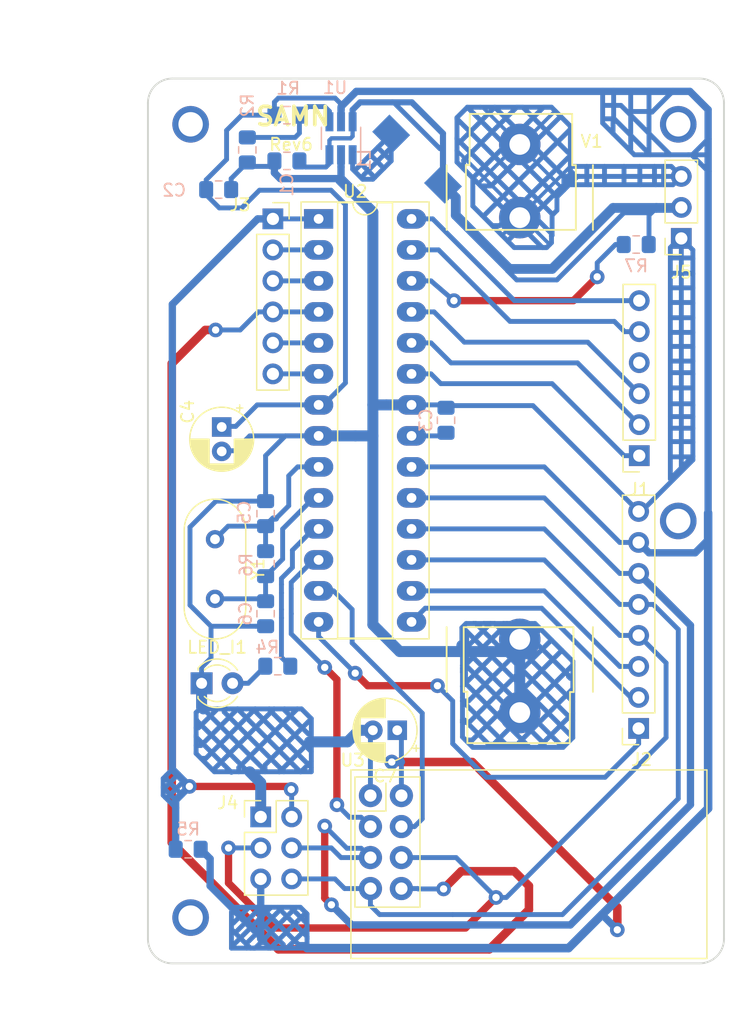
<source format=kicad_pcb>
(kicad_pcb (version 20171130) (host pcbnew 5.0.2-bee76a0~70~ubuntu18.04.1)

  (general
    (thickness 1.6)
    (drawings 17)
    (tracks 837)
    (zones 0)
    (modules 25)
    (nets 33)
  )

  (page USLetter)
  (title_block
    (title Samn)
    (date 2018-11-23)
    (rev 6)
    (comment 1 "Sixth Board, Switched to track in filled zones")
  )

  (layers
    (0 F.Cu mixed)
    (31 B.Cu mixed)
    (32 B.Adhes user hide)
    (33 F.Adhes user hide)
    (34 B.Paste user)
    (35 F.Paste user)
    (36 B.SilkS user)
    (37 F.SilkS user)
    (38 B.Mask user)
    (39 F.Mask user)
    (40 Dwgs.User user)
    (41 Cmts.User user)
    (42 Eco1.User user hide)
    (43 Eco2.User user hide)
    (44 Edge.Cuts user)
    (45 Margin user)
    (46 B.CrtYd user)
    (47 F.CrtYd user)
    (48 B.Fab user)
    (49 F.Fab user)
  )

  (setup
    (last_trace_width 0.3)
    (trace_clearance 0.3)
    (zone_clearance 0.508)
    (zone_45_only yes)
    (trace_min 0.2)
    (segment_width 0.15)
    (edge_width 0.15)
    (via_size 1.2)
    (via_drill 0.6)
    (via_min_size 0.9)
    (via_min_drill 0.6)
    (uvia_size 0.3)
    (uvia_drill 0.1)
    (uvias_allowed no)
    (uvia_min_size 0.2)
    (uvia_min_drill 0.1)
    (pcb_text_width 0.3)
    (pcb_text_size 1.5 1.5)
    (mod_edge_width 0.15)
    (mod_text_size 1 1)
    (mod_text_width 0.15)
    (pad_size 1.524 1.524)
    (pad_drill 0.762)
    (pad_to_mask_clearance 0.051)
    (solder_mask_min_width 0.25)
    (aux_axis_origin 50.8 14.986)
    (visible_elements FFFFFF7F)
    (pcbplotparams
      (layerselection 0x010fc_ffffffff)
      (usegerberextensions true)
      (usegerberattributes false)
      (usegerberadvancedattributes false)
      (creategerberjobfile false)
      (excludeedgelayer true)
      (linewidth 0.100000)
      (plotframeref false)
      (viasonmask false)
      (mode 1)
      (useauxorigin false)
      (hpglpennumber 1)
      (hpglpenspeed 20)
      (hpglpendiameter 15.000000)
      (psnegative false)
      (psa4output false)
      (plotreference true)
      (plotvalue true)
      (plotinvisibletext false)
      (padsonsilk false)
      (subtractmaskfromsilk false)
      (outputformat 1)
      (mirror false)
      (drillshape 0)
      (scaleselection 1)
      (outputdirectory "gerber6"))
  )

  (net 0 "")
  (net 1 "Net-(C5-Pad1)")
  (net 2 "Net-(C6-Pad1)")
  (net 3 Reset)
  (net 4 +3V3)
  (net 5 "Net-(R1-Pad2)")
  (net 6 GND)
  (net 7 "Net-(R4-Pad2)")
  (net 8 "Net-(U2-Pad12)")
  (net 9 "Net-(U2-Pad13)")
  (net 10 SCK)
  (net 11 MOSI)
  (net 12 MISO)
  (net 13 "Net-(L1-Pad2)")
  (net 14 +1V5)
  (net 15 "Net-(J2-Pad2)")
  (net 16 "Net-(J3-Pad2)")
  (net 17 "Net-(J2-Pad3)")
  (net 18 "Net-(J3-Pad3)")
  (net 19 "Net-(J3-Pad4)")
  (net 20 "Net-(J3-Pad5)")
  (net 21 "Net-(J3-Pad6)")
  (net 22 "Net-(C3-Pad2)")
  (net 23 "Net-(J1-Pad1)")
  (net 24 "Net-(J1-Pad2)")
  (net 25 "Net-(J1-Pad3)")
  (net 26 "Net-(J1-Pad4)")
  (net 27 "Net-(J1-Pad5)")
  (net 28 "Net-(J2-Pad1)")
  (net 29 "Net-(J1-Pad6)")
  (net 30 "Net-(LED_I1-Pad2)")
  (net 31 "Net-(R7-Pad1)")
  (net 32 "Net-(J5-Pad3)")

  (net_class Default "This is the default net class."
    (clearance 0.3)
    (trace_width 0.3)
    (via_dia 1.2)
    (via_drill 0.6)
    (uvia_dia 0.3)
    (uvia_drill 0.1)
    (diff_pair_gap 0.25)
    (diff_pair_width 0.4)
    (add_net +1V5)
    (add_net +3V3)
    (add_net GND)
    (add_net MISO)
    (add_net MOSI)
    (add_net "Net-(C3-Pad2)")
    (add_net "Net-(C5-Pad1)")
    (add_net "Net-(C6-Pad1)")
    (add_net "Net-(J1-Pad1)")
    (add_net "Net-(J1-Pad2)")
    (add_net "Net-(J1-Pad3)")
    (add_net "Net-(J1-Pad4)")
    (add_net "Net-(J1-Pad5)")
    (add_net "Net-(J1-Pad6)")
    (add_net "Net-(J2-Pad1)")
    (add_net "Net-(J2-Pad2)")
    (add_net "Net-(J2-Pad3)")
    (add_net "Net-(J3-Pad2)")
    (add_net "Net-(J3-Pad3)")
    (add_net "Net-(J3-Pad4)")
    (add_net "Net-(J3-Pad5)")
    (add_net "Net-(J3-Pad6)")
    (add_net "Net-(J5-Pad3)")
    (add_net "Net-(L1-Pad2)")
    (add_net "Net-(LED_I1-Pad2)")
    (add_net "Net-(R1-Pad2)")
    (add_net "Net-(R4-Pad2)")
    (add_net "Net-(R7-Pad1)")
    (add_net "Net-(U2-Pad12)")
    (add_net "Net-(U2-Pad13)")
    (add_net Reset)
    (add_net SCK)
  )

  (module Connector_PinSocket_2.54mm:PinSocket_1x03_P2.54mm_Vertical (layer F.Cu) (tedit 5A19A429) (tstamp 5C0B06CB)
    (at 63.75 31.85 180)
    (descr "Through hole straight socket strip, 1x03, 2.54mm pitch, single row (from Kicad 4.0.7), script generated")
    (tags "Through hole socket strip THT 1x03 2.54mm single row")
    (path /5BF8A063)
    (fp_text reference J5 (at 0 -2.77 180) (layer F.SilkS)
      (effects (font (size 1 1) (thickness 0.15)))
    )
    (fp_text value Conn_01x03 (at 0 7.85 180) (layer F.Fab)
      (effects (font (size 1 1) (thickness 0.15)))
    )
    (fp_line (start -1.27 -1.27) (end 0.635 -1.27) (layer F.Fab) (width 0.1))
    (fp_line (start 0.635 -1.27) (end 1.27 -0.635) (layer F.Fab) (width 0.1))
    (fp_line (start 1.27 -0.635) (end 1.27 6.35) (layer F.Fab) (width 0.1))
    (fp_line (start 1.27 6.35) (end -1.27 6.35) (layer F.Fab) (width 0.1))
    (fp_line (start -1.27 6.35) (end -1.27 -1.27) (layer F.Fab) (width 0.1))
    (fp_line (start -1.33 1.27) (end 1.33 1.27) (layer F.SilkS) (width 0.12))
    (fp_line (start -1.33 1.27) (end -1.33 6.41) (layer F.SilkS) (width 0.12))
    (fp_line (start -1.33 6.41) (end 1.33 6.41) (layer F.SilkS) (width 0.12))
    (fp_line (start 1.33 1.27) (end 1.33 6.41) (layer F.SilkS) (width 0.12))
    (fp_line (start 1.33 -1.33) (end 1.33 0) (layer F.SilkS) (width 0.12))
    (fp_line (start 0 -1.33) (end 1.33 -1.33) (layer F.SilkS) (width 0.12))
    (fp_line (start -1.8 -1.8) (end 1.75 -1.8) (layer F.CrtYd) (width 0.05))
    (fp_line (start 1.75 -1.8) (end 1.75 6.85) (layer F.CrtYd) (width 0.05))
    (fp_line (start 1.75 6.85) (end -1.8 6.85) (layer F.CrtYd) (width 0.05))
    (fp_line (start -1.8 6.85) (end -1.8 -1.8) (layer F.CrtYd) (width 0.05))
    (fp_text user %R (at 0 2.54 270) (layer F.Fab)
      (effects (font (size 1 1) (thickness 0.15)))
    )
    (pad 1 thru_hole rect (at 0 0 180) (size 1.7 1.7) (drill 1) (layers *.Cu *.Mask)
      (net 6 GND))
    (pad 2 thru_hole oval (at 0 2.54 180) (size 1.7 1.7) (drill 1) (layers *.Cu *.Mask)
      (net 14 +1V5))
    (pad 3 thru_hole oval (at 0 5.08 180) (size 1.7 1.7) (drill 1) (layers *.Cu *.Mask)
      (net 32 "Net-(J5-Pad3)"))
    (model ${KISYS3DMOD}/Connector_PinSocket_2.54mm.3dshapes/PinSocket_1x03_P2.54mm_Vertical.wrl
      (at (xyz 0 0 0))
      (scale (xyz 1 1 1))
      (rotate (xyz 0 0 0))
    )
  )

  (module common:SWRH3D16R-4R7NT (layer B.Cu) (tedit 5BF85450) (tstamp 5C0B0452)
    (at 42.15 25.35 90)
    (path /5BD4B1D3)
    (fp_text reference L1 (at -0.05 -4.4 90) (layer B.SilkS)
      (effects (font (size 1 1) (thickness 0.15)) (justify mirror))
    )
    (fp_text value 4.7uH (at 3.4 -0.1 180) (layer B.Fab)
      (effects (font (size 1 1) (thickness 0.15)) (justify mirror))
    )
    (fp_line (start -2.35 2.35) (end 1.6 2.35) (layer B.Fab) (width 0.07))
    (fp_line (start 2.35 1.6) (end 2.35 -2.35) (layer B.Fab) (width 0.07))
    (fp_line (start 2.35 -2.35) (end -2.35 -2.35) (layer B.Fab) (width 0.07))
    (fp_line (start -2.35 -2.35) (end -2.35 2.35) (layer B.Fab) (width 0.07))
    (fp_line (start 1.6 2.35) (end 2.35 1.6) (layer B.Fab) (width 0.07))
    (pad 1 smd rect (at -2.1 2.05 45) (size 2 2.4) (layers B.Cu B.Paste B.Mask)
      (net 14 +1V5))
    (pad 2 smd rect (at 2.1 -2.2 45) (size 2 2.4) (layers B.Cu B.Paste B.Mask)
      (net 13 "Net-(L1-Pad2)"))
  )

  (module common:nRF24L01_Breakout_mine (layer F.Cu) (tedit 5BE095CD) (tstamp 5BED37A0)
    (at 38.25 77.5)
    (descr "nRF24L01 breakout board")
    (tags "nRF24L01 adapter breakout")
    (path /5BD69B17)
    (fp_text reference U3 (at -1.45 -2.9) (layer F.SilkS)
      (effects (font (size 1 1) (thickness 0.15)))
    )
    (fp_text value NRF24L01_Breakout (at 13 5) (layer F.Fab)
      (effects (font (size 1 1) (thickness 0.15)))
    )
    (fp_line (start -1.5 -2) (end 27.5 -2) (layer F.Fab) (width 0.1))
    (fp_line (start 27.5 -2) (end 27.5 13.25) (layer F.Fab) (width 0.1))
    (fp_line (start 27.5 13.25) (end -1.5 13.25) (layer F.Fab) (width 0.1))
    (fp_line (start -1.5 13.25) (end -1.5 -2) (layer F.Fab) (width 0.1))
    (fp_line (start -1.5 -2) (end -1.5 -2) (layer F.Fab) (width 0.1))
    (fp_line (start -1.27 -1.27) (end 3.81 -1.27) (layer F.Fab) (width 0.1))
    (fp_line (start 3.81 -1.27) (end 3.81 8.89) (layer F.Fab) (width 0.1))
    (fp_line (start 3.81 8.89) (end -1.27 8.89) (layer F.Fab) (width 0.1))
    (fp_line (start -1.27 8.89) (end -1.27 -1.27) (layer F.Fab) (width 0.1))
    (fp_line (start -1.27 -1.27) (end -1.27 -1.27) (layer F.Fab) (width 0.1))
    (fp_line (start -1.27 -1.524) (end 4.064 -1.524) (layer F.SilkS) (width 0.12))
    (fp_line (start 4.064 -1.524) (end 4.064 9.144) (layer F.SilkS) (width 0.12))
    (fp_line (start 4.064 9.144) (end -1.27 9.144) (layer F.SilkS) (width 0.12))
    (fp_line (start -1.27 9.144) (end -1.27 9.144) (layer F.SilkS) (width 0.12))
    (fp_line (start 1.27 -1.016) (end 1.27 1.27) (layer F.SilkS) (width 0.12))
    (fp_line (start 1.27 1.27) (end -1.016 1.27) (layer F.SilkS) (width 0.12))
    (fp_line (start -1.016 1.27) (end -1.016 1.27) (layer F.SilkS) (width 0.12))
    (fp_line (start -1.6 -2.1) (end 27.6 -2.1) (layer F.SilkS) (width 0.12))
    (fp_line (start 27.6 -2.1) (end 27.6 13.35) (layer F.SilkS) (width 0.12))
    (fp_line (start 27.6 13.35) (end -1.6 13.35) (layer F.SilkS) (width 0.12))
    (fp_line (start -1.6 13.35) (end -1.6 -2.1) (layer F.SilkS) (width 0.12))
    (fp_line (start -1.6 -2.1) (end -1.6 -2.1) (layer F.SilkS) (width 0.12))
    (fp_line (start -1.27 9.144) (end -1.27 -1.524) (layer F.SilkS) (width 0.12))
    (fp_line (start -1.27 -1.524) (end -1.27 -1.524) (layer F.SilkS) (width 0.12))
    (fp_line (start 27.75 -2.25) (end -1.75 -2.25) (layer F.CrtYd) (width 0.05))
    (fp_line (start -1.75 -2.25) (end -1.75 13.5) (layer F.CrtYd) (width 0.05))
    (fp_line (start -1.75 13.5) (end 27.75 13.5) (layer F.CrtYd) (width 0.05))
    (fp_line (start 27.75 13.5) (end 27.75 -2.25) (layer F.CrtYd) (width 0.05))
    (fp_line (start 27.75 -2.25) (end 27.75 -2.25) (layer F.CrtYd) (width 0.05))
    (fp_text user %R (at 12.5 2.5) (layer F.Fab)
      (effects (font (size 1 1) (thickness 0.15)))
    )
    (pad 1 thru_hole circle (at 0 0) (size 1.9 1.9) (drill 1) (layers *.Cu *.Mask)
      (net 6 GND))
    (pad 2 thru_hole circle (at 2.54 0) (size 1.9 1.9) (drill 1) (layers *.Cu *.Mask)
      (net 4 +3V3))
    (pad 3 thru_hole circle (at 0 2.54) (size 1.9 1.9) (drill 1) (layers *.Cu *.Mask)
      (net 8 "Net-(U2-Pad12)"))
    (pad 4 thru_hole circle (at 2.54 2.54) (size 1.9 1.9) (drill 1) (layers *.Cu *.Mask)
      (net 9 "Net-(U2-Pad13)"))
    (pad 5 thru_hole circle (at 0 5.08) (size 1.9 1.9) (drill 1) (layers *.Cu *.Mask)
      (net 10 SCK))
    (pad 6 thru_hole circle (at 2.54 5.08) (size 1.9 1.9) (drill 1) (layers *.Cu *.Mask)
      (net 11 MOSI))
    (pad 7 thru_hole circle (at 0 7.62) (size 1.9 1.9) (drill 1) (layers *.Cu *.Mask)
      (net 12 MISO))
    (pad 8 thru_hole circle (at 2.54 7.62) (size 1.9 1.9) (drill 1) (layers *.Cu *.Mask)
      (net 19 "Net-(J3-Pad4)"))
    (model ${KISYS3DMOD}/RF_Module.3dshapes/nRF24L01_Breakout.wrl
      (at (xyz 0 0 0))
      (scale (xyz 1 1 1))
      (rotate (xyz 0 0 0))
    )
  )

  (module Connector_PinHeader_2.54mm:PinHeader_2x03_P2.54mm_Vertical (layer F.Cu) (tedit 59FED5CC) (tstamp 5BED150B)
    (at 29.25 79.25)
    (descr "Through hole straight pin header, 2x03, 2.54mm pitch, double rows")
    (tags "Through hole pin header THT 2x03 2.54mm double row")
    (path /5BE1E6A7)
    (fp_text reference J4 (at -2.7 -1.15) (layer F.SilkS)
      (effects (font (size 1 1) (thickness 0.15)))
    )
    (fp_text value Conn_02x03_Male_ICSP (at 1.27 7.41) (layer F.Fab)
      (effects (font (size 1 1) (thickness 0.15)))
    )
    (fp_text user %R (at 1.27 2.54 90) (layer F.Fab)
      (effects (font (size 1 1) (thickness 0.15)))
    )
    (fp_line (start 4.35 -1.8) (end -1.8 -1.8) (layer F.CrtYd) (width 0.05))
    (fp_line (start 4.35 6.85) (end 4.35 -1.8) (layer F.CrtYd) (width 0.05))
    (fp_line (start -1.8 6.85) (end 4.35 6.85) (layer F.CrtYd) (width 0.05))
    (fp_line (start -1.8 -1.8) (end -1.8 6.85) (layer F.CrtYd) (width 0.05))
    (fp_line (start -1.33 -1.33) (end 0 -1.33) (layer F.SilkS) (width 0.12))
    (fp_line (start -1.33 0) (end -1.33 -1.33) (layer F.SilkS) (width 0.12))
    (fp_line (start 1.27 -1.33) (end 3.87 -1.33) (layer F.SilkS) (width 0.12))
    (fp_line (start 1.27 1.27) (end 1.27 -1.33) (layer F.SilkS) (width 0.12))
    (fp_line (start -1.33 1.27) (end 1.27 1.27) (layer F.SilkS) (width 0.12))
    (fp_line (start 3.87 -1.33) (end 3.87 6.41) (layer F.SilkS) (width 0.12))
    (fp_line (start -1.33 1.27) (end -1.33 6.41) (layer F.SilkS) (width 0.12))
    (fp_line (start -1.33 6.41) (end 3.87 6.41) (layer F.SilkS) (width 0.12))
    (fp_line (start -1.27 0) (end 0 -1.27) (layer F.Fab) (width 0.1))
    (fp_line (start -1.27 6.35) (end -1.27 0) (layer F.Fab) (width 0.1))
    (fp_line (start 3.81 6.35) (end -1.27 6.35) (layer F.Fab) (width 0.1))
    (fp_line (start 3.81 -1.27) (end 3.81 6.35) (layer F.Fab) (width 0.1))
    (fp_line (start 0 -1.27) (end 3.81 -1.27) (layer F.Fab) (width 0.1))
    (pad 6 thru_hole oval (at 2.54 5.08) (size 1.7 1.7) (drill 1) (layers *.Cu *.Mask)
      (net 12 MISO))
    (pad 5 thru_hole oval (at 0 5.08) (size 1.7 1.7) (drill 1) (layers *.Cu *.Mask)
      (net 4 +3V3))
    (pad 4 thru_hole oval (at 2.54 2.54) (size 1.7 1.7) (drill 1) (layers *.Cu *.Mask)
      (net 10 SCK))
    (pad 3 thru_hole oval (at 0 2.54) (size 1.7 1.7) (drill 1) (layers *.Cu *.Mask)
      (net 11 MOSI))
    (pad 2 thru_hole oval (at 2.54 0) (size 1.7 1.7) (drill 1) (layers *.Cu *.Mask)
      (net 3 Reset))
    (pad 1 thru_hole rect (at 0 0) (size 1.7 1.7) (drill 1) (layers *.Cu *.Mask)
      (net 6 GND))
    (model ${KISYS3DMOD}/Connector_PinHeader_2.54mm.3dshapes/PinHeader_2x03_P2.54mm_Vertical.wrl
      (at (xyz 0 0 0))
      (scale (xyz 1 1 1))
      (rotate (xyz 0 0 0))
    )
  )

  (module Resistor_SMD:R_0805_2012Metric_Pad1.15x1.40mm_HandSolder (layer B.Cu) (tedit 5B36C52B) (tstamp 5BDF1D87)
    (at 60.05 32.35)
    (descr "Resistor SMD 0805 (2012 Metric), square (rectangular) end terminal, IPC_7351 nominal with elongated pad for handsoldering. (Body size source: https://docs.google.com/spreadsheets/d/1BsfQQcO9C6DZCsRaXUlFlo91Tg2WpOkGARC1WS5S8t0/edit?usp=sharing), generated with kicad-footprint-generator")
    (tags "resistor handsolder")
    (path /5BE15B39)
    (attr smd)
    (fp_text reference R7 (at 0 1.75) (layer B.SilkS)
      (effects (font (size 1 1) (thickness 0.15)) (justify mirror))
    )
    (fp_text value 10k (at 0 -1.65) (layer B.Fab)
      (effects (font (size 1 1) (thickness 0.15)) (justify mirror))
    )
    (fp_text user %R (at 0 0) (layer B.Fab)
      (effects (font (size 0.5 0.5) (thickness 0.08)) (justify mirror))
    )
    (fp_line (start 1.85 -0.95) (end -1.85 -0.95) (layer B.CrtYd) (width 0.05))
    (fp_line (start 1.85 0.95) (end 1.85 -0.95) (layer B.CrtYd) (width 0.05))
    (fp_line (start -1.85 0.95) (end 1.85 0.95) (layer B.CrtYd) (width 0.05))
    (fp_line (start -1.85 -0.95) (end -1.85 0.95) (layer B.CrtYd) (width 0.05))
    (fp_line (start -0.261252 -0.71) (end 0.261252 -0.71) (layer B.SilkS) (width 0.12))
    (fp_line (start -0.261252 0.71) (end 0.261252 0.71) (layer B.SilkS) (width 0.12))
    (fp_line (start 1 -0.6) (end -1 -0.6) (layer B.Fab) (width 0.1))
    (fp_line (start 1 0.6) (end 1 -0.6) (layer B.Fab) (width 0.1))
    (fp_line (start -1 0.6) (end 1 0.6) (layer B.Fab) (width 0.1))
    (fp_line (start -1 -0.6) (end -1 0.6) (layer B.Fab) (width 0.1))
    (pad 2 smd roundrect (at 1.025 0) (size 1.15 1.4) (layers B.Cu B.Paste B.Mask) (roundrect_rratio 0.217391)
      (net 14 +1V5))
    (pad 1 smd roundrect (at -1.025 0) (size 1.15 1.4) (layers B.Cu B.Paste B.Mask) (roundrect_rratio 0.217391)
      (net 31 "Net-(R7-Pad1)"))
    (model ${KISYS3DMOD}/Resistor_SMD.3dshapes/R_0805_2012Metric.wrl
      (at (xyz 0 0 0))
      (scale (xyz 1 1 1))
      (rotate (xyz 0 0 0))
    )
  )

  (module LED_THT:LED_D3.0mm_FlatTop (layer F.Cu) (tedit 5880A862) (tstamp 5BE95C7C)
    (at 24.4 68.3)
    (descr "LED, Round, FlatTop, diameter 3.0mm, 2 pins, http://www.kingbright.com/attachments/file/psearch/000/00/00/L-47XEC(Ver.9A).pdf")
    (tags "LED Round FlatTop diameter 3.0mm 2 pins")
    (path /5BE01761)
    (fp_text reference LED_I1 (at 1.27 -2.95) (layer F.SilkS)
      (effects (font (size 1 1) (thickness 0.15)))
    )
    (fp_text value "2V 20mA" (at 1.27 2.96) (layer F.Fab)
      (effects (font (size 1 1) (thickness 0.15)))
    )
    (fp_line (start 3.7 -2.25) (end -1.15 -2.25) (layer F.CrtYd) (width 0.05))
    (fp_line (start 3.7 2.25) (end 3.7 -2.25) (layer F.CrtYd) (width 0.05))
    (fp_line (start -1.15 2.25) (end 3.7 2.25) (layer F.CrtYd) (width 0.05))
    (fp_line (start -1.15 -2.25) (end -1.15 2.25) (layer F.CrtYd) (width 0.05))
    (fp_line (start -0.29 1.08) (end -0.29 1.236) (layer F.SilkS) (width 0.12))
    (fp_line (start -0.29 -1.236) (end -0.29 -1.08) (layer F.SilkS) (width 0.12))
    (fp_line (start -0.23 -1.16619) (end -0.23 1.16619) (layer F.Fab) (width 0.1))
    (fp_circle (center 1.27 0) (end 2.77 0) (layer F.Fab) (width 0.1))
    (fp_arc (start 1.27 0) (end 0.229039 1.08) (angle -87.9) (layer F.SilkS) (width 0.12))
    (fp_arc (start 1.27 0) (end 0.229039 -1.08) (angle 87.9) (layer F.SilkS) (width 0.12))
    (fp_arc (start 1.27 0) (end -0.29 1.235516) (angle -108.8) (layer F.SilkS) (width 0.12))
    (fp_arc (start 1.27 0) (end -0.29 -1.235516) (angle 108.8) (layer F.SilkS) (width 0.12))
    (fp_arc (start 1.27 0) (end -0.23 -1.16619) (angle 284.3) (layer F.Fab) (width 0.1))
    (pad 2 thru_hole circle (at 2.54 0) (size 1.8 1.8) (drill 0.9) (layers *.Cu *.Mask)
      (net 30 "Net-(LED_I1-Pad2)"))
    (pad 1 thru_hole rect (at 0 0) (size 1.8 1.8) (drill 0.9) (layers *.Cu *.Mask)
      (net 6 GND))
    (model ${KISYS3DMOD}/LED_THT.3dshapes/LED_D3.0mm_FlatTop.wrl
      (at (xyz 0 0 0))
      (scale (xyz 1 1 1))
      (rotate (xyz 0 0 0))
    )
  )

  (module common:AA_Holder (layer F.Cu) (tedit 5BEC417A) (tstamp 5BE95BE3)
    (at 50.5 24.15)
    (path /5BE78B98)
    (fp_text reference V1 (at 5.9 -0.25) (layer F.SilkS)
      (effects (font (size 1 1) (thickness 0.15)))
    )
    (fp_text value AA (at 0 -3.5) (layer F.Fab)
      (effects (font (size 1 1) (thickness 0.15)))
    )
    (fp_line (start 6 44.85) (end 6 39.55) (layer F.SilkS) (width 0.15))
    (fp_line (start -6 44.85) (end -6 39.55) (layer F.SilkS) (width 0.15))
    (fp_line (start -6 7) (end -6 1.7) (layer F.SilkS) (width 0.15))
    (fp_line (start 4.6 7) (end 4.6 1.7) (layer F.SilkS) (width 0.15))
    (fp_line (start 4.4 39.55) (end -4.6 39.55) (layer F.SilkS) (width 0.15))
    (fp_line (start -4.6 39.55) (end -4.6 44.85) (layer F.SilkS) (width 0.15))
    (fp_line (start 4.121494 44.86694) (end 4.1 49.05) (layer F.SilkS) (width 0.15))
    (fp_line (start -4.3 44.85) (end -4.3 49.05) (layer F.SilkS) (width 0.15))
    (fp_line (start 4.4 39.55) (end 4.421494 44.86694) (layer F.SilkS) (width 0.15))
    (fp_line (start -4.6 44.85) (end -4.3 44.85) (layer F.SilkS) (width 0.15))
    (fp_line (start -4.3 49.05) (end 4.1 49.05) (layer F.SilkS) (width 0.15))
    (fp_line (start 4.421494 44.86694) (end 4.121494 44.86694) (layer F.SilkS) (width 0.15))
    (fp_line (start -4.4 7) (end -4.421494 1.68306) (layer F.SilkS) (width 0.15))
    (fp_line (start -4.421494 1.68306) (end -4.121494 1.68306) (layer F.SilkS) (width 0.15))
    (fp_line (start -4.121494 1.68306) (end -4.1 -2.5) (layer F.SilkS) (width 0.15))
    (fp_line (start 4.3 -2.5) (end -4.1 -2.5) (layer F.SilkS) (width 0.15))
    (fp_line (start 4.3 1.7) (end 4.3 -2.5) (layer F.SilkS) (width 0.15))
    (fp_line (start 4.6 1.7) (end 4.3 1.7) (layer F.SilkS) (width 0.15))
    (fp_line (start 6 7) (end 6 1.7) (layer F.SilkS) (width 0.15))
    (fp_line (start -4.4 7) (end 4.6 7) (layer F.SilkS) (width 0.15))
    (pad 2 thru_hole circle (at 0 46.55 180) (size 3.4 3.4) (drill 1.7) (layers *.Cu *.Mask)
      (net 6 GND))
    (pad 2 thru_hole circle (at 0 40.55 180) (size 3.4 3.4) (drill 1.7) (layers *.Cu *.Mask)
      (net 6 GND))
    (pad 1 thru_hole circle (at 0 6) (size 3.4 3.4) (drill 1.7) (layers *.Cu *.Mask)
      (net 32 "Net-(J5-Pad3)"))
    (pad 1 thru_hole circle (at 0 0) (size 3.4 3.4) (drill 1.7) (layers *.Cu *.Mask)
      (net 32 "Net-(J5-Pad3)"))
  )

  (module Crystal:Crystal_HC49-4H_Vertical (layer F.Cu) (tedit 5A1AD3B7) (tstamp 5BE95CB6)
    (at 25.5 56.5 270)
    (descr "Crystal THT HC-49-4H http://5hertz.com/pdfs/04404_D.pdf")
    (tags "THT crystalHC-49-4H")
    (path /5BD3E59D)
    (fp_text reference Y1 (at 2.44 -3.525 270) (layer F.SilkS)
      (effects (font (size 1 1) (thickness 0.15)))
    )
    (fp_text value 8MHz (at 2.44 3.525 270) (layer F.Fab)
      (effects (font (size 1 1) (thickness 0.15)))
    )
    (fp_arc (start 5.64 0) (end 5.64 -2.525) (angle 180) (layer F.SilkS) (width 0.12))
    (fp_arc (start -0.76 0) (end -0.76 -2.525) (angle -180) (layer F.SilkS) (width 0.12))
    (fp_arc (start 5.44 0) (end 5.44 -2) (angle 180) (layer F.Fab) (width 0.1))
    (fp_arc (start -0.56 0) (end -0.56 -2) (angle -180) (layer F.Fab) (width 0.1))
    (fp_arc (start 5.64 0) (end 5.64 -2.325) (angle 180) (layer F.Fab) (width 0.1))
    (fp_arc (start -0.76 0) (end -0.76 -2.325) (angle -180) (layer F.Fab) (width 0.1))
    (fp_line (start 8.5 -2.8) (end -3.6 -2.8) (layer F.CrtYd) (width 0.05))
    (fp_line (start 8.5 2.8) (end 8.5 -2.8) (layer F.CrtYd) (width 0.05))
    (fp_line (start -3.6 2.8) (end 8.5 2.8) (layer F.CrtYd) (width 0.05))
    (fp_line (start -3.6 -2.8) (end -3.6 2.8) (layer F.CrtYd) (width 0.05))
    (fp_line (start -0.76 2.525) (end 5.64 2.525) (layer F.SilkS) (width 0.12))
    (fp_line (start -0.76 -2.525) (end 5.64 -2.525) (layer F.SilkS) (width 0.12))
    (fp_line (start -0.56 2) (end 5.44 2) (layer F.Fab) (width 0.1))
    (fp_line (start -0.56 -2) (end 5.44 -2) (layer F.Fab) (width 0.1))
    (fp_line (start -0.76 2.325) (end 5.64 2.325) (layer F.Fab) (width 0.1))
    (fp_line (start -0.76 -2.325) (end 5.64 -2.325) (layer F.Fab) (width 0.1))
    (fp_text user %R (at 2.44 0 270) (layer F.Fab)
      (effects (font (size 1 1) (thickness 0.15)))
    )
    (pad 2 thru_hole circle (at 4.88 0 270) (size 1.5 1.5) (drill 0.8) (layers *.Cu *.Mask)
      (net 2 "Net-(C6-Pad1)"))
    (pad 1 thru_hole circle (at 0 0 270) (size 1.5 1.5) (drill 0.8) (layers *.Cu *.Mask)
      (net 1 "Net-(C5-Pad1)"))
    (model ${KISYS3DMOD}/Crystal.3dshapes/Crystal_HC49-4H_Vertical.wrl
      (at (xyz 0 0 0))
      (scale (xyz 1 1 1))
      (rotate (xyz 0 0 0))
    )
  )

  (module Capacitor_SMD:C_0805_2012Metric_Pad1.15x1.40mm_HandSolder (layer B.Cu) (tedit 5B36C52B) (tstamp 5BE96289)
    (at 25.8 27.85 180)
    (descr "Capacitor SMD 0805 (2012 Metric), square (rectangular) end terminal, IPC_7351 nominal with elongated pad for handsoldering. (Body size source: https://docs.google.com/spreadsheets/d/1BsfQQcO9C6DZCsRaXUlFlo91Tg2WpOkGARC1WS5S8t0/edit?usp=sharing), generated with kicad-footprint-generator")
    (tags "capacitor handsolder")
    (path /5BD45B52)
    (attr smd)
    (fp_text reference C2 (at 3.65 -0.05 180) (layer B.SilkS)
      (effects (font (size 1 1) (thickness 0.15)) (justify mirror))
    )
    (fp_text value 10uF (at -0.2 -2.45 180) (layer B.Fab)
      (effects (font (size 1 1) (thickness 0.15)) (justify mirror))
    )
    (fp_text user %R (at 0 0 180) (layer B.Fab)
      (effects (font (size 0.5 0.5) (thickness 0.08)) (justify mirror))
    )
    (fp_line (start 1.85 -0.95) (end -1.85 -0.95) (layer B.CrtYd) (width 0.05))
    (fp_line (start 1.85 0.95) (end 1.85 -0.95) (layer B.CrtYd) (width 0.05))
    (fp_line (start -1.85 0.95) (end 1.85 0.95) (layer B.CrtYd) (width 0.05))
    (fp_line (start -1.85 -0.95) (end -1.85 0.95) (layer B.CrtYd) (width 0.05))
    (fp_line (start -0.261252 -0.71) (end 0.261252 -0.71) (layer B.SilkS) (width 0.12))
    (fp_line (start -0.261252 0.71) (end 0.261252 0.71) (layer B.SilkS) (width 0.12))
    (fp_line (start 1 -0.6) (end -1 -0.6) (layer B.Fab) (width 0.1))
    (fp_line (start 1 0.6) (end 1 -0.6) (layer B.Fab) (width 0.1))
    (fp_line (start -1 0.6) (end 1 0.6) (layer B.Fab) (width 0.1))
    (fp_line (start -1 -0.6) (end -1 0.6) (layer B.Fab) (width 0.1))
    (pad 2 smd roundrect (at 1.025 0 180) (size 1.15 1.4) (layers B.Cu B.Paste B.Mask) (roundrect_rratio 0.217391)
      (net 4 +3V3))
    (pad 1 smd roundrect (at -1.025 0 180) (size 1.15 1.4) (layers B.Cu B.Paste B.Mask) (roundrect_rratio 0.217391)
      (net 6 GND))
    (model ${KISYS3DMOD}/Capacitor_SMD.3dshapes/C_0805_2012Metric.wrl
      (at (xyz 0 0 0))
      (scale (xyz 1 1 1))
      (rotate (xyz 0 0 0))
    )
  )

  (module Capacitor_SMD:C_0805_2012Metric_Pad1.15x1.40mm_HandSolder (layer B.Cu) (tedit 5B36C52B) (tstamp 5BE95F8F)
    (at 44.45 46.75 270)
    (descr "Capacitor SMD 0805 (2012 Metric), square (rectangular) end terminal, IPC_7351 nominal with elongated pad for handsoldering. (Body size source: https://docs.google.com/spreadsheets/d/1BsfQQcO9C6DZCsRaXUlFlo91Tg2WpOkGARC1WS5S8t0/edit?usp=sharing), generated with kicad-footprint-generator")
    (tags "capacitor handsolder")
    (path /5BD3C106)
    (attr smd)
    (fp_text reference C3 (at 0 1.65 270) (layer B.SilkS)
      (effects (font (size 1 1) (thickness 0.15)) (justify mirror))
    )
    (fp_text value 22pF (at 0 -1.65 270) (layer B.Fab)
      (effects (font (size 1 1) (thickness 0.15)) (justify mirror))
    )
    (fp_text user %R (at 0 0 270) (layer B.Fab)
      (effects (font (size 0.5 0.5) (thickness 0.08)) (justify mirror))
    )
    (fp_line (start 1.85 -0.95) (end -1.85 -0.95) (layer B.CrtYd) (width 0.05))
    (fp_line (start 1.85 0.95) (end 1.85 -0.95) (layer B.CrtYd) (width 0.05))
    (fp_line (start -1.85 0.95) (end 1.85 0.95) (layer B.CrtYd) (width 0.05))
    (fp_line (start -1.85 -0.95) (end -1.85 0.95) (layer B.CrtYd) (width 0.05))
    (fp_line (start -0.261252 -0.71) (end 0.261252 -0.71) (layer B.SilkS) (width 0.12))
    (fp_line (start -0.261252 0.71) (end 0.261252 0.71) (layer B.SilkS) (width 0.12))
    (fp_line (start 1 -0.6) (end -1 -0.6) (layer B.Fab) (width 0.1))
    (fp_line (start 1 0.6) (end 1 -0.6) (layer B.Fab) (width 0.1))
    (fp_line (start -1 0.6) (end 1 0.6) (layer B.Fab) (width 0.1))
    (fp_line (start -1 -0.6) (end -1 0.6) (layer B.Fab) (width 0.1))
    (pad 2 smd roundrect (at 1.025 0 270) (size 1.15 1.4) (layers B.Cu B.Paste B.Mask) (roundrect_rratio 0.217391)
      (net 22 "Net-(C3-Pad2)"))
    (pad 1 smd roundrect (at -1.025 0 270) (size 1.15 1.4) (layers B.Cu B.Paste B.Mask) (roundrect_rratio 0.217391)
      (net 6 GND))
    (model ${KISYS3DMOD}/Capacitor_SMD.3dshapes/C_0805_2012Metric.wrl
      (at (xyz 0 0 0))
      (scale (xyz 1 1 1))
      (rotate (xyz 0 0 0))
    )
  )

  (module Capacitor_SMD:C_0805_2012Metric_Pad1.15x1.40mm_HandSolder (layer B.Cu) (tedit 5B36C52B) (tstamp 5BE9608B)
    (at 29.65 54.4 90)
    (descr "Capacitor SMD 0805 (2012 Metric), square (rectangular) end terminal, IPC_7351 nominal with elongated pad for handsoldering. (Body size source: https://docs.google.com/spreadsheets/d/1BsfQQcO9C6DZCsRaXUlFlo91Tg2WpOkGARC1WS5S8t0/edit?usp=sharing), generated with kicad-footprint-generator")
    (tags "capacitor handsolder")
    (path /5BD3D9C4)
    (attr smd)
    (fp_text reference C5 (at 0.1 -1.75 90) (layer B.SilkS)
      (effects (font (size 1 1) (thickness 0.15)) (justify mirror))
    )
    (fp_text value 22pF (at 0 -1.65 90) (layer B.Fab)
      (effects (font (size 1 1) (thickness 0.15)) (justify mirror))
    )
    (fp_text user %R (at 0 0 90) (layer B.Fab)
      (effects (font (size 0.5 0.5) (thickness 0.08)) (justify mirror))
    )
    (fp_line (start 1.85 -0.95) (end -1.85 -0.95) (layer B.CrtYd) (width 0.05))
    (fp_line (start 1.85 0.95) (end 1.85 -0.95) (layer B.CrtYd) (width 0.05))
    (fp_line (start -1.85 0.95) (end 1.85 0.95) (layer B.CrtYd) (width 0.05))
    (fp_line (start -1.85 -0.95) (end -1.85 0.95) (layer B.CrtYd) (width 0.05))
    (fp_line (start -0.261252 -0.71) (end 0.261252 -0.71) (layer B.SilkS) (width 0.12))
    (fp_line (start -0.261252 0.71) (end 0.261252 0.71) (layer B.SilkS) (width 0.12))
    (fp_line (start 1 -0.6) (end -1 -0.6) (layer B.Fab) (width 0.1))
    (fp_line (start 1 0.6) (end 1 -0.6) (layer B.Fab) (width 0.1))
    (fp_line (start -1 0.6) (end 1 0.6) (layer B.Fab) (width 0.1))
    (fp_line (start -1 -0.6) (end -1 0.6) (layer B.Fab) (width 0.1))
    (pad 2 smd roundrect (at 1.025 0 90) (size 1.15 1.4) (layers B.Cu B.Paste B.Mask) (roundrect_rratio 0.217391)
      (net 6 GND))
    (pad 1 smd roundrect (at -1.025 0 90) (size 1.15 1.4) (layers B.Cu B.Paste B.Mask) (roundrect_rratio 0.217391)
      (net 1 "Net-(C5-Pad1)"))
    (model ${KISYS3DMOD}/Capacitor_SMD.3dshapes/C_0805_2012Metric.wrl
      (at (xyz 0 0 0))
      (scale (xyz 1 1 1))
      (rotate (xyz 0 0 0))
    )
  )

  (module Capacitor_SMD:C_0805_2012Metric_Pad1.15x1.40mm_HandSolder (layer B.Cu) (tedit 5B36C52B) (tstamp 5BE9605B)
    (at 29.65 62.6 270)
    (descr "Capacitor SMD 0805 (2012 Metric), square (rectangular) end terminal, IPC_7351 nominal with elongated pad for handsoldering. (Body size source: https://docs.google.com/spreadsheets/d/1BsfQQcO9C6DZCsRaXUlFlo91Tg2WpOkGARC1WS5S8t0/edit?usp=sharing), generated with kicad-footprint-generator")
    (tags "capacitor handsolder")
    (path /5BD3DAC9)
    (attr smd)
    (fp_text reference C6 (at 0 1.65 270) (layer B.SilkS)
      (effects (font (size 1 1) (thickness 0.15)) (justify mirror))
    )
    (fp_text value 22pF (at 0 -1.65 270) (layer B.Fab)
      (effects (font (size 1 1) (thickness 0.15)) (justify mirror))
    )
    (fp_text user %R (at 0 0 270) (layer B.Fab)
      (effects (font (size 0.5 0.5) (thickness 0.08)) (justify mirror))
    )
    (fp_line (start 1.85 -0.95) (end -1.85 -0.95) (layer B.CrtYd) (width 0.05))
    (fp_line (start 1.85 0.95) (end 1.85 -0.95) (layer B.CrtYd) (width 0.05))
    (fp_line (start -1.85 0.95) (end 1.85 0.95) (layer B.CrtYd) (width 0.05))
    (fp_line (start -1.85 -0.95) (end -1.85 0.95) (layer B.CrtYd) (width 0.05))
    (fp_line (start -0.261252 -0.71) (end 0.261252 -0.71) (layer B.SilkS) (width 0.12))
    (fp_line (start -0.261252 0.71) (end 0.261252 0.71) (layer B.SilkS) (width 0.12))
    (fp_line (start 1 -0.6) (end -1 -0.6) (layer B.Fab) (width 0.1))
    (fp_line (start 1 0.6) (end 1 -0.6) (layer B.Fab) (width 0.1))
    (fp_line (start -1 0.6) (end 1 0.6) (layer B.Fab) (width 0.1))
    (fp_line (start -1 -0.6) (end -1 0.6) (layer B.Fab) (width 0.1))
    (pad 2 smd roundrect (at 1.025 0 270) (size 1.15 1.4) (layers B.Cu B.Paste B.Mask) (roundrect_rratio 0.217391)
      (net 6 GND))
    (pad 1 smd roundrect (at -1.025 0 270) (size 1.15 1.4) (layers B.Cu B.Paste B.Mask) (roundrect_rratio 0.217391)
      (net 2 "Net-(C6-Pad1)"))
    (model ${KISYS3DMOD}/Capacitor_SMD.3dshapes/C_0805_2012Metric.wrl
      (at (xyz 0 0 0))
      (scale (xyz 1 1 1))
      (rotate (xyz 0 0 0))
    )
  )

  (module Capacitor_SMD:C_0805_2012Metric_Pad1.15x1.40mm_HandSolder (layer B.Cu) (tedit 5B36C52B) (tstamp 5BE95EF3)
    (at 31.4 25.5 180)
    (descr "Capacitor SMD 0805 (2012 Metric), square (rectangular) end terminal, IPC_7351 nominal with elongated pad for handsoldering. (Body size source: https://docs.google.com/spreadsheets/d/1BsfQQcO9C6DZCsRaXUlFlo91Tg2WpOkGARC1WS5S8t0/edit?usp=sharing), generated with kicad-footprint-generator")
    (tags "capacitor handsolder")
    (path /5BD42C4E)
    (attr smd)
    (fp_text reference C1 (at 0 -1.95 270) (layer B.SilkS)
      (effects (font (size 1 1) (thickness 0.15)) (justify mirror))
    )
    (fp_text value 4.7uF (at 0.15 -1.7 180) (layer B.Fab)
      (effects (font (size 1 1) (thickness 0.15)) (justify mirror))
    )
    (fp_text user %R (at 0 0 180) (layer B.Fab)
      (effects (font (size 0.5 0.5) (thickness 0.08)) (justify mirror))
    )
    (fp_line (start 1.85 -0.95) (end -1.85 -0.95) (layer B.CrtYd) (width 0.05))
    (fp_line (start 1.85 0.95) (end 1.85 -0.95) (layer B.CrtYd) (width 0.05))
    (fp_line (start -1.85 0.95) (end 1.85 0.95) (layer B.CrtYd) (width 0.05))
    (fp_line (start -1.85 -0.95) (end -1.85 0.95) (layer B.CrtYd) (width 0.05))
    (fp_line (start -0.261252 -0.71) (end 0.261252 -0.71) (layer B.SilkS) (width 0.12))
    (fp_line (start -0.261252 0.71) (end 0.261252 0.71) (layer B.SilkS) (width 0.12))
    (fp_line (start 1 -0.6) (end -1 -0.6) (layer B.Fab) (width 0.1))
    (fp_line (start 1 0.6) (end 1 -0.6) (layer B.Fab) (width 0.1))
    (fp_line (start -1 0.6) (end 1 0.6) (layer B.Fab) (width 0.1))
    (fp_line (start -1 -0.6) (end -1 0.6) (layer B.Fab) (width 0.1))
    (pad 2 smd roundrect (at 1.025 0 180) (size 1.15 1.4) (layers B.Cu B.Paste B.Mask) (roundrect_rratio 0.217391)
      (net 6 GND))
    (pad 1 smd roundrect (at -1.025 0 180) (size 1.15 1.4) (layers B.Cu B.Paste B.Mask) (roundrect_rratio 0.217391)
      (net 14 +1V5))
    (model ${KISYS3DMOD}/Capacitor_SMD.3dshapes/C_0805_2012Metric.wrl
      (at (xyz 0 0 0))
      (scale (xyz 1 1 1))
      (rotate (xyz 0 0 0))
    )
  )

  (module Capacitor_THT:CP_Radial_D5.0mm_P2.00mm (layer F.Cu) (tedit 5AE50EF0) (tstamp 5BE9638B)
    (at 26.05 47.3 270)
    (descr "CP, Radial series, Radial, pin pitch=2.00mm, , diameter=5mm, Electrolytic Capacitor")
    (tags "CP Radial series Radial pin pitch 2.00mm  diameter 5mm Electrolytic Capacitor")
    (path /5BE357C2)
    (fp_text reference C4 (at -1.25 2.8 270) (layer F.SilkS)
      (effects (font (size 1 1) (thickness 0.15)))
    )
    (fp_text value 100uF (at 1 3.75 270) (layer F.Fab)
      (effects (font (size 1 1) (thickness 0.15)))
    )
    (fp_text user %R (at 1 0 270) (layer F.Fab)
      (effects (font (size 1 1) (thickness 0.15)))
    )
    (fp_line (start -1.554775 -1.725) (end -1.554775 -1.225) (layer F.SilkS) (width 0.12))
    (fp_line (start -1.804775 -1.475) (end -1.304775 -1.475) (layer F.SilkS) (width 0.12))
    (fp_line (start 3.601 -0.284) (end 3.601 0.284) (layer F.SilkS) (width 0.12))
    (fp_line (start 3.561 -0.518) (end 3.561 0.518) (layer F.SilkS) (width 0.12))
    (fp_line (start 3.521 -0.677) (end 3.521 0.677) (layer F.SilkS) (width 0.12))
    (fp_line (start 3.481 -0.805) (end 3.481 0.805) (layer F.SilkS) (width 0.12))
    (fp_line (start 3.441 -0.915) (end 3.441 0.915) (layer F.SilkS) (width 0.12))
    (fp_line (start 3.401 -1.011) (end 3.401 1.011) (layer F.SilkS) (width 0.12))
    (fp_line (start 3.361 -1.098) (end 3.361 1.098) (layer F.SilkS) (width 0.12))
    (fp_line (start 3.321 -1.178) (end 3.321 1.178) (layer F.SilkS) (width 0.12))
    (fp_line (start 3.281 -1.251) (end 3.281 1.251) (layer F.SilkS) (width 0.12))
    (fp_line (start 3.241 -1.319) (end 3.241 1.319) (layer F.SilkS) (width 0.12))
    (fp_line (start 3.201 -1.383) (end 3.201 1.383) (layer F.SilkS) (width 0.12))
    (fp_line (start 3.161 -1.443) (end 3.161 1.443) (layer F.SilkS) (width 0.12))
    (fp_line (start 3.121 -1.5) (end 3.121 1.5) (layer F.SilkS) (width 0.12))
    (fp_line (start 3.081 -1.554) (end 3.081 1.554) (layer F.SilkS) (width 0.12))
    (fp_line (start 3.041 -1.605) (end 3.041 1.605) (layer F.SilkS) (width 0.12))
    (fp_line (start 3.001 1.04) (end 3.001 1.653) (layer F.SilkS) (width 0.12))
    (fp_line (start 3.001 -1.653) (end 3.001 -1.04) (layer F.SilkS) (width 0.12))
    (fp_line (start 2.961 1.04) (end 2.961 1.699) (layer F.SilkS) (width 0.12))
    (fp_line (start 2.961 -1.699) (end 2.961 -1.04) (layer F.SilkS) (width 0.12))
    (fp_line (start 2.921 1.04) (end 2.921 1.743) (layer F.SilkS) (width 0.12))
    (fp_line (start 2.921 -1.743) (end 2.921 -1.04) (layer F.SilkS) (width 0.12))
    (fp_line (start 2.881 1.04) (end 2.881 1.785) (layer F.SilkS) (width 0.12))
    (fp_line (start 2.881 -1.785) (end 2.881 -1.04) (layer F.SilkS) (width 0.12))
    (fp_line (start 2.841 1.04) (end 2.841 1.826) (layer F.SilkS) (width 0.12))
    (fp_line (start 2.841 -1.826) (end 2.841 -1.04) (layer F.SilkS) (width 0.12))
    (fp_line (start 2.801 1.04) (end 2.801 1.864) (layer F.SilkS) (width 0.12))
    (fp_line (start 2.801 -1.864) (end 2.801 -1.04) (layer F.SilkS) (width 0.12))
    (fp_line (start 2.761 1.04) (end 2.761 1.901) (layer F.SilkS) (width 0.12))
    (fp_line (start 2.761 -1.901) (end 2.761 -1.04) (layer F.SilkS) (width 0.12))
    (fp_line (start 2.721 1.04) (end 2.721 1.937) (layer F.SilkS) (width 0.12))
    (fp_line (start 2.721 -1.937) (end 2.721 -1.04) (layer F.SilkS) (width 0.12))
    (fp_line (start 2.681 1.04) (end 2.681 1.971) (layer F.SilkS) (width 0.12))
    (fp_line (start 2.681 -1.971) (end 2.681 -1.04) (layer F.SilkS) (width 0.12))
    (fp_line (start 2.641 1.04) (end 2.641 2.004) (layer F.SilkS) (width 0.12))
    (fp_line (start 2.641 -2.004) (end 2.641 -1.04) (layer F.SilkS) (width 0.12))
    (fp_line (start 2.601 1.04) (end 2.601 2.035) (layer F.SilkS) (width 0.12))
    (fp_line (start 2.601 -2.035) (end 2.601 -1.04) (layer F.SilkS) (width 0.12))
    (fp_line (start 2.561 1.04) (end 2.561 2.065) (layer F.SilkS) (width 0.12))
    (fp_line (start 2.561 -2.065) (end 2.561 -1.04) (layer F.SilkS) (width 0.12))
    (fp_line (start 2.521 1.04) (end 2.521 2.095) (layer F.SilkS) (width 0.12))
    (fp_line (start 2.521 -2.095) (end 2.521 -1.04) (layer F.SilkS) (width 0.12))
    (fp_line (start 2.481 1.04) (end 2.481 2.122) (layer F.SilkS) (width 0.12))
    (fp_line (start 2.481 -2.122) (end 2.481 -1.04) (layer F.SilkS) (width 0.12))
    (fp_line (start 2.441 1.04) (end 2.441 2.149) (layer F.SilkS) (width 0.12))
    (fp_line (start 2.441 -2.149) (end 2.441 -1.04) (layer F.SilkS) (width 0.12))
    (fp_line (start 2.401 1.04) (end 2.401 2.175) (layer F.SilkS) (width 0.12))
    (fp_line (start 2.401 -2.175) (end 2.401 -1.04) (layer F.SilkS) (width 0.12))
    (fp_line (start 2.361 1.04) (end 2.361 2.2) (layer F.SilkS) (width 0.12))
    (fp_line (start 2.361 -2.2) (end 2.361 -1.04) (layer F.SilkS) (width 0.12))
    (fp_line (start 2.321 1.04) (end 2.321 2.224) (layer F.SilkS) (width 0.12))
    (fp_line (start 2.321 -2.224) (end 2.321 -1.04) (layer F.SilkS) (width 0.12))
    (fp_line (start 2.281 1.04) (end 2.281 2.247) (layer F.SilkS) (width 0.12))
    (fp_line (start 2.281 -2.247) (end 2.281 -1.04) (layer F.SilkS) (width 0.12))
    (fp_line (start 2.241 1.04) (end 2.241 2.268) (layer F.SilkS) (width 0.12))
    (fp_line (start 2.241 -2.268) (end 2.241 -1.04) (layer F.SilkS) (width 0.12))
    (fp_line (start 2.201 1.04) (end 2.201 2.29) (layer F.SilkS) (width 0.12))
    (fp_line (start 2.201 -2.29) (end 2.201 -1.04) (layer F.SilkS) (width 0.12))
    (fp_line (start 2.161 1.04) (end 2.161 2.31) (layer F.SilkS) (width 0.12))
    (fp_line (start 2.161 -2.31) (end 2.161 -1.04) (layer F.SilkS) (width 0.12))
    (fp_line (start 2.121 1.04) (end 2.121 2.329) (layer F.SilkS) (width 0.12))
    (fp_line (start 2.121 -2.329) (end 2.121 -1.04) (layer F.SilkS) (width 0.12))
    (fp_line (start 2.081 1.04) (end 2.081 2.348) (layer F.SilkS) (width 0.12))
    (fp_line (start 2.081 -2.348) (end 2.081 -1.04) (layer F.SilkS) (width 0.12))
    (fp_line (start 2.041 1.04) (end 2.041 2.365) (layer F.SilkS) (width 0.12))
    (fp_line (start 2.041 -2.365) (end 2.041 -1.04) (layer F.SilkS) (width 0.12))
    (fp_line (start 2.001 1.04) (end 2.001 2.382) (layer F.SilkS) (width 0.12))
    (fp_line (start 2.001 -2.382) (end 2.001 -1.04) (layer F.SilkS) (width 0.12))
    (fp_line (start 1.961 1.04) (end 1.961 2.398) (layer F.SilkS) (width 0.12))
    (fp_line (start 1.961 -2.398) (end 1.961 -1.04) (layer F.SilkS) (width 0.12))
    (fp_line (start 1.921 1.04) (end 1.921 2.414) (layer F.SilkS) (width 0.12))
    (fp_line (start 1.921 -2.414) (end 1.921 -1.04) (layer F.SilkS) (width 0.12))
    (fp_line (start 1.881 1.04) (end 1.881 2.428) (layer F.SilkS) (width 0.12))
    (fp_line (start 1.881 -2.428) (end 1.881 -1.04) (layer F.SilkS) (width 0.12))
    (fp_line (start 1.841 1.04) (end 1.841 2.442) (layer F.SilkS) (width 0.12))
    (fp_line (start 1.841 -2.442) (end 1.841 -1.04) (layer F.SilkS) (width 0.12))
    (fp_line (start 1.801 1.04) (end 1.801 2.455) (layer F.SilkS) (width 0.12))
    (fp_line (start 1.801 -2.455) (end 1.801 -1.04) (layer F.SilkS) (width 0.12))
    (fp_line (start 1.761 1.04) (end 1.761 2.468) (layer F.SilkS) (width 0.12))
    (fp_line (start 1.761 -2.468) (end 1.761 -1.04) (layer F.SilkS) (width 0.12))
    (fp_line (start 1.721 1.04) (end 1.721 2.48) (layer F.SilkS) (width 0.12))
    (fp_line (start 1.721 -2.48) (end 1.721 -1.04) (layer F.SilkS) (width 0.12))
    (fp_line (start 1.68 1.04) (end 1.68 2.491) (layer F.SilkS) (width 0.12))
    (fp_line (start 1.68 -2.491) (end 1.68 -1.04) (layer F.SilkS) (width 0.12))
    (fp_line (start 1.64 1.04) (end 1.64 2.501) (layer F.SilkS) (width 0.12))
    (fp_line (start 1.64 -2.501) (end 1.64 -1.04) (layer F.SilkS) (width 0.12))
    (fp_line (start 1.6 1.04) (end 1.6 2.511) (layer F.SilkS) (width 0.12))
    (fp_line (start 1.6 -2.511) (end 1.6 -1.04) (layer F.SilkS) (width 0.12))
    (fp_line (start 1.56 1.04) (end 1.56 2.52) (layer F.SilkS) (width 0.12))
    (fp_line (start 1.56 -2.52) (end 1.56 -1.04) (layer F.SilkS) (width 0.12))
    (fp_line (start 1.52 1.04) (end 1.52 2.528) (layer F.SilkS) (width 0.12))
    (fp_line (start 1.52 -2.528) (end 1.52 -1.04) (layer F.SilkS) (width 0.12))
    (fp_line (start 1.48 1.04) (end 1.48 2.536) (layer F.SilkS) (width 0.12))
    (fp_line (start 1.48 -2.536) (end 1.48 -1.04) (layer F.SilkS) (width 0.12))
    (fp_line (start 1.44 1.04) (end 1.44 2.543) (layer F.SilkS) (width 0.12))
    (fp_line (start 1.44 -2.543) (end 1.44 -1.04) (layer F.SilkS) (width 0.12))
    (fp_line (start 1.4 1.04) (end 1.4 2.55) (layer F.SilkS) (width 0.12))
    (fp_line (start 1.4 -2.55) (end 1.4 -1.04) (layer F.SilkS) (width 0.12))
    (fp_line (start 1.36 1.04) (end 1.36 2.556) (layer F.SilkS) (width 0.12))
    (fp_line (start 1.36 -2.556) (end 1.36 -1.04) (layer F.SilkS) (width 0.12))
    (fp_line (start 1.32 1.04) (end 1.32 2.561) (layer F.SilkS) (width 0.12))
    (fp_line (start 1.32 -2.561) (end 1.32 -1.04) (layer F.SilkS) (width 0.12))
    (fp_line (start 1.28 1.04) (end 1.28 2.565) (layer F.SilkS) (width 0.12))
    (fp_line (start 1.28 -2.565) (end 1.28 -1.04) (layer F.SilkS) (width 0.12))
    (fp_line (start 1.24 1.04) (end 1.24 2.569) (layer F.SilkS) (width 0.12))
    (fp_line (start 1.24 -2.569) (end 1.24 -1.04) (layer F.SilkS) (width 0.12))
    (fp_line (start 1.2 1.04) (end 1.2 2.573) (layer F.SilkS) (width 0.12))
    (fp_line (start 1.2 -2.573) (end 1.2 -1.04) (layer F.SilkS) (width 0.12))
    (fp_line (start 1.16 1.04) (end 1.16 2.576) (layer F.SilkS) (width 0.12))
    (fp_line (start 1.16 -2.576) (end 1.16 -1.04) (layer F.SilkS) (width 0.12))
    (fp_line (start 1.12 1.04) (end 1.12 2.578) (layer F.SilkS) (width 0.12))
    (fp_line (start 1.12 -2.578) (end 1.12 -1.04) (layer F.SilkS) (width 0.12))
    (fp_line (start 1.08 1.04) (end 1.08 2.579) (layer F.SilkS) (width 0.12))
    (fp_line (start 1.08 -2.579) (end 1.08 -1.04) (layer F.SilkS) (width 0.12))
    (fp_line (start 1.04 -2.58) (end 1.04 -1.04) (layer F.SilkS) (width 0.12))
    (fp_line (start 1.04 1.04) (end 1.04 2.58) (layer F.SilkS) (width 0.12))
    (fp_line (start 1 -2.58) (end 1 -1.04) (layer F.SilkS) (width 0.12))
    (fp_line (start 1 1.04) (end 1 2.58) (layer F.SilkS) (width 0.12))
    (fp_line (start -0.883605 -1.3375) (end -0.883605 -0.8375) (layer F.Fab) (width 0.1))
    (fp_line (start -1.133605 -1.0875) (end -0.633605 -1.0875) (layer F.Fab) (width 0.1))
    (fp_circle (center 1 0) (end 3.75 0) (layer F.CrtYd) (width 0.05))
    (fp_circle (center 1 0) (end 3.62 0) (layer F.SilkS) (width 0.12))
    (fp_circle (center 1 0) (end 3.5 0) (layer F.Fab) (width 0.1))
    (pad 2 thru_hole circle (at 2 0 270) (size 1.6 1.6) (drill 0.8) (layers *.Cu *.Mask)
      (net 6 GND))
    (pad 1 thru_hole rect (at 0 0 270) (size 1.6 1.6) (drill 0.8) (layers *.Cu *.Mask)
      (net 4 +3V3))
    (model ${KISYS3DMOD}/Capacitor_THT.3dshapes/CP_Radial_D5.0mm_P2.00mm.wrl
      (at (xyz 0 0 0))
      (scale (xyz 1 1 1))
      (rotate (xyz 0 0 0))
    )
  )

  (module Capacitor_THT:CP_Radial_D5.0mm_P2.00mm (layer F.Cu) (tedit 5AE50EF0) (tstamp 5BE96130)
    (at 40.45 72.15 180)
    (descr "CP, Radial series, Radial, pin pitch=2.00mm, , diameter=5mm, Electrolytic Capacitor")
    (tags "CP Radial series Radial pin pitch 2.00mm  diameter 5mm Electrolytic Capacitor")
    (path /5BE364F1)
    (fp_text reference C7 (at 1 -3.75 180) (layer F.SilkS)
      (effects (font (size 1 1) (thickness 0.15)))
    )
    (fp_text value 47uF (at 1 3.75 180) (layer F.Fab)
      (effects (font (size 1 1) (thickness 0.15)))
    )
    (fp_text user %R (at 1 0 180) (layer F.Fab)
      (effects (font (size 1 1) (thickness 0.15)))
    )
    (fp_line (start -1.554775 -1.725) (end -1.554775 -1.225) (layer F.SilkS) (width 0.12))
    (fp_line (start -1.804775 -1.475) (end -1.304775 -1.475) (layer F.SilkS) (width 0.12))
    (fp_line (start 3.601 -0.284) (end 3.601 0.284) (layer F.SilkS) (width 0.12))
    (fp_line (start 3.561 -0.518) (end 3.561 0.518) (layer F.SilkS) (width 0.12))
    (fp_line (start 3.521 -0.677) (end 3.521 0.677) (layer F.SilkS) (width 0.12))
    (fp_line (start 3.481 -0.805) (end 3.481 0.805) (layer F.SilkS) (width 0.12))
    (fp_line (start 3.441 -0.915) (end 3.441 0.915) (layer F.SilkS) (width 0.12))
    (fp_line (start 3.401 -1.011) (end 3.401 1.011) (layer F.SilkS) (width 0.12))
    (fp_line (start 3.361 -1.098) (end 3.361 1.098) (layer F.SilkS) (width 0.12))
    (fp_line (start 3.321 -1.178) (end 3.321 1.178) (layer F.SilkS) (width 0.12))
    (fp_line (start 3.281 -1.251) (end 3.281 1.251) (layer F.SilkS) (width 0.12))
    (fp_line (start 3.241 -1.319) (end 3.241 1.319) (layer F.SilkS) (width 0.12))
    (fp_line (start 3.201 -1.383) (end 3.201 1.383) (layer F.SilkS) (width 0.12))
    (fp_line (start 3.161 -1.443) (end 3.161 1.443) (layer F.SilkS) (width 0.12))
    (fp_line (start 3.121 -1.5) (end 3.121 1.5) (layer F.SilkS) (width 0.12))
    (fp_line (start 3.081 -1.554) (end 3.081 1.554) (layer F.SilkS) (width 0.12))
    (fp_line (start 3.041 -1.605) (end 3.041 1.605) (layer F.SilkS) (width 0.12))
    (fp_line (start 3.001 1.04) (end 3.001 1.653) (layer F.SilkS) (width 0.12))
    (fp_line (start 3.001 -1.653) (end 3.001 -1.04) (layer F.SilkS) (width 0.12))
    (fp_line (start 2.961 1.04) (end 2.961 1.699) (layer F.SilkS) (width 0.12))
    (fp_line (start 2.961 -1.699) (end 2.961 -1.04) (layer F.SilkS) (width 0.12))
    (fp_line (start 2.921 1.04) (end 2.921 1.743) (layer F.SilkS) (width 0.12))
    (fp_line (start 2.921 -1.743) (end 2.921 -1.04) (layer F.SilkS) (width 0.12))
    (fp_line (start 2.881 1.04) (end 2.881 1.785) (layer F.SilkS) (width 0.12))
    (fp_line (start 2.881 -1.785) (end 2.881 -1.04) (layer F.SilkS) (width 0.12))
    (fp_line (start 2.841 1.04) (end 2.841 1.826) (layer F.SilkS) (width 0.12))
    (fp_line (start 2.841 -1.826) (end 2.841 -1.04) (layer F.SilkS) (width 0.12))
    (fp_line (start 2.801 1.04) (end 2.801 1.864) (layer F.SilkS) (width 0.12))
    (fp_line (start 2.801 -1.864) (end 2.801 -1.04) (layer F.SilkS) (width 0.12))
    (fp_line (start 2.761 1.04) (end 2.761 1.901) (layer F.SilkS) (width 0.12))
    (fp_line (start 2.761 -1.901) (end 2.761 -1.04) (layer F.SilkS) (width 0.12))
    (fp_line (start 2.721 1.04) (end 2.721 1.937) (layer F.SilkS) (width 0.12))
    (fp_line (start 2.721 -1.937) (end 2.721 -1.04) (layer F.SilkS) (width 0.12))
    (fp_line (start 2.681 1.04) (end 2.681 1.971) (layer F.SilkS) (width 0.12))
    (fp_line (start 2.681 -1.971) (end 2.681 -1.04) (layer F.SilkS) (width 0.12))
    (fp_line (start 2.641 1.04) (end 2.641 2.004) (layer F.SilkS) (width 0.12))
    (fp_line (start 2.641 -2.004) (end 2.641 -1.04) (layer F.SilkS) (width 0.12))
    (fp_line (start 2.601 1.04) (end 2.601 2.035) (layer F.SilkS) (width 0.12))
    (fp_line (start 2.601 -2.035) (end 2.601 -1.04) (layer F.SilkS) (width 0.12))
    (fp_line (start 2.561 1.04) (end 2.561 2.065) (layer F.SilkS) (width 0.12))
    (fp_line (start 2.561 -2.065) (end 2.561 -1.04) (layer F.SilkS) (width 0.12))
    (fp_line (start 2.521 1.04) (end 2.521 2.095) (layer F.SilkS) (width 0.12))
    (fp_line (start 2.521 -2.095) (end 2.521 -1.04) (layer F.SilkS) (width 0.12))
    (fp_line (start 2.481 1.04) (end 2.481 2.122) (layer F.SilkS) (width 0.12))
    (fp_line (start 2.481 -2.122) (end 2.481 -1.04) (layer F.SilkS) (width 0.12))
    (fp_line (start 2.441 1.04) (end 2.441 2.149) (layer F.SilkS) (width 0.12))
    (fp_line (start 2.441 -2.149) (end 2.441 -1.04) (layer F.SilkS) (width 0.12))
    (fp_line (start 2.401 1.04) (end 2.401 2.175) (layer F.SilkS) (width 0.12))
    (fp_line (start 2.401 -2.175) (end 2.401 -1.04) (layer F.SilkS) (width 0.12))
    (fp_line (start 2.361 1.04) (end 2.361 2.2) (layer F.SilkS) (width 0.12))
    (fp_line (start 2.361 -2.2) (end 2.361 -1.04) (layer F.SilkS) (width 0.12))
    (fp_line (start 2.321 1.04) (end 2.321 2.224) (layer F.SilkS) (width 0.12))
    (fp_line (start 2.321 -2.224) (end 2.321 -1.04) (layer F.SilkS) (width 0.12))
    (fp_line (start 2.281 1.04) (end 2.281 2.247) (layer F.SilkS) (width 0.12))
    (fp_line (start 2.281 -2.247) (end 2.281 -1.04) (layer F.SilkS) (width 0.12))
    (fp_line (start 2.241 1.04) (end 2.241 2.268) (layer F.SilkS) (width 0.12))
    (fp_line (start 2.241 -2.268) (end 2.241 -1.04) (layer F.SilkS) (width 0.12))
    (fp_line (start 2.201 1.04) (end 2.201 2.29) (layer F.SilkS) (width 0.12))
    (fp_line (start 2.201 -2.29) (end 2.201 -1.04) (layer F.SilkS) (width 0.12))
    (fp_line (start 2.161 1.04) (end 2.161 2.31) (layer F.SilkS) (width 0.12))
    (fp_line (start 2.161 -2.31) (end 2.161 -1.04) (layer F.SilkS) (width 0.12))
    (fp_line (start 2.121 1.04) (end 2.121 2.329) (layer F.SilkS) (width 0.12))
    (fp_line (start 2.121 -2.329) (end 2.121 -1.04) (layer F.SilkS) (width 0.12))
    (fp_line (start 2.081 1.04) (end 2.081 2.348) (layer F.SilkS) (width 0.12))
    (fp_line (start 2.081 -2.348) (end 2.081 -1.04) (layer F.SilkS) (width 0.12))
    (fp_line (start 2.041 1.04) (end 2.041 2.365) (layer F.SilkS) (width 0.12))
    (fp_line (start 2.041 -2.365) (end 2.041 -1.04) (layer F.SilkS) (width 0.12))
    (fp_line (start 2.001 1.04) (end 2.001 2.382) (layer F.SilkS) (width 0.12))
    (fp_line (start 2.001 -2.382) (end 2.001 -1.04) (layer F.SilkS) (width 0.12))
    (fp_line (start 1.961 1.04) (end 1.961 2.398) (layer F.SilkS) (width 0.12))
    (fp_line (start 1.961 -2.398) (end 1.961 -1.04) (layer F.SilkS) (width 0.12))
    (fp_line (start 1.921 1.04) (end 1.921 2.414) (layer F.SilkS) (width 0.12))
    (fp_line (start 1.921 -2.414) (end 1.921 -1.04) (layer F.SilkS) (width 0.12))
    (fp_line (start 1.881 1.04) (end 1.881 2.428) (layer F.SilkS) (width 0.12))
    (fp_line (start 1.881 -2.428) (end 1.881 -1.04) (layer F.SilkS) (width 0.12))
    (fp_line (start 1.841 1.04) (end 1.841 2.442) (layer F.SilkS) (width 0.12))
    (fp_line (start 1.841 -2.442) (end 1.841 -1.04) (layer F.SilkS) (width 0.12))
    (fp_line (start 1.801 1.04) (end 1.801 2.455) (layer F.SilkS) (width 0.12))
    (fp_line (start 1.801 -2.455) (end 1.801 -1.04) (layer F.SilkS) (width 0.12))
    (fp_line (start 1.761 1.04) (end 1.761 2.468) (layer F.SilkS) (width 0.12))
    (fp_line (start 1.761 -2.468) (end 1.761 -1.04) (layer F.SilkS) (width 0.12))
    (fp_line (start 1.721 1.04) (end 1.721 2.48) (layer F.SilkS) (width 0.12))
    (fp_line (start 1.721 -2.48) (end 1.721 -1.04) (layer F.SilkS) (width 0.12))
    (fp_line (start 1.68 1.04) (end 1.68 2.491) (layer F.SilkS) (width 0.12))
    (fp_line (start 1.68 -2.491) (end 1.68 -1.04) (layer F.SilkS) (width 0.12))
    (fp_line (start 1.64 1.04) (end 1.64 2.501) (layer F.SilkS) (width 0.12))
    (fp_line (start 1.64 -2.501) (end 1.64 -1.04) (layer F.SilkS) (width 0.12))
    (fp_line (start 1.6 1.04) (end 1.6 2.511) (layer F.SilkS) (width 0.12))
    (fp_line (start 1.6 -2.511) (end 1.6 -1.04) (layer F.SilkS) (width 0.12))
    (fp_line (start 1.56 1.04) (end 1.56 2.52) (layer F.SilkS) (width 0.12))
    (fp_line (start 1.56 -2.52) (end 1.56 -1.04) (layer F.SilkS) (width 0.12))
    (fp_line (start 1.52 1.04) (end 1.52 2.528) (layer F.SilkS) (width 0.12))
    (fp_line (start 1.52 -2.528) (end 1.52 -1.04) (layer F.SilkS) (width 0.12))
    (fp_line (start 1.48 1.04) (end 1.48 2.536) (layer F.SilkS) (width 0.12))
    (fp_line (start 1.48 -2.536) (end 1.48 -1.04) (layer F.SilkS) (width 0.12))
    (fp_line (start 1.44 1.04) (end 1.44 2.543) (layer F.SilkS) (width 0.12))
    (fp_line (start 1.44 -2.543) (end 1.44 -1.04) (layer F.SilkS) (width 0.12))
    (fp_line (start 1.4 1.04) (end 1.4 2.55) (layer F.SilkS) (width 0.12))
    (fp_line (start 1.4 -2.55) (end 1.4 -1.04) (layer F.SilkS) (width 0.12))
    (fp_line (start 1.36 1.04) (end 1.36 2.556) (layer F.SilkS) (width 0.12))
    (fp_line (start 1.36 -2.556) (end 1.36 -1.04) (layer F.SilkS) (width 0.12))
    (fp_line (start 1.32 1.04) (end 1.32 2.561) (layer F.SilkS) (width 0.12))
    (fp_line (start 1.32 -2.561) (end 1.32 -1.04) (layer F.SilkS) (width 0.12))
    (fp_line (start 1.28 1.04) (end 1.28 2.565) (layer F.SilkS) (width 0.12))
    (fp_line (start 1.28 -2.565) (end 1.28 -1.04) (layer F.SilkS) (width 0.12))
    (fp_line (start 1.24 1.04) (end 1.24 2.569) (layer F.SilkS) (width 0.12))
    (fp_line (start 1.24 -2.569) (end 1.24 -1.04) (layer F.SilkS) (width 0.12))
    (fp_line (start 1.2 1.04) (end 1.2 2.573) (layer F.SilkS) (width 0.12))
    (fp_line (start 1.2 -2.573) (end 1.2 -1.04) (layer F.SilkS) (width 0.12))
    (fp_line (start 1.16 1.04) (end 1.16 2.576) (layer F.SilkS) (width 0.12))
    (fp_line (start 1.16 -2.576) (end 1.16 -1.04) (layer F.SilkS) (width 0.12))
    (fp_line (start 1.12 1.04) (end 1.12 2.578) (layer F.SilkS) (width 0.12))
    (fp_line (start 1.12 -2.578) (end 1.12 -1.04) (layer F.SilkS) (width 0.12))
    (fp_line (start 1.08 1.04) (end 1.08 2.579) (layer F.SilkS) (width 0.12))
    (fp_line (start 1.08 -2.579) (end 1.08 -1.04) (layer F.SilkS) (width 0.12))
    (fp_line (start 1.04 -2.58) (end 1.04 -1.04) (layer F.SilkS) (width 0.12))
    (fp_line (start 1.04 1.04) (end 1.04 2.58) (layer F.SilkS) (width 0.12))
    (fp_line (start 1 -2.58) (end 1 -1.04) (layer F.SilkS) (width 0.12))
    (fp_line (start 1 1.04) (end 1 2.58) (layer F.SilkS) (width 0.12))
    (fp_line (start -0.883605 -1.3375) (end -0.883605 -0.8375) (layer F.Fab) (width 0.1))
    (fp_line (start -1.133605 -1.0875) (end -0.633605 -1.0875) (layer F.Fab) (width 0.1))
    (fp_circle (center 1 0) (end 3.75 0) (layer F.CrtYd) (width 0.05))
    (fp_circle (center 1 0) (end 3.62 0) (layer F.SilkS) (width 0.12))
    (fp_circle (center 1 0) (end 3.5 0) (layer F.Fab) (width 0.1))
    (pad 2 thru_hole circle (at 2 0 180) (size 1.6 1.6) (drill 0.8) (layers *.Cu *.Mask)
      (net 6 GND))
    (pad 1 thru_hole rect (at 0 0 180) (size 1.6 1.6) (drill 0.8) (layers *.Cu *.Mask)
      (net 4 +3V3))
    (model ${KISYS3DMOD}/Capacitor_THT.3dshapes/CP_Radial_D5.0mm_P2.00mm.wrl
      (at (xyz 0 0 0))
      (scale (xyz 1 1 1))
      (rotate (xyz 0 0 0))
    )
  )

  (module Connector_PinSocket_2.54mm:PinSocket_1x06_P2.54mm_Vertical (layer F.Cu) (tedit 5A19A430) (tstamp 5BE96019)
    (at 60.3 49.65 180)
    (descr "Through hole straight socket strip, 1x06, 2.54mm pitch, single row (from Kicad 4.0.7), script generated")
    (tags "Through hole socket strip THT 1x06 2.54mm single row")
    (path /5BD858C1)
    (fp_text reference J1 (at 0 -2.77 180) (layer F.SilkS)
      (effects (font (size 1 1) (thickness 0.15)))
    )
    (fp_text value Conn_01x06_Female (at 0 -2.65 180) (layer F.Fab)
      (effects (font (size 1 1) (thickness 0.15)))
    )
    (fp_text user %R (at 0 6.35 270) (layer F.Fab)
      (effects (font (size 1 1) (thickness 0.15)))
    )
    (fp_line (start -1.8 14.45) (end -1.8 -1.8) (layer F.CrtYd) (width 0.05))
    (fp_line (start 1.75 14.45) (end -1.8 14.45) (layer F.CrtYd) (width 0.05))
    (fp_line (start 1.75 -1.8) (end 1.75 14.45) (layer F.CrtYd) (width 0.05))
    (fp_line (start -1.8 -1.8) (end 1.75 -1.8) (layer F.CrtYd) (width 0.05))
    (fp_line (start 0 -1.33) (end 1.33 -1.33) (layer F.SilkS) (width 0.12))
    (fp_line (start 1.33 -1.33) (end 1.33 0) (layer F.SilkS) (width 0.12))
    (fp_line (start 1.33 1.27) (end 1.33 14.03) (layer F.SilkS) (width 0.12))
    (fp_line (start -1.33 14.03) (end 1.33 14.03) (layer F.SilkS) (width 0.12))
    (fp_line (start -1.33 1.27) (end -1.33 14.03) (layer F.SilkS) (width 0.12))
    (fp_line (start -1.33 1.27) (end 1.33 1.27) (layer F.SilkS) (width 0.12))
    (fp_line (start -1.27 13.97) (end -1.27 -1.27) (layer F.Fab) (width 0.1))
    (fp_line (start 1.27 13.97) (end -1.27 13.97) (layer F.Fab) (width 0.1))
    (fp_line (start 1.27 -0.635) (end 1.27 13.97) (layer F.Fab) (width 0.1))
    (fp_line (start 0.635 -1.27) (end 1.27 -0.635) (layer F.Fab) (width 0.1))
    (fp_line (start -1.27 -1.27) (end 0.635 -1.27) (layer F.Fab) (width 0.1))
    (pad 6 thru_hole oval (at 0 12.7 180) (size 1.7 1.7) (drill 1) (layers *.Cu *.Mask)
      (net 29 "Net-(J1-Pad6)"))
    (pad 5 thru_hole oval (at 0 10.16 180) (size 1.7 1.7) (drill 1) (layers *.Cu *.Mask)
      (net 27 "Net-(J1-Pad5)"))
    (pad 4 thru_hole oval (at 0 7.62 180) (size 1.7 1.7) (drill 1) (layers *.Cu *.Mask)
      (net 26 "Net-(J1-Pad4)"))
    (pad 3 thru_hole oval (at 0 5.08 180) (size 1.7 1.7) (drill 1) (layers *.Cu *.Mask)
      (net 25 "Net-(J1-Pad3)"))
    (pad 2 thru_hole oval (at 0 2.54 180) (size 1.7 1.7) (drill 1) (layers *.Cu *.Mask)
      (net 24 "Net-(J1-Pad2)"))
    (pad 1 thru_hole rect (at 0 0 180) (size 1.7 1.7) (drill 1) (layers *.Cu *.Mask)
      (net 23 "Net-(J1-Pad1)"))
    (model ${KISYS3DMOD}/Connector_PinSocket_2.54mm.3dshapes/PinSocket_1x06_P2.54mm_Vertical.wrl
      (at (xyz 0 0 0))
      (scale (xyz 1 1 1))
      (rotate (xyz 0 0 0))
    )
  )

  (module Connector_PinSocket_2.54mm:PinSocket_1x06_P2.54mm_Vertical (layer F.Cu) (tedit 5A19A430) (tstamp 5BE95CFE)
    (at 30.25 30.25)
    (descr "Through hole straight socket strip, 1x06, 2.54mm pitch, single row (from Kicad 4.0.7), script generated")
    (tags "Through hole socket strip THT 1x06 2.54mm single row")
    (path /5BDF0012)
    (fp_text reference J3 (at -2.7 -1.15) (layer F.SilkS)
      (effects (font (size 1 1) (thickness 0.15)))
    )
    (fp_text value Conn_01x06_Female (at 0 15.47) (layer F.Fab)
      (effects (font (size 1 1) (thickness 0.15)))
    )
    (fp_text user %R (at 0 6.35 90) (layer F.Fab)
      (effects (font (size 1 1) (thickness 0.15)))
    )
    (fp_line (start -1.8 14.45) (end -1.8 -1.8) (layer F.CrtYd) (width 0.05))
    (fp_line (start 1.75 14.45) (end -1.8 14.45) (layer F.CrtYd) (width 0.05))
    (fp_line (start 1.75 -1.8) (end 1.75 14.45) (layer F.CrtYd) (width 0.05))
    (fp_line (start -1.8 -1.8) (end 1.75 -1.8) (layer F.CrtYd) (width 0.05))
    (fp_line (start 0 -1.33) (end 1.33 -1.33) (layer F.SilkS) (width 0.12))
    (fp_line (start 1.33 -1.33) (end 1.33 0) (layer F.SilkS) (width 0.12))
    (fp_line (start 1.33 1.27) (end 1.33 14.03) (layer F.SilkS) (width 0.12))
    (fp_line (start -1.33 14.03) (end 1.33 14.03) (layer F.SilkS) (width 0.12))
    (fp_line (start -1.33 1.27) (end -1.33 14.03) (layer F.SilkS) (width 0.12))
    (fp_line (start -1.33 1.27) (end 1.33 1.27) (layer F.SilkS) (width 0.12))
    (fp_line (start -1.27 13.97) (end -1.27 -1.27) (layer F.Fab) (width 0.1))
    (fp_line (start 1.27 13.97) (end -1.27 13.97) (layer F.Fab) (width 0.1))
    (fp_line (start 1.27 -0.635) (end 1.27 13.97) (layer F.Fab) (width 0.1))
    (fp_line (start 0.635 -1.27) (end 1.27 -0.635) (layer F.Fab) (width 0.1))
    (fp_line (start -1.27 -1.27) (end 0.635 -1.27) (layer F.Fab) (width 0.1))
    (pad 6 thru_hole oval (at 0 12.7) (size 1.7 1.7) (drill 1) (layers *.Cu *.Mask)
      (net 21 "Net-(J3-Pad6)"))
    (pad 5 thru_hole oval (at 0 10.16) (size 1.7 1.7) (drill 1) (layers *.Cu *.Mask)
      (net 20 "Net-(J3-Pad5)"))
    (pad 4 thru_hole oval (at 0 7.62) (size 1.7 1.7) (drill 1) (layers *.Cu *.Mask)
      (net 19 "Net-(J3-Pad4)"))
    (pad 3 thru_hole oval (at 0 5.08) (size 1.7 1.7) (drill 1) (layers *.Cu *.Mask)
      (net 18 "Net-(J3-Pad3)"))
    (pad 2 thru_hole oval (at 0 2.54) (size 1.7 1.7) (drill 1) (layers *.Cu *.Mask)
      (net 16 "Net-(J3-Pad2)"))
    (pad 1 thru_hole rect (at 0 0) (size 1.7 1.7) (drill 1) (layers *.Cu *.Mask)
      (net 3 Reset))
    (model ${KISYS3DMOD}/Connector_PinSocket_2.54mm.3dshapes/PinSocket_1x06_P2.54mm_Vertical.wrl
      (at (xyz 0 0 0))
      (scale (xyz 1 1 1))
      (rotate (xyz 0 0 0))
    )
  )

  (module Connector_PinSocket_2.54mm:PinSocket_1x08_P2.54mm_Vertical (layer F.Cu) (tedit 5A19A420) (tstamp 5BE95FCA)
    (at 60.25 72 180)
    (descr "Through hole straight socket strip, 1x08, 2.54mm pitch, single row (from Kicad 4.0.7), script generated")
    (tags "Through hole socket strip THT 1x08 2.54mm single row")
    (path /5BE4477C)
    (fp_text reference J2 (at -0.25 -2.55 180) (layer F.SilkS)
      (effects (font (size 1 1) (thickness 0.15)))
    )
    (fp_text value Conn_01x08_Female (at 0 -2.55 180) (layer F.Fab)
      (effects (font (size 1 1) (thickness 0.15)))
    )
    (fp_text user %R (at 0 8.89 270) (layer F.Fab)
      (effects (font (size 1 1) (thickness 0.15)))
    )
    (fp_line (start -1.8 19.55) (end -1.8 -1.8) (layer F.CrtYd) (width 0.05))
    (fp_line (start 1.75 19.55) (end -1.8 19.55) (layer F.CrtYd) (width 0.05))
    (fp_line (start 1.75 -1.8) (end 1.75 19.55) (layer F.CrtYd) (width 0.05))
    (fp_line (start -1.8 -1.8) (end 1.75 -1.8) (layer F.CrtYd) (width 0.05))
    (fp_line (start 0 -1.33) (end 1.33 -1.33) (layer F.SilkS) (width 0.12))
    (fp_line (start 1.33 -1.33) (end 1.33 0) (layer F.SilkS) (width 0.12))
    (fp_line (start 1.33 1.27) (end 1.33 19.11) (layer F.SilkS) (width 0.12))
    (fp_line (start -1.33 19.11) (end 1.33 19.11) (layer F.SilkS) (width 0.12))
    (fp_line (start -1.33 1.27) (end -1.33 19.11) (layer F.SilkS) (width 0.12))
    (fp_line (start -1.33 1.27) (end 1.33 1.27) (layer F.SilkS) (width 0.12))
    (fp_line (start -1.27 19.05) (end -1.27 -1.27) (layer F.Fab) (width 0.1))
    (fp_line (start 1.27 19.05) (end -1.27 19.05) (layer F.Fab) (width 0.1))
    (fp_line (start 1.27 -0.635) (end 1.27 19.05) (layer F.Fab) (width 0.1))
    (fp_line (start 0.635 -1.27) (end 1.27 -0.635) (layer F.Fab) (width 0.1))
    (fp_line (start -1.27 -1.27) (end 0.635 -1.27) (layer F.Fab) (width 0.1))
    (pad 8 thru_hole oval (at 0 17.78 180) (size 1.7 1.7) (drill 1) (layers *.Cu *.Mask)
      (net 6 GND))
    (pad 7 thru_hole oval (at 0 15.24 180) (size 1.7 1.7) (drill 1) (layers *.Cu *.Mask)
      (net 4 +3V3))
    (pad 6 thru_hole oval (at 0 12.7 180) (size 1.7 1.7) (drill 1) (layers *.Cu *.Mask)
      (net 10 SCK))
    (pad 5 thru_hole oval (at 0 10.16 180) (size 1.7 1.7) (drill 1) (layers *.Cu *.Mask)
      (net 12 MISO))
    (pad 4 thru_hole oval (at 0 7.62 180) (size 1.7 1.7) (drill 1) (layers *.Cu *.Mask)
      (net 11 MOSI))
    (pad 3 thru_hole oval (at 0 5.08 180) (size 1.7 1.7) (drill 1) (layers *.Cu *.Mask)
      (net 17 "Net-(J2-Pad3)"))
    (pad 2 thru_hole oval (at 0 2.54 180) (size 1.7 1.7) (drill 1) (layers *.Cu *.Mask)
      (net 15 "Net-(J2-Pad2)"))
    (pad 1 thru_hole rect (at 0 0 180) (size 1.7 1.7) (drill 1) (layers *.Cu *.Mask)
      (net 28 "Net-(J2-Pad1)"))
    (model ${KISYS3DMOD}/Connector_PinSocket_2.54mm.3dshapes/PinSocket_1x08_P2.54mm_Vertical.wrl
      (at (xyz 0 0 0))
      (scale (xyz 1 1 1))
      (rotate (xyz 0 0 0))
    )
  )

  (module Package_DIP:DIP-28_W7.62mm_Socket_LongPads (layer F.Cu) (tedit 5A02E8C5) (tstamp 5BE95D67)
    (at 34 30.25)
    (descr "28-lead though-hole mounted DIP package, row spacing 7.62 mm (300 mils), Socket, LongPads")
    (tags "THT DIP DIL PDIP 2.54mm 7.62mm 300mil Socket LongPads")
    (path /5BD3BA14)
    (fp_text reference U2 (at 3 -2.25) (layer F.SilkS)
      (effects (font (size 1 1) (thickness 0.15)))
    )
    (fp_text value ATmega328-PU (at 3.81 35.35) (layer F.Fab)
      (effects (font (size 1 1) (thickness 0.15)))
    )
    (fp_text user %R (at 3.81 16.51) (layer F.Fab)
      (effects (font (size 1 1) (thickness 0.15)))
    )
    (fp_line (start 9.15 -1.6) (end -1.55 -1.6) (layer F.CrtYd) (width 0.05))
    (fp_line (start 9.15 34.65) (end 9.15 -1.6) (layer F.CrtYd) (width 0.05))
    (fp_line (start -1.55 34.65) (end 9.15 34.65) (layer F.CrtYd) (width 0.05))
    (fp_line (start -1.55 -1.6) (end -1.55 34.65) (layer F.CrtYd) (width 0.05))
    (fp_line (start 9.06 -1.39) (end -1.44 -1.39) (layer F.SilkS) (width 0.12))
    (fp_line (start 9.06 34.41) (end 9.06 -1.39) (layer F.SilkS) (width 0.12))
    (fp_line (start -1.44 34.41) (end 9.06 34.41) (layer F.SilkS) (width 0.12))
    (fp_line (start -1.44 -1.39) (end -1.44 34.41) (layer F.SilkS) (width 0.12))
    (fp_line (start 6.06 -1.33) (end 4.81 -1.33) (layer F.SilkS) (width 0.12))
    (fp_line (start 6.06 34.35) (end 6.06 -1.33) (layer F.SilkS) (width 0.12))
    (fp_line (start 1.56 34.35) (end 6.06 34.35) (layer F.SilkS) (width 0.12))
    (fp_line (start 1.56 -1.33) (end 1.56 34.35) (layer F.SilkS) (width 0.12))
    (fp_line (start 2.81 -1.33) (end 1.56 -1.33) (layer F.SilkS) (width 0.12))
    (fp_line (start 8.89 -1.33) (end -1.27 -1.33) (layer F.Fab) (width 0.1))
    (fp_line (start 8.89 34.35) (end 8.89 -1.33) (layer F.Fab) (width 0.1))
    (fp_line (start -1.27 34.35) (end 8.89 34.35) (layer F.Fab) (width 0.1))
    (fp_line (start -1.27 -1.33) (end -1.27 34.35) (layer F.Fab) (width 0.1))
    (fp_line (start 0.635 -0.27) (end 1.635 -1.27) (layer F.Fab) (width 0.1))
    (fp_line (start 0.635 34.29) (end 0.635 -0.27) (layer F.Fab) (width 0.1))
    (fp_line (start 6.985 34.29) (end 0.635 34.29) (layer F.Fab) (width 0.1))
    (fp_line (start 6.985 -1.27) (end 6.985 34.29) (layer F.Fab) (width 0.1))
    (fp_line (start 1.635 -1.27) (end 6.985 -1.27) (layer F.Fab) (width 0.1))
    (fp_arc (start 3.81 -1.33) (end 2.81 -1.33) (angle -180) (layer F.SilkS) (width 0.12))
    (pad 28 thru_hole oval (at 7.62 0) (size 2.4 1.6) (drill 0.8) (layers *.Cu *.Mask)
      (net 29 "Net-(J1-Pad6)"))
    (pad 14 thru_hole oval (at 0 33.02) (size 2.4 1.6) (drill 0.8) (layers *.Cu *.Mask)
      (net 28 "Net-(J2-Pad1)"))
    (pad 27 thru_hole oval (at 7.62 2.54) (size 2.4 1.6) (drill 0.8) (layers *.Cu *.Mask)
      (net 27 "Net-(J1-Pad5)"))
    (pad 13 thru_hole oval (at 0 30.48) (size 2.4 1.6) (drill 0.8) (layers *.Cu *.Mask)
      (net 9 "Net-(U2-Pad13)"))
    (pad 26 thru_hole oval (at 7.62 5.08) (size 2.4 1.6) (drill 0.8) (layers *.Cu *.Mask)
      (net 31 "Net-(R7-Pad1)"))
    (pad 12 thru_hole oval (at 0 27.94) (size 2.4 1.6) (drill 0.8) (layers *.Cu *.Mask)
      (net 8 "Net-(U2-Pad12)"))
    (pad 25 thru_hole oval (at 7.62 7.62) (size 2.4 1.6) (drill 0.8) (layers *.Cu *.Mask)
      (net 25 "Net-(J1-Pad3)"))
    (pad 11 thru_hole oval (at 0 25.4) (size 2.4 1.6) (drill 0.8) (layers *.Cu *.Mask)
      (net 7 "Net-(R4-Pad2)"))
    (pad 24 thru_hole oval (at 7.62 10.16) (size 2.4 1.6) (drill 0.8) (layers *.Cu *.Mask)
      (net 24 "Net-(J1-Pad2)"))
    (pad 10 thru_hole oval (at 0 22.86) (size 2.4 1.6) (drill 0.8) (layers *.Cu *.Mask)
      (net 2 "Net-(C6-Pad1)"))
    (pad 23 thru_hole oval (at 7.62 12.7) (size 2.4 1.6) (drill 0.8) (layers *.Cu *.Mask)
      (net 23 "Net-(J1-Pad1)"))
    (pad 9 thru_hole oval (at 0 20.32) (size 2.4 1.6) (drill 0.8) (layers *.Cu *.Mask)
      (net 1 "Net-(C5-Pad1)"))
    (pad 22 thru_hole oval (at 7.62 15.24) (size 2.4 1.6) (drill 0.8) (layers *.Cu *.Mask)
      (net 6 GND))
    (pad 8 thru_hole oval (at 0 17.78) (size 2.4 1.6) (drill 0.8) (layers *.Cu *.Mask)
      (net 6 GND))
    (pad 21 thru_hole oval (at 7.62 17.78) (size 2.4 1.6) (drill 0.8) (layers *.Cu *.Mask)
      (net 22 "Net-(C3-Pad2)"))
    (pad 7 thru_hole oval (at 0 15.24) (size 2.4 1.6) (drill 0.8) (layers *.Cu *.Mask)
      (net 4 +3V3))
    (pad 20 thru_hole oval (at 7.62 20.32) (size 2.4 1.6) (drill 0.8) (layers *.Cu *.Mask)
      (net 4 +3V3))
    (pad 6 thru_hole oval (at 0 12.7) (size 2.4 1.6) (drill 0.8) (layers *.Cu *.Mask)
      (net 21 "Net-(J3-Pad6)"))
    (pad 19 thru_hole oval (at 7.62 22.86) (size 2.4 1.6) (drill 0.8) (layers *.Cu *.Mask)
      (net 10 SCK))
    (pad 5 thru_hole oval (at 0 10.16) (size 2.4 1.6) (drill 0.8) (layers *.Cu *.Mask)
      (net 20 "Net-(J3-Pad5)"))
    (pad 18 thru_hole oval (at 7.62 25.4) (size 2.4 1.6) (drill 0.8) (layers *.Cu *.Mask)
      (net 12 MISO))
    (pad 4 thru_hole oval (at 0 7.62) (size 2.4 1.6) (drill 0.8) (layers *.Cu *.Mask)
      (net 19 "Net-(J3-Pad4)"))
    (pad 17 thru_hole oval (at 7.62 27.94) (size 2.4 1.6) (drill 0.8) (layers *.Cu *.Mask)
      (net 11 MOSI))
    (pad 3 thru_hole oval (at 0 5.08) (size 2.4 1.6) (drill 0.8) (layers *.Cu *.Mask)
      (net 18 "Net-(J3-Pad3)"))
    (pad 16 thru_hole oval (at 7.62 30.48) (size 2.4 1.6) (drill 0.8) (layers *.Cu *.Mask)
      (net 17 "Net-(J2-Pad3)"))
    (pad 2 thru_hole oval (at 0 2.54) (size 2.4 1.6) (drill 0.8) (layers *.Cu *.Mask)
      (net 16 "Net-(J3-Pad2)"))
    (pad 15 thru_hole oval (at 7.62 33.02) (size 2.4 1.6) (drill 0.8) (layers *.Cu *.Mask)
      (net 15 "Net-(J2-Pad2)"))
    (pad 1 thru_hole rect (at 0 0) (size 2.4 1.6) (drill 0.8) (layers *.Cu *.Mask)
      (net 3 Reset))
    (model ${KISYS3DMOD}/Package_DIP.3dshapes/DIP-28_W7.62mm_Socket.wrl
      (at (xyz 0 0 0))
      (scale (xyz 1 1 1))
      (rotate (xyz 0 0 0))
    )
  )

  (module Package_TO_SOT_SMD:SOT-23-6_Handsoldering (layer B.Cu) (tedit 5A02FF57) (tstamp 5BE9624F)
    (at 35.8376 23.645 90)
    (descr "6-pin SOT-23 package, Handsoldering")
    (tags "SOT-23-6 Handsoldering")
    (path /5BD40B3E)
    (attr smd)
    (fp_text reference U1 (at 4.145 -0.4876 180) (layer B.SilkS)
      (effects (font (size 1 1) (thickness 0.15)) (justify mirror))
    )
    (fp_text value MCP1640BCH (at -2.805 2.6124 180) (layer B.Fab)
      (effects (font (size 1 1) (thickness 0.15)) (justify mirror))
    )
    (fp_line (start 0.9 1.55) (end 0.9 -1.55) (layer B.Fab) (width 0.1))
    (fp_line (start 0.9 -1.55) (end -0.9 -1.55) (layer B.Fab) (width 0.1))
    (fp_line (start -0.9 0.9) (end -0.9 -1.55) (layer B.Fab) (width 0.1))
    (fp_line (start 0.9 1.55) (end -0.25 1.55) (layer B.Fab) (width 0.1))
    (fp_line (start -0.9 0.9) (end -0.25 1.55) (layer B.Fab) (width 0.1))
    (fp_line (start -2.4 1.8) (end 2.4 1.8) (layer B.CrtYd) (width 0.05))
    (fp_line (start 2.4 1.8) (end 2.4 -1.8) (layer B.CrtYd) (width 0.05))
    (fp_line (start 2.4 -1.8) (end -2.4 -1.8) (layer B.CrtYd) (width 0.05))
    (fp_line (start -2.4 -1.8) (end -2.4 1.8) (layer B.CrtYd) (width 0.05))
    (fp_line (start 0.9 1.61) (end -2.05 1.61) (layer B.SilkS) (width 0.12))
    (fp_line (start -0.9 -1.61) (end 0.9 -1.61) (layer B.SilkS) (width 0.12))
    (fp_text user %R (at 0 0) (layer B.Fab)
      (effects (font (size 0.5 0.5) (thickness 0.075)) (justify mirror))
    )
    (pad 5 smd rect (at 1.35 0 90) (size 1.56 0.65) (layers B.Cu B.Paste B.Mask)
      (net 4 +3V3))
    (pad 6 smd rect (at 1.35 0.95 90) (size 1.56 0.65) (layers B.Cu B.Paste B.Mask)
      (net 14 +1V5))
    (pad 4 smd rect (at 1.35 -0.95 90) (size 1.56 0.65) (layers B.Cu B.Paste B.Mask)
      (net 5 "Net-(R1-Pad2)"))
    (pad 3 smd rect (at -1.35 -0.95 90) (size 1.56 0.65) (layers B.Cu B.Paste B.Mask)
      (net 14 +1V5))
    (pad 2 smd rect (at -1.35 0 90) (size 1.56 0.65) (layers B.Cu B.Paste B.Mask)
      (net 6 GND))
    (pad 1 smd rect (at -1.35 0.95 90) (size 1.56 0.65) (layers B.Cu B.Paste B.Mask)
      (net 13 "Net-(L1-Pad2)"))
    (model ${KISYS3DMOD}/Package_TO_SOT_SMD.3dshapes/SOT-23-6.wrl
      (at (xyz 0 0 0))
      (scale (xyz 1 1 1))
      (rotate (xyz 0 0 0))
    )
  )

  (module Resistor_SMD:R_0805_2012Metric_Pad1.15x1.40mm_HandSolder (layer B.Cu) (tedit 5B36C52B) (tstamp 5BE95C29)
    (at 30.65 66.9)
    (descr "Resistor SMD 0805 (2012 Metric), square (rectangular) end terminal, IPC_7351 nominal with elongated pad for handsoldering. (Body size source: https://docs.google.com/spreadsheets/d/1BsfQQcO9C6DZCsRaXUlFlo91Tg2WpOkGARC1WS5S8t0/edit?usp=sharing), generated with kicad-footprint-generator")
    (tags "resistor handsolder")
    (path /5BE0175A)
    (attr smd)
    (fp_text reference R4 (at -0.85 -1.55) (layer B.SilkS)
      (effects (font (size 1 1) (thickness 0.15)) (justify mirror))
    )
    (fp_text value 200 (at 0 -1.65) (layer B.Fab)
      (effects (font (size 1 1) (thickness 0.15)) (justify mirror))
    )
    (fp_text user %R (at 0 0) (layer B.Fab)
      (effects (font (size 0.5 0.5) (thickness 0.08)) (justify mirror))
    )
    (fp_line (start 1.85 -0.95) (end -1.85 -0.95) (layer B.CrtYd) (width 0.05))
    (fp_line (start 1.85 0.95) (end 1.85 -0.95) (layer B.CrtYd) (width 0.05))
    (fp_line (start -1.85 0.95) (end 1.85 0.95) (layer B.CrtYd) (width 0.05))
    (fp_line (start -1.85 -0.95) (end -1.85 0.95) (layer B.CrtYd) (width 0.05))
    (fp_line (start -0.261252 -0.71) (end 0.261252 -0.71) (layer B.SilkS) (width 0.12))
    (fp_line (start -0.261252 0.71) (end 0.261252 0.71) (layer B.SilkS) (width 0.12))
    (fp_line (start 1 -0.6) (end -1 -0.6) (layer B.Fab) (width 0.1))
    (fp_line (start 1 0.6) (end 1 -0.6) (layer B.Fab) (width 0.1))
    (fp_line (start -1 0.6) (end 1 0.6) (layer B.Fab) (width 0.1))
    (fp_line (start -1 -0.6) (end -1 0.6) (layer B.Fab) (width 0.1))
    (pad 2 smd roundrect (at 1.025 0) (size 1.15 1.4) (layers B.Cu B.Paste B.Mask) (roundrect_rratio 0.217391)
      (net 7 "Net-(R4-Pad2)"))
    (pad 1 smd roundrect (at -1.025 0) (size 1.15 1.4) (layers B.Cu B.Paste B.Mask) (roundrect_rratio 0.217391)
      (net 30 "Net-(LED_I1-Pad2)"))
    (model ${KISYS3DMOD}/Resistor_SMD.3dshapes/R_0805_2012Metric.wrl
      (at (xyz 0 0 0))
      (scale (xyz 1 1 1))
      (rotate (xyz 0 0 0))
    )
  )

  (module Resistor_SMD:R_0805_2012Metric_Pad1.15x1.40mm_HandSolder (layer B.Cu) (tedit 5B36C52B) (tstamp 5BE962B9)
    (at 31.4 21.75)
    (descr "Resistor SMD 0805 (2012 Metric), square (rectangular) end terminal, IPC_7351 nominal with elongated pad for handsoldering. (Body size source: https://docs.google.com/spreadsheets/d/1BsfQQcO9C6DZCsRaXUlFlo91Tg2WpOkGARC1WS5S8t0/edit?usp=sharing), generated with kicad-footprint-generator")
    (tags "resistor handsolder")
    (path /5BD48D40)
    (attr smd)
    (fp_text reference R1 (at 0.1 -2.2 180) (layer B.SilkS)
      (effects (font (size 1 1) (thickness 0.15)) (justify mirror))
    )
    (fp_text value 976k (at -0.05 -1.4) (layer B.Fab)
      (effects (font (size 1 1) (thickness 0.15)) (justify mirror))
    )
    (fp_text user %R (at 0 0) (layer B.Fab)
      (effects (font (size 0.5 0.5) (thickness 0.08)) (justify mirror))
    )
    (fp_line (start 1.85 -0.95) (end -1.85 -0.95) (layer B.CrtYd) (width 0.05))
    (fp_line (start 1.85 0.95) (end 1.85 -0.95) (layer B.CrtYd) (width 0.05))
    (fp_line (start -1.85 0.95) (end 1.85 0.95) (layer B.CrtYd) (width 0.05))
    (fp_line (start -1.85 -0.95) (end -1.85 0.95) (layer B.CrtYd) (width 0.05))
    (fp_line (start -0.261252 -0.71) (end 0.261252 -0.71) (layer B.SilkS) (width 0.12))
    (fp_line (start -0.261252 0.71) (end 0.261252 0.71) (layer B.SilkS) (width 0.12))
    (fp_line (start 1 -0.6) (end -1 -0.6) (layer B.Fab) (width 0.1))
    (fp_line (start 1 0.6) (end 1 -0.6) (layer B.Fab) (width 0.1))
    (fp_line (start -1 0.6) (end 1 0.6) (layer B.Fab) (width 0.1))
    (fp_line (start -1 -0.6) (end -1 0.6) (layer B.Fab) (width 0.1))
    (pad 2 smd roundrect (at 1.025 0) (size 1.15 1.4) (layers B.Cu B.Paste B.Mask) (roundrect_rratio 0.217391)
      (net 5 "Net-(R1-Pad2)"))
    (pad 1 smd roundrect (at -1.025 0) (size 1.15 1.4) (layers B.Cu B.Paste B.Mask) (roundrect_rratio 0.217391)
      (net 4 +3V3))
    (model ${KISYS3DMOD}/Resistor_SMD.3dshapes/R_0805_2012Metric.wrl
      (at (xyz 0 0 0))
      (scale (xyz 1 1 1))
      (rotate (xyz 0 0 0))
    )
  )

  (module Resistor_SMD:R_0805_2012Metric_Pad1.15x1.40mm_HandSolder (layer B.Cu) (tedit 5B36C52B) (tstamp 5BE962E9)
    (at 28.15 24.6 270)
    (descr "Resistor SMD 0805 (2012 Metric), square (rectangular) end terminal, IPC_7351 nominal with elongated pad for handsoldering. (Body size source: https://docs.google.com/spreadsheets/d/1BsfQQcO9C6DZCsRaXUlFlo91Tg2WpOkGARC1WS5S8t0/edit?usp=sharing), generated with kicad-footprint-generator")
    (tags "resistor handsolder")
    (path /5BD48DB8)
    (attr smd)
    (fp_text reference R2 (at -3.65 0 270) (layer B.SilkS)
      (effects (font (size 1 1) (thickness 0.15)) (justify mirror))
    )
    (fp_text value 576k (at -2.95 0.2 270) (layer B.Fab)
      (effects (font (size 1 1) (thickness 0.15)) (justify mirror))
    )
    (fp_text user %R (at 0 0 270) (layer B.Fab)
      (effects (font (size 0.5 0.5) (thickness 0.08)) (justify mirror))
    )
    (fp_line (start 1.85 -0.95) (end -1.85 -0.95) (layer B.CrtYd) (width 0.05))
    (fp_line (start 1.85 0.95) (end 1.85 -0.95) (layer B.CrtYd) (width 0.05))
    (fp_line (start -1.85 0.95) (end 1.85 0.95) (layer B.CrtYd) (width 0.05))
    (fp_line (start -1.85 -0.95) (end -1.85 0.95) (layer B.CrtYd) (width 0.05))
    (fp_line (start -0.261252 -0.71) (end 0.261252 -0.71) (layer B.SilkS) (width 0.12))
    (fp_line (start -0.261252 0.71) (end 0.261252 0.71) (layer B.SilkS) (width 0.12))
    (fp_line (start 1 -0.6) (end -1 -0.6) (layer B.Fab) (width 0.1))
    (fp_line (start 1 0.6) (end 1 -0.6) (layer B.Fab) (width 0.1))
    (fp_line (start -1 0.6) (end 1 0.6) (layer B.Fab) (width 0.1))
    (fp_line (start -1 -0.6) (end -1 0.6) (layer B.Fab) (width 0.1))
    (pad 2 smd roundrect (at 1.025 0 270) (size 1.15 1.4) (layers B.Cu B.Paste B.Mask) (roundrect_rratio 0.217391)
      (net 6 GND))
    (pad 1 smd roundrect (at -1.025 0 270) (size 1.15 1.4) (layers B.Cu B.Paste B.Mask) (roundrect_rratio 0.217391)
      (net 5 "Net-(R1-Pad2)"))
    (model ${KISYS3DMOD}/Resistor_SMD.3dshapes/R_0805_2012Metric.wrl
      (at (xyz 0 0 0))
      (scale (xyz 1 1 1))
      (rotate (xyz 0 0 0))
    )
  )

  (module Resistor_SMD:R_0805_2012Metric_Pad1.15x1.40mm_HandSolder (layer B.Cu) (tedit 5B36C52B) (tstamp 5BE95F5F)
    (at 23.3 81.9 180)
    (descr "Resistor SMD 0805 (2012 Metric), square (rectangular) end terminal, IPC_7351 nominal with elongated pad for handsoldering. (Body size source: https://docs.google.com/spreadsheets/d/1BsfQQcO9C6DZCsRaXUlFlo91Tg2WpOkGARC1WS5S8t0/edit?usp=sharing), generated with kicad-footprint-generator")
    (tags "resistor handsolder")
    (path /5BD3D3EE)
    (attr smd)
    (fp_text reference R5 (at 0 1.65 180) (layer B.SilkS)
      (effects (font (size 1 1) (thickness 0.15)) (justify mirror))
    )
    (fp_text value 5.1k (at 0 -1.65 180) (layer B.Fab)
      (effects (font (size 1 1) (thickness 0.15)) (justify mirror))
    )
    (fp_text user %R (at 0 0 180) (layer B.Fab)
      (effects (font (size 0.5 0.5) (thickness 0.08)) (justify mirror))
    )
    (fp_line (start 1.85 -0.95) (end -1.85 -0.95) (layer B.CrtYd) (width 0.05))
    (fp_line (start 1.85 0.95) (end 1.85 -0.95) (layer B.CrtYd) (width 0.05))
    (fp_line (start -1.85 0.95) (end 1.85 0.95) (layer B.CrtYd) (width 0.05))
    (fp_line (start -1.85 -0.95) (end -1.85 0.95) (layer B.CrtYd) (width 0.05))
    (fp_line (start -0.261252 -0.71) (end 0.261252 -0.71) (layer B.SilkS) (width 0.12))
    (fp_line (start -0.261252 0.71) (end 0.261252 0.71) (layer B.SilkS) (width 0.12))
    (fp_line (start 1 -0.6) (end -1 -0.6) (layer B.Fab) (width 0.1))
    (fp_line (start 1 0.6) (end 1 -0.6) (layer B.Fab) (width 0.1))
    (fp_line (start -1 0.6) (end 1 0.6) (layer B.Fab) (width 0.1))
    (fp_line (start -1 -0.6) (end -1 0.6) (layer B.Fab) (width 0.1))
    (pad 2 smd roundrect (at 1.025 0 180) (size 1.15 1.4) (layers B.Cu B.Paste B.Mask) (roundrect_rratio 0.217391)
      (net 3 Reset))
    (pad 1 smd roundrect (at -1.025 0 180) (size 1.15 1.4) (layers B.Cu B.Paste B.Mask) (roundrect_rratio 0.217391)
      (net 4 +3V3))
    (model ${KISYS3DMOD}/Resistor_SMD.3dshapes/R_0805_2012Metric.wrl
      (at (xyz 0 0 0))
      (scale (xyz 1 1 1))
      (rotate (xyz 0 0 0))
    )
  )

  (module Resistor_SMD:R_0805_2012Metric_Pad1.15x1.40mm_HandSolder (layer B.Cu) (tedit 5B36C52B) (tstamp 5BE95F29)
    (at 29.65 58.5 270)
    (descr "Resistor SMD 0805 (2012 Metric), square (rectangular) end terminal, IPC_7351 nominal with elongated pad for handsoldering. (Body size source: https://docs.google.com/spreadsheets/d/1BsfQQcO9C6DZCsRaXUlFlo91Tg2WpOkGARC1WS5S8t0/edit?usp=sharing), generated with kicad-footprint-generator")
    (tags "resistor handsolder")
    (path /5BD3D8D3)
    (attr smd)
    (fp_text reference R6 (at 0.1 1.6 270) (layer B.SilkS)
      (effects (font (size 1 1) (thickness 0.15)) (justify mirror))
    )
    (fp_text value 1M (at 0 -1.65 270) (layer B.Fab)
      (effects (font (size 1 1) (thickness 0.15)) (justify mirror))
    )
    (fp_text user %R (at 0 0 270) (layer B.Fab)
      (effects (font (size 0.5 0.5) (thickness 0.08)) (justify mirror))
    )
    (fp_line (start 1.85 -0.95) (end -1.85 -0.95) (layer B.CrtYd) (width 0.05))
    (fp_line (start 1.85 0.95) (end 1.85 -0.95) (layer B.CrtYd) (width 0.05))
    (fp_line (start -1.85 0.95) (end 1.85 0.95) (layer B.CrtYd) (width 0.05))
    (fp_line (start -1.85 -0.95) (end -1.85 0.95) (layer B.CrtYd) (width 0.05))
    (fp_line (start -0.261252 -0.71) (end 0.261252 -0.71) (layer B.SilkS) (width 0.12))
    (fp_line (start -0.261252 0.71) (end 0.261252 0.71) (layer B.SilkS) (width 0.12))
    (fp_line (start 1 -0.6) (end -1 -0.6) (layer B.Fab) (width 0.1))
    (fp_line (start 1 0.6) (end 1 -0.6) (layer B.Fab) (width 0.1))
    (fp_line (start -1 0.6) (end 1 0.6) (layer B.Fab) (width 0.1))
    (fp_line (start -1 -0.6) (end -1 0.6) (layer B.Fab) (width 0.1))
    (pad 2 smd roundrect (at 1.025 0 270) (size 1.15 1.4) (layers B.Cu B.Paste B.Mask) (roundrect_rratio 0.217391)
      (net 2 "Net-(C6-Pad1)"))
    (pad 1 smd roundrect (at -1.025 0 270) (size 1.15 1.4) (layers B.Cu B.Paste B.Mask) (roundrect_rratio 0.217391)
      (net 1 "Net-(C5-Pad1)"))
    (model ${KISYS3DMOD}/Resistor_SMD.3dshapes/R_0805_2012Metric.wrl
      (at (xyz 0 0 0))
      (scale (xyz 1 1 1))
      (rotate (xyz 0 0 0))
    )
  )

  (dimension 40 (width 0.3) (layer Dwgs.User)
    (gr_text "40.000 mm" (at 43.490618 13.418888) (layer Dwgs.User)
      (effects (font (size 1.5 1.5) (thickness 0.3)))
    )
    (feature1 (pts (xy 63.490618 22.46809) (xy 63.490618 14.932467)))
    (feature2 (pts (xy 23.490618 22.46809) (xy 23.490618 14.932467)))
    (crossbar (pts (xy 23.490618 15.518888) (xy 63.490618 15.518888)))
    (arrow1a (pts (xy 63.490618 15.518888) (xy 62.364114 16.105309)))
    (arrow1b (pts (xy 63.490618 15.518888) (xy 62.364114 14.932467)))
    (arrow2a (pts (xy 23.490618 15.518888) (xy 24.617122 16.105309)))
    (arrow2b (pts (xy 23.490618 15.518888) (xy 24.617122 14.932467)))
  )
  (gr_text "Rev6\n" (at 29.85 24.15) (layer F.SilkS)
    (effects (font (size 1 1) (thickness 0.16)) (justify left))
  )
  (gr_text SAMN (at 28.7 21.85) (layer F.SilkS)
    (effects (font (size 1.5 1.5) (thickness 0.3)) (justify left))
  )
  (gr_line (start 18.5 17.5) (end 68.5 17.5) (layer Margin) (width 0.15))
  (gr_line (start 68.5 92.5) (end 18.5 92.5) (layer Margin) (width 0.15))
  (gr_line (start 68.5 17.5) (end 68.5 92.5) (layer Margin) (width 0.15))
  (gr_line (start 18.5 92.5) (end 18.5 17.5) (layer Margin) (width 0.15))
  (gr_arc (start 22 89.25) (end 20 89.25) (angle -90) (layer Edge.Cuts) (width 0.15) (tstamp 5BE95C68))
  (gr_line (start 22 91.25) (end 65.25 91.25) (layer Edge.Cuts) (width 0.15) (tstamp 5BE95C65))
  (gr_line (start 20 20.75) (end 20 89.25) (layer Edge.Cuts) (width 0.15) (tstamp 5BE96238))
  (gr_line (start 65.25 18.75) (end 22 18.75) (layer Edge.Cuts) (width 0.15) (tstamp 5BE96235))
  (gr_line (start 67.25 89.25) (end 67.25 20.75) (layer Edge.Cuts) (width 0.15) (tstamp 5BE95F4D))
  (gr_arc (start 65.25 20.75) (end 67.25 20.75) (angle -90) (layer Edge.Cuts) (width 0.15) (tstamp 5BE95F4A))
  (gr_arc (start 65.25 89.25) (end 65.25 91.25) (angle -90) (layer Edge.Cuts) (width 0.15) (tstamp 5BE95F17))
  (gr_arc (start 22 20.75) (end 22 18.75) (angle -90) (layer Edge.Cuts) (width 0.15) (tstamp 5BE95F14))
  (dimension 50 (width 0.3) (layer Dwgs.User)
    (gr_text "50.000 mm" (at 43.5 97.6) (layer Dwgs.User)
      (effects (font (size 1.5 1.5) (thickness 0.3)))
    )
    (feature1 (pts (xy 18.5 92.5) (xy 18.5 96.086421)))
    (feature2 (pts (xy 68.5 92.5) (xy 68.5 96.086421)))
    (crossbar (pts (xy 68.5 95.5) (xy 18.5 95.5)))
    (arrow1a (pts (xy 18.5 95.5) (xy 19.626504 94.913579)))
    (arrow1b (pts (xy 18.5 95.5) (xy 19.626504 96.086421)))
    (arrow2a (pts (xy 68.5 95.5) (xy 67.373496 94.913579)))
    (arrow2b (pts (xy 68.5 95.5) (xy 67.373496 96.086421)))
  )
  (dimension 75 (width 0.3) (layer Dwgs.User)
    (gr_text "75.000 mm" (at 13.4 55 270) (layer Dwgs.User)
      (effects (font (size 1.5 1.5) (thickness 0.3)))
    )
    (feature1 (pts (xy 18.5 92.5) (xy 14.913579 92.5)))
    (feature2 (pts (xy 18.5 17.5) (xy 14.913579 17.5)))
    (crossbar (pts (xy 15.5 17.5) (xy 15.5 92.5)))
    (arrow1a (pts (xy 15.5 92.5) (xy 14.913579 91.373496)))
    (arrow1b (pts (xy 15.5 92.5) (xy 16.086421 91.373496)))
    (arrow2a (pts (xy 15.5 17.5) (xy 14.913579 18.626504)))
    (arrow2b (pts (xy 15.5 17.5) (xy 16.086421 18.626504)))
  )

  (via (at 23.5 22.5) (size 3) (drill 2) (layers F.Cu B.Cu) (net 0))
  (via (at 23.5 87.5) (size 3) (drill 2) (layers F.Cu B.Cu) (net 0) (tstamp 5C00F979))
  (via (at 63.5 55) (size 3) (drill 2) (layers F.Cu B.Cu) (net 0))
  (via (at 63.5 22.5) (size 3) (drill 2) (layers F.Cu B.Cu) (net 0))
  (segment (start 26.575 55.425) (end 25.5 56.5) (width 0.4) (layer B.Cu) (net 1))
  (segment (start 29.65 55.425) (end 26.575 55.425) (width 0.4) (layer B.Cu) (net 1))
  (segment (start 32.28 50.57) (end 34 50.57) (width 0.4) (layer B.Cu) (net 1))
  (segment (start 31.55 51.3) (end 32.28 50.57) (width 0.4) (layer B.Cu) (net 1))
  (segment (start 30.498372 54.801628) (end 31.55 53.75) (width 0.4) (layer B.Cu) (net 1))
  (segment (start 30.273372 54.801628) (end 30.498372 54.801628) (width 0.5) (layer B.Cu) (net 1))
  (segment (start 31.55 53.75) (end 31.55 51.3) (width 0.4) (layer B.Cu) (net 1))
  (segment (start 29.65 55.425) (end 30.273372 54.801628) (width 0.5) (layer B.Cu) (net 1))
  (segment (start 29.65 55.425) (end 29.65 57.475) (width 0.4) (layer B.Cu) (net 1))
  (segment (start 29.65 61.575) (end 29.65 59.525) (width 0.4) (layer B.Cu) (net 2))
  (segment (start 29.455 61.38) (end 29.65 61.575) (width 0.4) (layer B.Cu) (net 2))
  (segment (start 25.5 61.38) (end 29.455 61.38) (width 0.4) (layer B.Cu) (net 2))
  (segment (start 31.049989 55.660011) (end 33.6 53.11) (width 0.4) (layer B.Cu) (net 2))
  (segment (start 33.6 53.11) (end 34 53.11) (width 0.4) (layer B.Cu) (net 2))
  (segment (start 31.049989 58.125011) (end 31.049989 55.660011) (width 0.4) (layer B.Cu) (net 2))
  (segment (start 29.65 59.525) (end 31.049989 58.125011) (width 0.4) (layer B.Cu) (net 2))
  (segment (start 34 30.25) (end 30.25 30.25) (width 0.4) (layer B.Cu) (net 3))
  (segment (start 23.25 76.75) (end 23.25 76.75) (width 0.4) (layer B.Cu) (net 3) (tstamp 5BED2298))
  (via (at 31.75 77.00003) (size 1.2) (drill 0.6) (layers F.Cu B.Cu) (net 3))
  (segment (start 31.49997 76.75) (end 31.75 77.00003) (width 0.4) (layer F.Cu) (net 3))
  (segment (start 31.79 77.04003) (end 31.75 77.00003) (width 0.4) (layer B.Cu) (net 3))
  (segment (start 31.79 79.25) (end 31.79 77.04003) (width 0.4) (layer B.Cu) (net 3))
  (via (at 23.40001 76.75) (size 1.2) (drill 0.6) (layers F.Cu B.Cu) (net 3))
  (segment (start 31.49997 76.75) (end 23.40001 76.75) (width 0.6) (layer F.Cu) (net 3))
  (segment (start 22 37.25) (end 22 75.34999) (width 0.6) (layer B.Cu) (net 3))
  (segment (start 30.25 30.25) (end 29 30.25) (width 0.6) (layer B.Cu) (net 3))
  (segment (start 29 30.25) (end 22 37.25) (width 0.6) (layer B.Cu) (net 3))
  (segment (start 22 75.34999) (end 22 75.35) (width 0.4) (layer B.Cu) (net 3))
  (segment (start 22.275 77.87501) (end 22.275 78.5) (width 0.6) (layer B.Cu) (net 3))
  (segment (start 22.275 78.5) (end 22.275 81.9) (width 0.6) (layer B.Cu) (net 3))
  (segment (start 21.60001 77.65) (end 22.95001 76.3) (width 0.4) (layer B.Cu) (net 3))
  (segment (start 21.425 77.65) (end 21.60001 77.65) (width 0.4) (layer B.Cu) (net 3))
  (segment (start 22.95001 76.3) (end 23.40001 76.75) (width 0.6) (layer B.Cu) (net 3))
  (segment (start 21.425 77.65) (end 22.275 78.5) (width 0.4) (layer B.Cu) (net 3))
  (segment (start 21.25 77.475) (end 21.425 77.65) (width 0.4) (layer B.Cu) (net 3))
  (segment (start 21.25 76.8) (end 21.45001 76.8) (width 0.4) (layer B.Cu) (net 3))
  (segment (start 22.45001 75.8) (end 22.95001 76.3) (width 0.6) (layer B.Cu) (net 3))
  (segment (start 21.45001 76.8) (end 22.45001 75.8) (width 0.4) (layer B.Cu) (net 3))
  (segment (start 22 75.34999) (end 22.45001 75.8) (width 0.6) (layer B.Cu) (net 3))
  (segment (start 21.25 76.8) (end 21.25 77.475) (width 0.4) (layer B.Cu) (net 3))
  (segment (start 21.25 76.1) (end 21.25 76.8) (width 0.4) (layer B.Cu) (net 3))
  (segment (start 21.5 76.14999) (end 22.75001 77.4) (width 0.4) (layer B.Cu) (net 3))
  (segment (start 21.5 75.85) (end 21.5 76.14999) (width 0.4) (layer B.Cu) (net 3))
  (segment (start 22.75001 77.4) (end 22.275 77.87501) (width 0.6) (layer B.Cu) (net 3))
  (segment (start 23.40001 76.75) (end 22.75001 77.4) (width 0.6) (layer B.Cu) (net 3))
  (segment (start 21.5 75.85) (end 21.25 76.1) (width 0.4) (layer B.Cu) (net 3))
  (segment (start 22 75.35) (end 21.5 75.85) (width 0.4) (layer B.Cu) (net 3))
  (segment (start 21.25 76.85001) (end 22.275 77.87501) (width 0.4) (layer B.Cu) (net 3))
  (segment (start 21.25 76.8) (end 21.25 76.85001) (width 0.4) (layer B.Cu) (net 3))
  (segment (start 26 47.25) (end 27.2 47.25) (width 0.4) (layer B.Cu) (net 4))
  (segment (start 27.2 47.25) (end 28.96 45.49) (width 0.4) (layer B.Cu) (net 4))
  (segment (start 28.96 45.49) (end 34 45.49) (width 0.4) (layer B.Cu) (net 4))
  (segment (start 35.8376 22.295) (end 35.8376 21.115) (width 0.6) (layer B.Cu) (net 4))
  (segment (start 59.7579 56.76) (end 60.25 56.76) (width 0.4) (layer B.Cu) (net 4))
  (segment (start 59.7579 56.76) (end 58.6997 56.76) (width 0.4) (layer B.Cu) (net 4))
  (segment (start 41.62 50.57) (end 52.5097 50.57) (width 0.4) (layer B.Cu) (net 4))
  (segment (start 52.5097 50.57) (end 58.6997 56.76) (width 0.4) (layer B.Cu) (net 4))
  (segment (start 40.79 72.49) (end 40.45 72.15) (width 0.4) (layer B.Cu) (net 4))
  (segment (start 57.25 87.25) (end 58.5 88.5) (width 0.6) (layer B.Cu) (net 4))
  (segment (start 58.5 88.5) (end 58.5 88.5) (width 0.4) (layer B.Cu) (net 4) (tstamp 5BED4394))
  (via (at 58.5 88.5) (size 1.2) (drill 0.6) (layers F.Cu B.Cu) (net 4))
  (segment (start 40.79 74.75) (end 40 74.75) (width 0.6) (layer B.Cu) (net 4))
  (segment (start 40.79 77.5) (end 40.79 74.75) (width 0.4) (layer B.Cu) (net 4))
  (segment (start 40.79 74.75) (end 40.79 72.49) (width 0.4) (layer B.Cu) (net 4))
  (segment (start 40 74.75) (end 40 74.75) (width 0.6) (layer B.Cu) (net 4) (tstamp 5BED43E3))
  (via (at 40 74.75) (size 1.2) (drill 0.6) (layers F.Cu B.Cu) (net 4))
  (segment (start 30.375 20.675) (end 30.375 21.75) (width 0.4) (layer B.Cu) (net 4))
  (segment (start 30.7 20.35) (end 30.375 20.675) (width 0.4) (layer B.Cu) (net 4))
  (segment (start 35.35 20.35) (end 30.7 20.35) (width 0.4) (layer B.Cu) (net 4))
  (segment (start 35.8376 21.115) (end 35.8376 20.8376) (width 0.4) (layer B.Cu) (net 4))
  (segment (start 35.8376 20.8376) (end 35.35 20.35) (width 0.4) (layer B.Cu) (net 4))
  (segment (start 58.5 87.651472) (end 58.5 88.5) (width 0.7) (layer F.Cu) (net 4))
  (segment (start 40 74.75) (end 46.600002 74.75) (width 0.7) (layer F.Cu) (net 4))
  (segment (start 46.600002 74.75) (end 58.5 86.649998) (width 0.7) (layer F.Cu) (net 4))
  (segment (start 58.5 86.649998) (end 58.5 87.651472) (width 0.7) (layer F.Cu) (net 4))
  (segment (start 54.5 90) (end 57.25 87.25) (width 0.7) (layer B.Cu) (net 4))
  (segment (start 32.95 89.9) (end 33.05 90) (width 0.7) (layer B.Cu) (net 4))
  (segment (start 33.05 90) (end 54.5 90) (width 0.7) (layer B.Cu) (net 4))
  (segment (start 29.45 89.45) (end 29.25 89.25) (width 0.6) (layer B.Cu) (net 4))
  (segment (start 25.1 82.675) (end 24.325 81.9) (width 0.6) (layer B.Cu) (net 4))
  (segment (start 25.1 84.9) (end 25.1 82.675) (width 0.6) (layer B.Cu) (net 4))
  (segment (start 57.25 87.25) (end 65.95 78.55) (width 0.7) (layer B.Cu) (net 4))
  (segment (start 65.95 78.55) (end 65.95 54.35) (width 0.7) (layer B.Cu) (net 4))
  (segment (start 36.2 43.69) (end 34.4 45.49) (width 0.4) (layer B.Cu) (net 4))
  (segment (start 36.2 29.081386) (end 36.2 43.69) (width 0.4) (layer B.Cu) (net 4))
  (segment (start 24.775 28.275) (end 25.85 29.35) (width 0.4) (layer B.Cu) (net 4))
  (segment (start 24.775 27.85) (end 24.775 28.275) (width 0.4) (layer B.Cu) (net 4))
  (segment (start 27.7 29.35) (end 29.15 27.9) (width 0.4) (layer B.Cu) (net 4))
  (segment (start 29.15 27.9) (end 35.018614 27.9) (width 0.4) (layer B.Cu) (net 4))
  (segment (start 34.4 45.49) (end 34 45.49) (width 0.4) (layer B.Cu) (net 4))
  (segment (start 25.85 29.35) (end 27.7 29.35) (width 0.4) (layer B.Cu) (net 4))
  (segment (start 35.018614 27.9) (end 36.2 29.081386) (width 0.4) (layer B.Cu) (net 4))
  (segment (start 24.775 27.05) (end 24.775 27.85) (width 0.4) (layer B.Cu) (net 4))
  (segment (start 26.45 25.375) (end 24.775 27.05) (width 0.4) (layer B.Cu) (net 4))
  (segment (start 26.45 23) (end 26.45 25.375) (width 0.4) (layer B.Cu) (net 4))
  (segment (start 30.375 21.75) (end 27.7 21.75) (width 0.4) (layer B.Cu) (net 4))
  (segment (start 27.7 21.75) (end 26.45 23) (width 0.4) (layer B.Cu) (net 4))
  (segment (start 60.25 56.76) (end 61.099999 57.609999) (width 0.6) (layer B.Cu) (net 4))
  (segment (start 61.099999 57.609999) (end 64.890001 57.609999) (width 0.6) (layer B.Cu) (net 4))
  (segment (start 37.097598 19.8) (end 35.85 21.047598) (width 0.6) (layer B.Cu) (net 4))
  (segment (start 35.85 21.047598) (end 35.85 21.3) (width 0.6) (layer B.Cu) (net 4))
  (segment (start 64.890001 57.609999) (end 65.95 56.55) (width 0.6) (layer B.Cu) (net 4))
  (segment (start 26.85 86.65) (end 25.1 84.9) (width 0.6) (layer B.Cu) (net 4))
  (segment (start 26.85 87.05) (end 27.05 86.85) (width 0.4) (layer B.Cu) (net 4))
  (segment (start 29.5 89.3) (end 27.05 86.85) (width 0.6) (layer B.Cu) (net 4))
  (segment (start 27.05 86.85) (end 26.85 86.65) (width 0.6) (layer B.Cu) (net 4))
  (segment (start 27 87.95) (end 28.3 86.65) (width 0.4) (layer B.Cu) (net 4))
  (segment (start 26.85 86.65) (end 28.3 86.65) (width 0.4) (layer B.Cu) (net 4))
  (segment (start 26.85 87.95) (end 26.85 87.05) (width 0.4) (layer B.Cu) (net 4))
  (segment (start 26.85 87.95) (end 27 87.95) (width 0.4) (layer B.Cu) (net 4))
  (segment (start 26.85 88.7) (end 27.2 88.7) (width 0.4) (layer B.Cu) (net 4))
  (segment (start 27.2 88.7) (end 29.25 86.65) (width 0.4) (layer B.Cu) (net 4))
  (segment (start 29.25 86.65) (end 29.25 84.33) (width 0.6) (layer B.Cu) (net 4))
  (segment (start 26.85 90) (end 26.85 88.7) (width 0.4) (layer B.Cu) (net 4))
  (segment (start 26.85 89.9) (end 30.1 86.65) (width 0.4) (layer B.Cu) (net 4))
  (segment (start 26.85 90) (end 26.85 89.9) (width 0.4) (layer B.Cu) (net 4))
  (segment (start 28.1 89.6) (end 31.05 86.65) (width 0.4) (layer B.Cu) (net 4))
  (segment (start 28.1 90) (end 28.1 89.6) (width 0.4) (layer B.Cu) (net 4))
  (segment (start 28.1 90) (end 26.85 90) (width 0.4) (layer B.Cu) (net 4))
  (segment (start 28.7 90) (end 28.8 90) (width 0.4) (layer B.Cu) (net 4))
  (segment (start 28.8 90) (end 32.15 86.65) (width 0.4) (layer B.Cu) (net 4))
  (segment (start 32.15 86.65) (end 32.5 86.65) (width 0.4) (layer B.Cu) (net 4))
  (segment (start 28.7 90) (end 28.1 90) (width 0.4) (layer B.Cu) (net 4))
  (segment (start 29.85 90) (end 30.05 90) (width 0.4) (layer B.Cu) (net 4))
  (segment (start 32.95 87.1) (end 33.05 87.2) (width 0.4) (layer B.Cu) (net 4))
  (segment (start 32.5 86.65) (end 32.95 87.1) (width 0.4) (layer B.Cu) (net 4))
  (segment (start 30.05 90) (end 32.95 87.1) (width 0.4) (layer B.Cu) (net 4))
  (segment (start 29.85 90) (end 28.7 90) (width 0.4) (layer B.Cu) (net 4))
  (segment (start 31.1 90) (end 31.4 90) (width 0.4) (layer B.Cu) (net 4))
  (segment (start 31.4 90) (end 33.05 88.35) (width 0.4) (layer B.Cu) (net 4))
  (segment (start 31.1 90) (end 29.85 90) (width 0.4) (layer B.Cu) (net 4))
  (segment (start 33.05 90) (end 31.1 90) (width 0.4) (layer B.Cu) (net 4))
  (segment (start 32.35 89.7) (end 29.3 86.65) (width 0.4) (layer B.Cu) (net 4))
  (segment (start 33.05 89.7) (end 32.35 89.7) (width 0.4) (layer B.Cu) (net 4))
  (segment (start 29.3 86.65) (end 30.1 86.65) (width 0.4) (layer B.Cu) (net 4))
  (segment (start 28.3 86.65) (end 29.3 86.65) (width 0.4) (layer B.Cu) (net 4))
  (segment (start 33.05 89.7) (end 33.05 90) (width 0.4) (layer B.Cu) (net 4))
  (segment (start 33.05 89.05) (end 30.65 86.65) (width 0.4) (layer B.Cu) (net 4))
  (segment (start 33.05 89.25) (end 33.05 89.05) (width 0.4) (layer B.Cu) (net 4))
  (segment (start 30.65 86.65) (end 31.05 86.65) (width 0.4) (layer B.Cu) (net 4))
  (segment (start 30.1 86.65) (end 30.65 86.65) (width 0.4) (layer B.Cu) (net 4))
  (segment (start 33.05 89.25) (end 33.05 89.7) (width 0.4) (layer B.Cu) (net 4))
  (segment (start 33.05 88.35) (end 33.05 89.25) (width 0.4) (layer B.Cu) (net 4))
  (segment (start 33.05 88.05) (end 33.05 88) (width 0.4) (layer B.Cu) (net 4))
  (segment (start 31.7 86.65) (end 32.15 86.65) (width 0.4) (layer B.Cu) (net 4))
  (segment (start 31.05 86.65) (end 31.7 86.65) (width 0.4) (layer B.Cu) (net 4))
  (segment (start 33.05 88) (end 31.7 86.65) (width 0.4) (layer B.Cu) (net 4))
  (segment (start 33.05 88.05) (end 33.05 88.35) (width 0.4) (layer B.Cu) (net 4))
  (segment (start 33.05 87.2) (end 33.05 88.05) (width 0.4) (layer B.Cu) (net 4))
  (segment (start 31.1 89.7) (end 29.25 87.85) (width 0.4) (layer B.Cu) (net 4))
  (segment (start 31.1 90) (end 31.1 89.7) (width 0.4) (layer B.Cu) (net 4))
  (segment (start 29.25 89.25) (end 29.25 87.85) (width 0.6) (layer B.Cu) (net 4))
  (segment (start 29.25 87.85) (end 29.25 86.65) (width 0.6) (layer B.Cu) (net 4))
  (segment (start 29.3 89.25) (end 30.05 90) (width 0.4) (layer B.Cu) (net 4))
  (segment (start 29.25 89.25) (end 29.3 89.25) (width 0.4) (layer B.Cu) (net 4))
  (segment (start 28.4 90) (end 26.85 88.45) (width 0.4) (layer B.Cu) (net 4))
  (segment (start 28.7 90) (end 28.4 90) (width 0.4) (layer B.Cu) (net 4))
  (segment (start 26.85 88.7) (end 26.85 88.45) (width 0.4) (layer B.Cu) (net 4))
  (segment (start 26.85 88.45) (end 26.85 87.95) (width 0.4) (layer B.Cu) (net 4))
  (segment (start 65.95 21.3) (end 64.45 19.8) (width 0.6) (layer B.Cu) (net 4))
  (segment (start 59.65 23.45) (end 61.2 25) (width 0.4) (layer B.Cu) (net 4))
  (segment (start 59.6 23.4) (end 59.65 23.45) (width 0.4) (layer B.Cu) (net 4))
  (segment (start 59.6 19.8) (end 58.2 19.8) (width 0.6) (layer B.Cu) (net 4))
  (segment (start 58.2 22) (end 59.65 23.45) (width 0.4) (layer B.Cu) (net 4))
  (segment (start 61.1 24.9) (end 61.2 25) (width 0.4) (layer B.Cu) (net 4))
  (segment (start 61.1 19.8) (end 59.6 19.8) (width 0.6) (layer B.Cu) (net 4))
  (segment (start 58.2 20.95) (end 58.8 20.95) (width 0.4) (layer B.Cu) (net 4))
  (segment (start 58.8 20.95) (end 62.85 25) (width 0.4) (layer B.Cu) (net 4))
  (segment (start 61.2 25) (end 62.85 25) (width 0.4) (layer B.Cu) (net 4))
  (segment (start 58.2 20.95) (end 58.2 22) (width 0.4) (layer B.Cu) (net 4))
  (segment (start 58.2 19.8) (end 58.2 20.95) (width 0.4) (layer B.Cu) (net 4))
  (segment (start 57.3 19.8) (end 37.097598 19.8) (width 0.6) (layer B.Cu) (net 4))
  (segment (start 58.2 19.8) (end 57.3 19.8) (width 0.6) (layer B.Cu) (net 4))
  (segment (start 59.9 25) (end 61.2 25) (width 0.4) (layer B.Cu) (net 4))
  (segment (start 57.3 20.95) (end 58.2 20.95) (width 0.4) (layer B.Cu) (net 4))
  (segment (start 57.3 19.8) (end 57.3 20.95) (width 0.4) (layer B.Cu) (net 4))
  (segment (start 59.6 24.7) (end 59.6 23.15) (width 0.4) (layer B.Cu) (net 4))
  (segment (start 59.6 23.15) (end 59.6 23.4) (width 0.4) (layer B.Cu) (net 4))
  (segment (start 59.6 24.7) (end 59.9 25) (width 0.4) (layer B.Cu) (net 4))
  (segment (start 58.15 22.05) (end 58.2 22) (width 0.4) (layer B.Cu) (net 4))
  (segment (start 57.3 22.05) (end 58.15 22.05) (width 0.4) (layer B.Cu) (net 4))
  (segment (start 57.3 22.05) (end 57.3 22.4) (width 0.4) (layer B.Cu) (net 4))
  (segment (start 57.3 20.95) (end 57.3 22.05) (width 0.4) (layer B.Cu) (net 4))
  (segment (start 58.15 22.05) (end 58.15 23.25) (width 0.4) (layer B.Cu) (net 4))
  (segment (start 58.15 23.25) (end 58.2 23.3) (width 0.4) (layer B.Cu) (net 4))
  (segment (start 57.3 22.4) (end 58.2 23.3) (width 0.4) (layer B.Cu) (net 4))
  (segment (start 58.2 23.3) (end 59.6 24.7) (width 0.4) (layer B.Cu) (net 4))
  (segment (start 64.3 25) (end 64.65 25) (width 0.4) (layer B.Cu) (net 4))
  (segment (start 64.65 25) (end 65.95 23.7) (width 0.4) (layer B.Cu) (net 4))
  (segment (start 65.95 23.7) (end 65.95 21.3) (width 0.6) (layer B.Cu) (net 4))
  (segment (start 62.85 25) (end 64.3 25) (width 0.4) (layer B.Cu) (net 4))
  (segment (start 64.7 25.1) (end 65.95 26.35) (width 0.4) (layer B.Cu) (net 4))
  (segment (start 64.7 25) (end 64.7 25.1) (width 0.4) (layer B.Cu) (net 4))
  (segment (start 65.95 26.35) (end 65.95 23.7) (width 0.6) (layer B.Cu) (net 4))
  (segment (start 64.7 25) (end 65.65 25) (width 0.4) (layer B.Cu) (net 4))
  (segment (start 65.95 56.55) (end 65.95 26.35) (width 0.6) (layer B.Cu) (net 4))
  (segment (start 64.3 25) (end 64.7 25) (width 0.4) (layer B.Cu) (net 4))
  (segment (start 61.35 21.5) (end 63.05 19.8) (width 0.4) (layer B.Cu) (net 4))
  (segment (start 61.1 21.5) (end 61.35 21.5) (width 0.4) (layer B.Cu) (net 4))
  (segment (start 64.45 19.8) (end 63.05 19.8) (width 0.6) (layer B.Cu) (net 4))
  (segment (start 61.1 21.5) (end 61.1 24.9) (width 0.4) (layer B.Cu) (net 4))
  (segment (start 63.05 19.8) (end 61.1 19.8) (width 0.6) (layer B.Cu) (net 4))
  (segment (start 61.1 19.8) (end 61.1 21.5) (width 0.4) (layer B.Cu) (net 4))
  (segment (start 61.05 21.45) (end 61.1 21.5) (width 0.4) (layer B.Cu) (net 4))
  (segment (start 59.6 21.45) (end 59.6 23.15) (width 0.4) (layer B.Cu) (net 4))
  (segment (start 59.6 21.45) (end 61.05 21.45) (width 0.4) (layer B.Cu) (net 4))
  (segment (start 59.6 19.8) (end 59.6 21.45) (width 0.4) (layer B.Cu) (net 4))
  (segment (start 28.15 23.575) (end 32.075 23.575) (width 0.4) (layer B.Cu) (net 5))
  (segment (start 32.075 23.575) (end 32.425 23.225) (width 0.4) (layer B.Cu) (net 5))
  (segment (start 32.425 23.225) (end 32.425 21.75) (width 0.4) (layer B.Cu) (net 5))
  (segment (start 32.425 21.75) (end 32.425 21.675) (width 0.4) (layer B.Cu) (net 5))
  (segment (start 34.8876 21.4376) (end 34.8876 22.295) (width 0.4) (layer B.Cu) (net 5))
  (segment (start 34.50001 21.05001) (end 34.8876 21.4376) (width 0.4) (layer B.Cu) (net 5))
  (segment (start 32.425 21.75) (end 33.12499 21.05001) (width 0.4) (layer B.Cu) (net 5))
  (segment (start 33.12499 21.05001) (end 34.50001 21.05001) (width 0.4) (layer B.Cu) (net 5))
  (segment (start 23.95 72.55) (end 23.95 72.70001) (width 0.4) (layer B.Cu) (net 6))
  (segment (start 23.95 72.70001) (end 26.84999 75.6) (width 0.4) (layer B.Cu) (net 6))
  (segment (start 23.95 73.95) (end 23.95 74.05) (width 0.4) (layer B.Cu) (net 6))
  (segment (start 24 71.3) (end 24 71.35) (width 0.4) (layer B.Cu) (net 6))
  (segment (start 24 71.35) (end 28.4 75.75) (width 0.4) (layer B.Cu) (net 6))
  (segment (start 34 48.03) (end 37.02 48.03) (width 0.9) (layer B.Cu) (net 6))
  (segment (start 38.45 48.03) (end 37.02 48.03) (width 0.9) (layer B.Cu) (net 6))
  (segment (start 26 49.25) (end 27.1314 49.25) (width 0.4) (layer B.Cu) (net 6))
  (segment (start 28.3514 48.03) (end 33.6 48.03) (width 0.4) (layer B.Cu) (net 6))
  (segment (start 27.1314 49.25) (end 28.3514 48.03) (width 0.4) (layer B.Cu) (net 6))
  (segment (start 39.56 45.49) (end 41.62 45.49) (width 0.9) (layer B.Cu) (net 6))
  (segment (start 38.45 45.49) (end 39.56 45.49) (width 0.9) (layer B.Cu) (net 6))
  (segment (start 33.6 48.03) (end 34 48.03) (width 0.4) (layer B.Cu) (net 6))
  (segment (start 33.6 48.03) (end 34 48.03) (width 0.4) (layer B.Cu) (net 6))
  (segment (start 29.65 49.65) (end 29.65 52.7) (width 0.4) (layer B.Cu) (net 6))
  (segment (start 34 48.03) (end 31.27 48.03) (width 0.4) (layer B.Cu) (net 6))
  (segment (start 29.65 52.7) (end 29.65 53.375) (width 0.4) (layer B.Cu) (net 6))
  (segment (start 31.27 48.03) (end 29.65 49.65) (width 0.4) (layer B.Cu) (net 6) (tstamp 5BDF0B5B))
  (segment (start 35.8376 26.175) (end 35.8376 26) (width 0.4) (layer B.Cu) (net 6))
  (segment (start 35.8376 26) (end 35.8376 24.995) (width 0.6) (layer B.Cu) (net 6))
  (segment (start 44.215 45.49) (end 44.45 45.725) (width 0.4) (layer B.Cu) (net 6))
  (segment (start 41.62 45.49) (end 44.215 45.49) (width 0.4) (layer B.Cu) (net 6))
  (segment (start 38.45 48.03) (end 38.45 45.49) (width 0.9) (layer B.Cu) (net 6))
  (segment (start 28.85 63.625) (end 29.65 63.625) (width 0.4) (layer B.Cu) (net 6))
  (segment (start 25.175 63.625) (end 28.85 63.625) (width 0.4) (layer B.Cu) (net 6))
  (segment (start 23.45 61.9) (end 25.175 63.625) (width 0.4) (layer B.Cu) (net 6))
  (segment (start 23.45 55.5) (end 23.45 61.9) (width 0.4) (layer B.Cu) (net 6))
  (segment (start 29.65 53.375) (end 25.575 53.375) (width 0.4) (layer B.Cu) (net 6))
  (segment (start 25.575 53.375) (end 23.45 55.5) (width 0.4) (layer B.Cu) (net 6))
  (segment (start 38.25 72.35) (end 38.45 72.15) (width 0.4) (layer B.Cu) (net 6))
  (segment (start 38.25 77.5) (end 38.25 72.35) (width 0.4) (layer B.Cu) (net 6))
  (segment (start 29.925 25.95) (end 30.375 25.5) (width 0.4) (layer B.Cu) (net 6))
  (segment (start 28.15 25.625) (end 28.475 25.95) (width 0.4) (layer B.Cu) (net 6))
  (segment (start 28.475 25.95) (end 29.925 25.95) (width 0.4) (layer B.Cu) (net 6))
  (segment (start 27.825 25.95) (end 28.15 25.625) (width 0.4) (layer B.Cu) (net 6))
  (segment (start 50.5 68.295837) (end 50.5 64.7) (width 0.9) (layer B.Cu) (net 6))
  (segment (start 50.5 70.7) (end 50.5 68.295837) (width 0.9) (layer B.Cu) (net 6))
  (segment (start 50.5 64.7) (end 49.5 65.7) (width 0.9) (layer B.Cu) (net 6))
  (segment (start 40.65 65.7) (end 38.9 63.95) (width 0.9) (layer B.Cu) (net 6))
  (segment (start 38.45 48.03) (end 38.45 63.5) (width 0.9) (layer B.Cu) (net 6))
  (segment (start 38.45 63.5) (end 38.9 63.95) (width 0.9) (layer B.Cu) (net 6))
  (segment (start 45.75 65.2) (end 45.75 65.6) (width 0.9) (layer B.Cu) (net 6))
  (segment (start 45.65 65.7) (end 40.65 65.7) (width 0.9) (layer B.Cu) (net 6))
  (segment (start 45.75 65.6) (end 45.65 65.7) (width 0.9) (layer B.Cu) (net 6))
  (segment (start 25.175 66.225) (end 25.175 63.625) (width 0.4) (layer B.Cu) (net 6))
  (segment (start 24.4 67) (end 25.175 66.225) (width 0.4) (layer B.Cu) (net 6))
  (segment (start 24.4 68.3) (end 24.4 67) (width 0.4) (layer B.Cu) (net 6))
  (segment (start 24.4 68.3) (end 24.4 70.25) (width 0.9) (layer B.Cu) (net 6))
  (segment (start 44.625 45.55) (end 44.45 45.725) (width 0.4) (layer B.Cu) (net 6))
  (segment (start 60.25 54.22) (end 51.58 45.55) (width 0.4) (layer B.Cu) (net 6))
  (segment (start 51.58 45.55) (end 44.625 45.55) (width 0.4) (layer B.Cu) (net 6))
  (segment (start 26.825 26.95) (end 28.15 25.625) (width 0.4) (layer B.Cu) (net 6))
  (segment (start 26.825 27.85) (end 26.825 26.95) (width 0.4) (layer B.Cu) (net 6))
  (segment (start 24.4 70.25) (end 24.55 70.4) (width 0.9) (layer B.Cu) (net 6))
  (segment (start 23.95 70.7) (end 24.4 70.25) (width 0.4) (layer B.Cu) (net 6))
  (segment (start 32.6 70.4) (end 33.4 71.2) (width 0.4) (layer B.Cu) (net 6))
  (segment (start 31.2 70.4) (end 31.2 70.5) (width 0.4) (layer B.Cu) (net 6))
  (segment (start 31.2 70.5) (end 33.15 72.45) (width 0.4) (layer B.Cu) (net 6))
  (segment (start 33.4 71.2) (end 33.4 73.9) (width 0.4) (layer B.Cu) (net 6))
  (segment (start 29.95 70.45) (end 33.4 73.9) (width 0.4) (layer B.Cu) (net 6))
  (segment (start 29.95 70.4) (end 29.95 70.45) (width 0.4) (layer B.Cu) (net 6))
  (segment (start 33.4 75.2) (end 33.4 75.55) (width 0.4) (layer B.Cu) (net 6))
  (segment (start 28.8 70.6) (end 33.4 75.2) (width 0.4) (layer B.Cu) (net 6))
  (segment (start 28.8 70.4) (end 29.95 70.4) (width 0.4) (layer B.Cu) (net 6))
  (segment (start 28.8 70.4) (end 28.8 70.6) (width 0.4) (layer B.Cu) (net 6))
  (segment (start 32.5 75.55) (end 33.4 75.55) (width 0.4) (layer B.Cu) (net 6))
  (segment (start 27.35 70.4) (end 32.5 75.55) (width 0.4) (layer B.Cu) (net 6))
  (segment (start 27.35 70.4) (end 28.8 70.4) (width 0.4) (layer B.Cu) (net 6))
  (segment (start 26.25 70.65) (end 31.15 75.55) (width 0.4) (layer B.Cu) (net 6))
  (segment (start 26.25 70.4) (end 26.25 70.65) (width 0.4) (layer B.Cu) (net 6))
  (segment (start 31.15 75.55) (end 32.5 75.55) (width 0.4) (layer B.Cu) (net 6))
  (segment (start 26.25 70.4) (end 27.35 70.4) (width 0.4) (layer B.Cu) (net 6))
  (segment (start 29.25 76.45) (end 28.35 75.55) (width 0.9) (layer B.Cu) (net 6))
  (segment (start 29.25 79.25) (end 29.25 76.45) (width 0.9) (layer B.Cu) (net 6))
  (segment (start 29.65 75.5) (end 24.55 70.4) (width 0.4) (layer B.Cu) (net 6))
  (segment (start 29.7 75.5) (end 29.65 75.5) (width 0.4) (layer B.Cu) (net 6))
  (segment (start 36.36863 73.1) (end 33.25 73.1) (width 0.9) (layer B.Cu) (net 6))
  (segment (start 38.45 72.15) (end 37.31863 72.15) (width 0.9) (layer B.Cu) (net 6))
  (segment (start 37.31863 72.15) (end 36.36863 73.1) (width 0.9) (layer B.Cu) (net 6))
  (segment (start 23.95 71.95) (end 24.15 71.95) (width 0.4) (layer B.Cu) (net 6))
  (segment (start 24.15 71.95) (end 25.7 70.4) (width 0.4) (layer B.Cu) (net 6))
  (segment (start 25.7 70.4) (end 26.25 70.4) (width 0.4) (layer B.Cu) (net 6))
  (segment (start 24.55 70.4) (end 25.7 70.4) (width 0.4) (layer B.Cu) (net 6))
  (segment (start 23.95 71.95) (end 23.95 70.7) (width 0.4) (layer B.Cu) (net 6))
  (segment (start 24.35 73.4) (end 27.35 70.4) (width 0.4) (layer B.Cu) (net 6))
  (segment (start 23.95 73.4) (end 24.35 73.4) (width 0.4) (layer B.Cu) (net 6))
  (segment (start 23.95 73.4) (end 23.95 71.95) (width 0.4) (layer B.Cu) (net 6))
  (segment (start 23.95 74.05) (end 23.95 73.4) (width 0.4) (layer B.Cu) (net 6))
  (segment (start 24.75 74.45) (end 28.8 70.4) (width 0.4) (layer B.Cu) (net 6))
  (segment (start 24.35 74.45) (end 24.75 74.45) (width 0.4) (layer B.Cu) (net 6))
  (segment (start 23.95 74.05) (end 24.35 74.45) (width 0.4) (layer B.Cu) (net 6))
  (segment (start 25.4 75.35) (end 30.35 70.4) (width 0.4) (layer B.Cu) (net 6))
  (segment (start 25.25 75.35) (end 25.4 75.35) (width 0.4) (layer B.Cu) (net 6))
  (segment (start 30.35 70.4) (end 31.2 70.4) (width 0.4) (layer B.Cu) (net 6))
  (segment (start 25.25 75.35) (end 25.45 75.55) (width 0.4) (layer B.Cu) (net 6))
  (segment (start 29.95 70.4) (end 30.35 70.4) (width 0.4) (layer B.Cu) (net 6))
  (segment (start 24.35 74.45) (end 25.25 75.35) (width 0.4) (layer B.Cu) (net 6))
  (segment (start 27.45 75.2) (end 32.25 70.4) (width 0.4) (layer B.Cu) (net 6))
  (segment (start 32.25 70.4) (end 32.6 70.4) (width 0.4) (layer B.Cu) (net 6))
  (segment (start 31.2 70.4) (end 32.25 70.4) (width 0.4) (layer B.Cu) (net 6))
  (segment (start 27.45 75.55) (end 27.45 75.2) (width 0.4) (layer B.Cu) (net 6))
  (segment (start 25.45 75.55) (end 27.45 75.55) (width 0.4) (layer B.Cu) (net 6))
  (segment (start 29.6 75) (end 33.4 71.2) (width 0.4) (layer B.Cu) (net 6))
  (segment (start 29.6 75.55) (end 29.6 75) (width 0.4) (layer B.Cu) (net 6))
  (segment (start 27.45 75.55) (end 29.6 75.55) (width 0.4) (layer B.Cu) (net 6))
  (segment (start 30.8 75.55) (end 33.25 73.1) (width 0.4) (layer B.Cu) (net 6))
  (segment (start 30.75 75.55) (end 30.8 75.55) (width 0.4) (layer B.Cu) (net 6))
  (segment (start 30.75 75.55) (end 31.15 75.55) (width 0.4) (layer B.Cu) (net 6))
  (segment (start 29.6 75.55) (end 30.75 75.55) (width 0.4) (layer B.Cu) (net 6))
  (segment (start 32.55 75.55) (end 33.4 74.7) (width 0.4) (layer B.Cu) (net 6))
  (segment (start 33.4 73.9) (end 33.4 74.7) (width 0.4) (layer B.Cu) (net 6))
  (segment (start 32.5 75.55) (end 32.55 75.55) (width 0.4) (layer B.Cu) (net 6))
  (segment (start 33.4 74.7) (end 33.4 75.2) (width 0.4) (layer B.Cu) (net 6))
  (segment (start 49.5 65.7) (end 45.8 65.7) (width 0.9) (layer B.Cu) (net 6))
  (segment (start 54.05 73.55) (end 54.85 72.75) (width 0.4) (layer B.Cu) (net 6))
  (segment (start 46.1 63.4) (end 45.75 63.75) (width 0.4) (layer B.Cu) (net 6))
  (segment (start 51.75 63.4) (end 49.15 63.4) (width 0.4) (layer B.Cu) (net 6))
  (segment (start 50.25 63.4) (end 54.5 67.65) (width 0.4) (layer B.Cu) (net 6))
  (segment (start 54.5 67.65) (end 54.5 67.75) (width 0.4) (layer B.Cu) (net 6))
  (segment (start 54.5 67.75) (end 54.65 67.9) (width 0.4) (layer B.Cu) (net 6))
  (segment (start 48.45 63.4) (end 54.85 69.8) (width 0.4) (layer B.Cu) (net 6))
  (segment (start 47.55 63.4) (end 48.45 63.4) (width 0.4) (layer B.Cu) (net 6))
  (segment (start 46.9 63.4) (end 54.85 71.35) (width 0.4) (layer B.Cu) (net 6))
  (segment (start 46.7 63.4) (end 46.9 63.4) (width 0.4) (layer B.Cu) (net 6))
  (segment (start 54.85 72.75) (end 54.85 71.35) (width 0.4) (layer B.Cu) (net 6))
  (segment (start 46.7 63.4) (end 46.1 63.4) (width 0.4) (layer B.Cu) (net 6))
  (segment (start 47.55 63.4) (end 46.7 63.4) (width 0.4) (layer B.Cu) (net 6))
  (segment (start 45.85 63.75) (end 54.85 72.75) (width 0.4) (layer B.Cu) (net 6))
  (segment (start 45.75 63.75) (end 45.85 63.75) (width 0.4) (layer B.Cu) (net 6))
  (segment (start 45.75 65.25) (end 54.05 73.55) (width 0.4) (layer B.Cu) (net 6))
  (segment (start 45.75 65.2) (end 45.75 65.25) (width 0.4) (layer B.Cu) (net 6))
  (segment (start 45.75 63.75) (end 45.75 65.2) (width 0.4) (layer B.Cu) (net 6))
  (segment (start 45.8 66.85) (end 45.95 66.85) (width 0.4) (layer B.Cu) (net 6))
  (segment (start 52.5 73.55) (end 54.05 73.55) (width 0.4) (layer B.Cu) (net 6))
  (segment (start 46.15 66.9) (end 52.5 73.25) (width 0.4) (layer B.Cu) (net 6))
  (segment (start 52.5 73.25) (end 52.5 73.55) (width 0.4) (layer B.Cu) (net 6))
  (segment (start 46.05 68.3) (end 46.05 67) (width 0.4) (layer B.Cu) (net 6))
  (segment (start 46.05 67) (end 46.15 66.9) (width 0.4) (layer B.Cu) (net 6))
  (segment (start 46.15 64.05) (end 45.85 63.75) (width 0.4) (layer B.Cu) (net 6))
  (segment (start 46.15 66.9) (end 46.15 64.05) (width 0.4) (layer B.Cu) (net 6))
  (segment (start 45.8 69.75) (end 45.8 69.45) (width 0.4) (layer B.Cu) (net 6))
  (segment (start 45.8 71.3) (end 45.95 71.3) (width 0.4) (layer B.Cu) (net 6))
  (segment (start 47.95 73.3) (end 49.35 73.3) (width 0.4) (layer B.Cu) (net 6))
  (segment (start 49.35 73.3) (end 45.8 69.75) (width 0.4) (layer B.Cu) (net 6))
  (segment (start 45.95 71.3) (end 47.95 73.3) (width 0.4) (layer B.Cu) (net 6))
  (segment (start 51.3 73.55) (end 51.05 73.3) (width 0.4) (layer B.Cu) (net 6))
  (segment (start 49.35 73.3) (end 51.05 73.3) (width 0.4) (layer B.Cu) (net 6))
  (segment (start 51.05 73.3) (end 46.05 68.3) (width 0.4) (layer B.Cu) (net 6))
  (segment (start 45.8 69.75) (end 45.8 71.5) (width 0.4) (layer B.Cu) (net 6))
  (segment (start 45.8 72.7) (end 45.8 71.5) (width 0.4) (layer B.Cu) (net 6))
  (segment (start 45.8 71.5) (end 45.8 71.3) (width 0.4) (layer B.Cu) (net 6))
  (segment (start 45.8 65.7) (end 48.1 63.4) (width 0.4) (layer B.Cu) (net 6))
  (segment (start 45.8 66.85) (end 45.8 65.7) (width 0.4) (layer B.Cu) (net 6))
  (segment (start 49.15 63.4) (end 48.1 63.4) (width 0.4) (layer B.Cu) (net 6))
  (segment (start 48.1 63.4) (end 47.55 63.4) (width 0.4) (layer B.Cu) (net 6))
  (segment (start 45.8 67.05) (end 49.45 63.4) (width 0.4) (layer B.Cu) (net 6))
  (segment (start 45.8 67.4) (end 45.8 67.05) (width 0.4) (layer B.Cu) (net 6))
  (segment (start 49.45 63.4) (end 50.25 63.4) (width 0.4) (layer B.Cu) (net 6))
  (segment (start 45.8 67.4) (end 45.8 66.85) (width 0.4) (layer B.Cu) (net 6))
  (segment (start 49.15 63.4) (end 49.45 63.4) (width 0.4) (layer B.Cu) (net 6))
  (segment (start 49.65 64.7) (end 45.8 68.55) (width 0.4) (layer B.Cu) (net 6))
  (segment (start 50.5 64.7) (end 49.65 64.7) (width 0.4) (layer B.Cu) (net 6))
  (segment (start 45.8 69.45) (end 45.8 68.55) (width 0.4) (layer B.Cu) (net 6))
  (segment (start 45.8 68.55) (end 45.8 67.4) (width 0.4) (layer B.Cu) (net 6))
  (segment (start 46.3 69.75) (end 52.2 63.85) (width 0.4) (layer B.Cu) (net 6))
  (segment (start 45.8 69.75) (end 46.3 69.75) (width 0.4) (layer B.Cu) (net 6))
  (segment (start 52.2 63.85) (end 51.75 63.4) (width 0.4) (layer B.Cu) (net 6))
  (segment (start 46.35 71.5) (end 53.1 64.75) (width 0.4) (layer B.Cu) (net 6))
  (segment (start 45.8 71.5) (end 46.35 71.5) (width 0.4) (layer B.Cu) (net 6))
  (segment (start 53.1 64.75) (end 52.2 63.85) (width 0.4) (layer B.Cu) (net 6))
  (segment (start 46.6 72.95) (end 53.95 65.6) (width 0.4) (layer B.Cu) (net 6))
  (segment (start 53.95 65.6) (end 53.1 64.75) (width 0.4) (layer B.Cu) (net 6))
  (segment (start 54.85 66.5) (end 53.95 65.6) (width 0.4) (layer B.Cu) (net 6))
  (segment (start 46.05 72.95) (end 45.8 72.7) (width 0.4) (layer B.Cu) (net 6))
  (segment (start 46.05 72.95) (end 46.6 72.95) (width 0.4) (layer B.Cu) (net 6))
  (segment (start 46.65 73.55) (end 46.05 72.95) (width 0.4) (layer B.Cu) (net 6))
  (segment (start 48.1 73.55) (end 54.85 66.8) (width 0.4) (layer B.Cu) (net 6))
  (segment (start 48 73.55) (end 48.1 73.55) (width 0.4) (layer B.Cu) (net 6))
  (segment (start 54.85 66.8) (end 54.85 66.5) (width 0.4) (layer B.Cu) (net 6))
  (segment (start 48 73.55) (end 46.65 73.55) (width 0.4) (layer B.Cu) (net 6))
  (segment (start 50.45 73.15) (end 54.85 68.75) (width 0.4) (layer B.Cu) (net 6))
  (segment (start 50.45 73.55) (end 50.45 73.15) (width 0.4) (layer B.Cu) (net 6))
  (segment (start 54.85 68.75) (end 54.85 66.8) (width 0.4) (layer B.Cu) (net 6))
  (segment (start 54.85 69.8) (end 54.85 68.75) (width 0.4) (layer B.Cu) (net 6))
  (segment (start 50.45 73.55) (end 48 73.55) (width 0.4) (layer B.Cu) (net 6))
  (segment (start 51.3 73.55) (end 50.45 73.55) (width 0.4) (layer B.Cu) (net 6))
  (segment (start 54.85 70.75) (end 54.85 69.8) (width 0.4) (layer B.Cu) (net 6))
  (segment (start 52.05 73.55) (end 54.85 70.75) (width 0.4) (layer B.Cu) (net 6))
  (segment (start 52 73.55) (end 52.5 73.55) (width 0.4) (layer B.Cu) (net 6))
  (segment (start 52 73.55) (end 52.05 73.55) (width 0.4) (layer B.Cu) (net 6))
  (segment (start 54.85 71.35) (end 54.85 70.75) (width 0.4) (layer B.Cu) (net 6))
  (segment (start 51.3 73.55) (end 52 73.55) (width 0.4) (layer B.Cu) (net 6))
  (segment (start 38.45 29.7) (end 35.8 27.05) (width 0.9) (layer B.Cu) (net 6))
  (segment (start 38.45 45.49) (end 38.45 29.7) (width 0.9) (layer B.Cu) (net 6))
  (segment (start 35.8376 26.8876) (end 35.8376 26) (width 0.6) (layer B.Cu) (net 6))
  (segment (start 35.85 26.9) (end 35.8376 26.8876) (width 0.6) (layer B.Cu) (net 6))
  (segment (start 30.85 26.95) (end 35.8 26.95) (width 0.6) (layer B.Cu) (net 6))
  (segment (start 30.375 25.5) (end 30.375 26.475) (width 0.6) (layer B.Cu) (net 6))
  (segment (start 35.8 26.95) (end 35.85 26.9) (width 0.6) (layer B.Cu) (net 6))
  (segment (start 30.375 26.475) (end 30.85 26.95) (width 0.6) (layer B.Cu) (net 6))
  (segment (start 60.25 54.22) (end 60.48 54.22) (width 0.4) (layer B.Cu) (net 6))
  (segment (start 60.48 54.22) (end 64.7 50) (width 0.4) (layer B.Cu) (net 6))
  (segment (start 64.7 32.8) (end 63.75 31.85) (width 0.4) (layer B.Cu) (net 6))
  (segment (start 63.75 31.85) (end 63.75 50.65) (width 0.4) (layer B.Cu) (net 6))
  (segment (start 63.75 31.85) (end 63.6 31.85) (width 0.4) (layer B.Cu) (net 6))
  (segment (start 63.6 31.85) (end 62.85 32.6) (width 0.4) (layer B.Cu) (net 6))
  (segment (start 62.85 51.55) (end 63.75 50.65) (width 0.4) (layer B.Cu) (net 6))
  (segment (start 63.75 50.65) (end 64.7 49.7) (width 0.4) (layer B.Cu) (net 6))
  (segment (start 64.7 50) (end 64.7 49.7) (width 0.4) (layer B.Cu) (net 6))
  (segment (start 62.85 33.45) (end 64.65 33.45) (width 0.4) (layer B.Cu) (net 6))
  (segment (start 64.65 33.45) (end 64.7 33.5) (width 0.4) (layer B.Cu) (net 6))
  (segment (start 64.7 33.5) (end 64.7 32.8) (width 0.4) (layer B.Cu) (net 6))
  (segment (start 62.85 32.6) (end 62.85 33.45) (width 0.4) (layer B.Cu) (net 6))
  (segment (start 64.65 34.7) (end 64.7 34.75) (width 0.4) (layer B.Cu) (net 6))
  (segment (start 62.85 34.7) (end 64.65 34.7) (width 0.4) (layer B.Cu) (net 6))
  (segment (start 64.7 34.75) (end 64.7 33.5) (width 0.4) (layer B.Cu) (net 6))
  (segment (start 62.85 33.45) (end 62.85 34.7) (width 0.4) (layer B.Cu) (net 6))
  (segment (start 64.7 35.9) (end 64.7 34.75) (width 0.4) (layer B.Cu) (net 6))
  (segment (start 62.85 35.9) (end 64.7 35.9) (width 0.4) (layer B.Cu) (net 6))
  (segment (start 62.85 34.7) (end 62.85 35.9) (width 0.4) (layer B.Cu) (net 6))
  (segment (start 64.65 37.1) (end 64.7 37.15) (width 0.4) (layer B.Cu) (net 6))
  (segment (start 62.85 37.1) (end 64.65 37.1) (width 0.4) (layer B.Cu) (net 6))
  (segment (start 64.7 37.15) (end 64.7 35.9) (width 0.4) (layer B.Cu) (net 6))
  (segment (start 62.85 35.9) (end 62.85 37.1) (width 0.4) (layer B.Cu) (net 6))
  (segment (start 64.7 38.35) (end 64.7 37.15) (width 0.4) (layer B.Cu) (net 6))
  (segment (start 62.85 38.35) (end 64.7 38.35) (width 0.4) (layer B.Cu) (net 6))
  (segment (start 62.85 37.1) (end 62.85 38.35) (width 0.4) (layer B.Cu) (net 6))
  (segment (start 62.85 39.55) (end 64.7 39.55) (width 0.4) (layer B.Cu) (net 6))
  (segment (start 64.7 39.55) (end 64.7 38.35) (width 0.4) (layer B.Cu) (net 6))
  (segment (start 62.85 38.35) (end 62.85 39.55) (width 0.4) (layer B.Cu) (net 6))
  (segment (start 64.7 40.75) (end 64.7 39.55) (width 0.4) (layer B.Cu) (net 6))
  (segment (start 64.65 40.7) (end 64.7 40.75) (width 0.4) (layer B.Cu) (net 6))
  (segment (start 62.85 40.7) (end 64.65 40.7) (width 0.4) (layer B.Cu) (net 6))
  (segment (start 62.85 39.55) (end 62.85 40.7) (width 0.4) (layer B.Cu) (net 6))
  (segment (start 62.85 41.9) (end 64.7 41.9) (width 0.4) (layer B.Cu) (net 6))
  (segment (start 64.7 41.9) (end 64.7 40.75) (width 0.4) (layer B.Cu) (net 6))
  (segment (start 62.85 40.7) (end 62.85 41.9) (width 0.4) (layer B.Cu) (net 6))
  (segment (start 62.85 42.85) (end 64.6 42.85) (width 0.4) (layer B.Cu) (net 6))
  (segment (start 64.7 42.95) (end 64.7 41.9) (width 0.4) (layer B.Cu) (net 6))
  (segment (start 64.6 42.85) (end 64.7 42.95) (width 0.4) (layer B.Cu) (net 6))
  (segment (start 62.85 41.9) (end 62.85 42.85) (width 0.4) (layer B.Cu) (net 6))
  (segment (start 62.85 44.1) (end 64.5 44.1) (width 0.4) (layer B.Cu) (net 6))
  (segment (start 62.85 42.85) (end 62.85 44.1) (width 0.4) (layer B.Cu) (net 6))
  (segment (start 64.6 45.4) (end 64.7 45.5) (width 0.4) (layer B.Cu) (net 6))
  (segment (start 64.7 45.5) (end 64.7 42.95) (width 0.4) (layer B.Cu) (net 6))
  (segment (start 62.85 45.4) (end 64.6 45.4) (width 0.4) (layer B.Cu) (net 6))
  (segment (start 62.85 44.1) (end 62.85 45.4) (width 0.4) (layer B.Cu) (net 6))
  (segment (start 62.85 46.45) (end 64.7 46.45) (width 0.4) (layer B.Cu) (net 6))
  (segment (start 64.7 46.45) (end 64.7 45.5) (width 0.4) (layer B.Cu) (net 6))
  (segment (start 62.85 45.4) (end 62.85 46.45) (width 0.4) (layer B.Cu) (net 6))
  (segment (start 62.85 47.4) (end 64.7 47.4) (width 0.4) (layer B.Cu) (net 6))
  (segment (start 64.7 47.4) (end 64.7 46.45) (width 0.4) (layer B.Cu) (net 6))
  (segment (start 62.85 46.45) (end 62.85 47.4) (width 0.4) (layer B.Cu) (net 6))
  (segment (start 64.65 48.5) (end 64.7 48.55) (width 0.4) (layer B.Cu) (net 6))
  (segment (start 64.7 48.55) (end 64.7 47.4) (width 0.4) (layer B.Cu) (net 6))
  (segment (start 62.85 48.5) (end 64.65 48.5) (width 0.4) (layer B.Cu) (net 6))
  (segment (start 64.7 49.7) (end 64.7 48.55) (width 0.4) (layer B.Cu) (net 6))
  (segment (start 62.85 47.4) (end 62.85 48.5) (width 0.4) (layer B.Cu) (net 6))
  (segment (start 64.65 49.75) (end 64.7 49.7) (width 0.4) (layer B.Cu) (net 6))
  (segment (start 62.85 49.75) (end 64.65 49.75) (width 0.4) (layer B.Cu) (net 6))
  (segment (start 62.85 49.75) (end 62.85 51.55) (width 0.4) (layer B.Cu) (net 6))
  (segment (start 62.85 48.5) (end 62.85 49.75) (width 0.4) (layer B.Cu) (net 6))
  (segment (start 30.94999 62.947892) (end 30.95001 62.947912) (width 0.4) (layer B.Cu) (net 7))
  (segment (start 30.94999 62.252108) (end 30.94999 62.947892) (width 0.4) (layer B.Cu) (net 7))
  (segment (start 30.95001 60.897912) (end 30.95001 62.252088) (width 0.4) (layer B.Cu) (net 7))
  (segment (start 30.95001 59.708604) (end 30.95001 60.202088) (width 0.4) (layer B.Cu) (net 7))
  (segment (start 30.94999 60.897892) (end 30.95001 60.897912) (width 0.4) (layer B.Cu) (net 7))
  (segment (start 33.6 55.65) (end 31.849999 57.400001) (width 0.4) (layer B.Cu) (net 7))
  (segment (start 30.95001 62.252088) (end 30.94999 62.252108) (width 0.4) (layer B.Cu) (net 7))
  (segment (start 34 55.65) (end 33.6 55.65) (width 0.4) (layer B.Cu) (net 7))
  (segment (start 30.95001 62.947912) (end 30.95001 66.17501) (width 0.4) (layer B.Cu) (net 7))
  (segment (start 30.94999 60.202108) (end 30.94999 60.897892) (width 0.4) (layer B.Cu) (net 7))
  (segment (start 31.849999 57.400001) (end 31.849999 58.808615) (width 0.4) (layer B.Cu) (net 7))
  (segment (start 30.95001 66.17501) (end 31.051628 66.276628) (width 0.4) (layer B.Cu) (net 7))
  (segment (start 31.849999 58.808615) (end 30.95001 59.708604) (width 0.4) (layer B.Cu) (net 7))
  (segment (start 31.051628 66.276628) (end 31.675 66.9) (width 0.4) (layer B.Cu) (net 7))
  (segment (start 30.95001 60.202088) (end 30.94999 60.202108) (width 0.4) (layer B.Cu) (net 7))
  (segment (start 31.750021 64.250021) (end 34.5 67) (width 0.4) (layer B.Cu) (net 8))
  (segment (start 31.750021 62.616537) (end 31.750021 64.250021) (width 0.4) (layer B.Cu) (net 8))
  (segment (start 31.75 62.616516) (end 31.750021 62.616537) (width 0.4) (layer B.Cu) (net 8))
  (segment (start 31.75002 62.583464) (end 31.750001 62.583483) (width 0.4) (layer B.Cu) (net 8))
  (segment (start 33.6 58.19) (end 31.750021 60.039979) (width 0.4) (layer B.Cu) (net 8))
  (segment (start 34 58.19) (end 33.6 58.19) (width 0.4) (layer B.Cu) (net 8))
  (segment (start 31.750001 60.533483) (end 31.75 60.566516) (width 0.4) (layer B.Cu) (net 8))
  (segment (start 31.750001 62.583483) (end 31.75 62.616516) (width 0.4) (layer B.Cu) (net 8))
  (segment (start 31.75002 60.533464) (end 31.750001 60.533483) (width 0.4) (layer B.Cu) (net 8))
  (segment (start 31.750021 60.566537) (end 31.75002 62.583464) (width 0.4) (layer B.Cu) (net 8))
  (segment (start 31.750021 60.039979) (end 31.75002 60.533464) (width 0.4) (layer B.Cu) (net 8))
  (segment (start 31.75 60.566516) (end 31.750021 60.566537) (width 0.4) (layer B.Cu) (net 8))
  (segment (start 34.5 67) (end 34.5 67) (width 0.4) (layer B.Cu) (net 8) (tstamp 5BED2DF1))
  (via (at 34.5 67) (size 1.2) (drill 0.6) (layers F.Cu B.Cu) (net 8))
  (segment (start 35.5 78.25) (end 35.5 78.25) (width 0.4) (layer B.Cu) (net 8) (tstamp 5BED2DF4))
  (via (at 35.5 78.25) (size 1.2) (drill 0.6) (layers F.Cu B.Cu) (net 8))
  (segment (start 38.25 80.04) (end 37.488001 79.278001) (width 0.4) (layer B.Cu) (net 8))
  (segment (start 34.5 67) (end 35.5 68) (width 0.6) (layer F.Cu) (net 8))
  (segment (start 35.5 68) (end 35.5 78.25) (width 0.6) (layer F.Cu) (net 8))
  (segment (start 37.488001 79.278001) (end 36.528001 79.278001) (width 0.4) (layer B.Cu) (net 8))
  (segment (start 36.528001 79.278001) (end 35.5 78.25) (width 0.4) (layer B.Cu) (net 8))
  (segment (start 35.23 60.73) (end 34 60.73) (width 0.4) (layer B.Cu) (net 9))
  (segment (start 40.79 80.04) (end 41.86763 80.04) (width 0.4) (layer B.Cu) (net 9))
  (segment (start 36.75 62.25) (end 35.23 60.73) (width 0.4) (layer B.Cu) (net 9))
  (segment (start 42.5 79.40763) (end 42.5 70.75) (width 0.4) (layer B.Cu) (net 9))
  (segment (start 41.86763 80.04) (end 42.5 79.40763) (width 0.4) (layer B.Cu) (net 9))
  (segment (start 36.75 65) (end 36.75 62.25) (width 0.4) (layer B.Cu) (net 9))
  (segment (start 42.5 70.75) (end 36.75 65) (width 0.4) (layer B.Cu) (net 9))
  (segment (start 59.7579 59.3) (end 60.25 59.3) (width 0.4) (layer B.Cu) (net 10))
  (segment (start 58.6997 59.3) (end 52.5097 53.11) (width 0.4) (layer B.Cu) (net 10))
  (segment (start 52.5097 53.11) (end 41.62 53.11) (width 0.4) (layer B.Cu) (net 10))
  (segment (start 59.7579 59.3) (end 58.6997 59.3) (width 0.4) (layer B.Cu) (net 10))
  (segment (start 38.25 82.58) (end 35.83 82.58) (width 0.4) (layer B.Cu) (net 10))
  (segment (start 35.04 81.79) (end 31.79 81.79) (width 0.4) (layer B.Cu) (net 10))
  (segment (start 35.83 82.58) (end 35.04 81.79) (width 0.4) (layer B.Cu) (net 10))
  (segment (start 37.488001 81.818001) (end 36.318001 81.818001) (width 0.4) (layer B.Cu) (net 10))
  (segment (start 38.25 82.58) (end 37.488001 81.818001) (width 0.4) (layer B.Cu) (net 10))
  (segment (start 36.318001 81.818001) (end 34.5 80) (width 0.4) (layer B.Cu) (net 10))
  (segment (start 34.5 80) (end 34.5 80) (width 0.4) (layer B.Cu) (net 10) (tstamp 5BED2A05))
  (via (at 34.5 80) (size 1.2) (drill 0.6) (layers F.Cu B.Cu) (net 10))
  (via (at 35.050004 86.45) (size 1.2) (drill 0.6) (layers F.Cu B.Cu) (net 10))
  (segment (start 34.5 80) (end 34.5 85.899996) (width 0.6) (layer F.Cu) (net 10))
  (segment (start 54.650011 88.099989) (end 36.699993 88.099989) (width 0.6) (layer B.Cu) (net 10))
  (segment (start 64.5 78.25) (end 54.650011 88.099989) (width 0.6) (layer B.Cu) (net 10))
  (segment (start 35.650003 87.049999) (end 35.050004 86.45) (width 0.6) (layer B.Cu) (net 10))
  (segment (start 64.5 63.55) (end 64.5 78.25) (width 0.6) (layer B.Cu) (net 10))
  (segment (start 60.25 59.3) (end 64.5 63.55) (width 0.6) (layer B.Cu) (net 10))
  (segment (start 36.699993 88.099989) (end 35.650003 87.049999) (width 0.6) (layer B.Cu) (net 10))
  (segment (start 34.5 85.899996) (end 35.050004 86.45) (width 0.6) (layer F.Cu) (net 10))
  (segment (start 58.6997 64.38) (end 52.5097 58.19) (width 0.4) (layer B.Cu) (net 11))
  (segment (start 52.5097 58.19) (end 41.62 58.19) (width 0.4) (layer B.Cu) (net 11))
  (segment (start 59.7579 64.38) (end 60.25 64.38) (width 0.4) (layer B.Cu) (net 11))
  (segment (start 59.7579 64.38) (end 58.6997 64.38) (width 0.4) (layer B.Cu) (net 11))
  (via (at 26.61 81.79) (size 1.2) (drill 0.6) (layers F.Cu B.Cu) (net 11))
  (segment (start 29.25 81.79) (end 26.61 81.79) (width 0.4) (layer B.Cu) (net 11))
  (segment (start 26.61 81.79) (end 26.61 81.79) (width 0.4) (layer B.Cu) (net 11) (tstamp 5BEC62ED))
  (via (at 48.55 85.85) (size 1.2) (drill 0.6) (layers F.Cu B.Cu) (net 11))
  (segment (start 62.5 66.63) (end 62.5 72.748528) (width 0.4) (layer B.Cu) (net 11))
  (segment (start 49.398528 85.85) (end 48.55 85.85) (width 0.4) (layer B.Cu) (net 11))
  (segment (start 45.28 82.58) (end 47.950001 85.250001) (width 0.4) (layer B.Cu) (net 11))
  (segment (start 62.5 72.748528) (end 49.398528 85.85) (width 0.4) (layer B.Cu) (net 11))
  (segment (start 60.25 64.38) (end 62.5 66.63) (width 0.4) (layer B.Cu) (net 11))
  (segment (start 40.79 82.58) (end 45.28 82.58) (width 0.4) (layer B.Cu) (net 11))
  (segment (start 47.950001 85.250001) (end 48.55 85.85) (width 0.4) (layer B.Cu) (net 11))
  (segment (start 46.05 88.35) (end 47.950001 86.449999) (width 0.6) (layer F.Cu) (net 11))
  (segment (start 26.61 84.666482) (end 30.293518 88.35) (width 0.6) (layer F.Cu) (net 11))
  (segment (start 47.950001 86.449999) (end 48.55 85.85) (width 0.6) (layer F.Cu) (net 11))
  (segment (start 26.61 81.79) (end 26.61 84.666482) (width 0.6) (layer F.Cu) (net 11))
  (segment (start 30.293518 88.35) (end 46.05 88.35) (width 0.6) (layer F.Cu) (net 11))
  (segment (start 59.7579 61.84) (end 60.25 61.84) (width 0.4) (layer B.Cu) (net 12))
  (segment (start 58.6997 61.84) (end 52.5097 55.65) (width 0.4) (layer B.Cu) (net 12))
  (segment (start 52.5097 55.65) (end 41.62 55.65) (width 0.4) (layer B.Cu) (net 12))
  (segment (start 59.7579 61.84) (end 58.6997 61.84) (width 0.4) (layer B.Cu) (net 12))
  (segment (start 38.25 85.12) (end 36.13 85.12) (width 0.4) (layer B.Cu) (net 12))
  (segment (start 35.34 84.33) (end 31.79 84.33) (width 0.4) (layer B.Cu) (net 12))
  (segment (start 36.13 85.12) (end 35.34 84.33) (width 0.4) (layer B.Cu) (net 12))
  (segment (start 45 87.25) (end 45 87.25) (width 0.4) (layer B.Cu) (net 12) (tstamp 5BED29FF))
  (segment (start 61.452081 61.84) (end 63.5 63.887919) (width 0.4) (layer B.Cu) (net 12))
  (segment (start 63.5 63.887919) (end 63.5 77.75) (width 0.4) (layer B.Cu) (net 12))
  (segment (start 60.25 61.84) (end 61.452081 61.84) (width 0.4) (layer B.Cu) (net 12))
  (segment (start 63.5 77.75) (end 54 87.25) (width 0.4) (layer B.Cu) (net 12))
  (segment (start 38.25 86.5) (end 38.25 85.12) (width 0.4) (layer B.Cu) (net 12))
  (segment (start 54 87.25) (end 39 87.25) (width 0.4) (layer B.Cu) (net 12))
  (segment (start 39 87.25) (end 38.25 86.5) (width 0.4) (layer B.Cu) (net 12))
  (segment (start 39.95 25.5) (end 39.95 23.25) (width 0.4) (layer B.Cu) (net 13))
  (segment (start 36.7876 24.995) (end 36.7876 26.175) (width 0.4) (layer B.Cu) (net 13))
  (segment (start 37.6126 27) (end 38.45 27) (width 0.4) (layer B.Cu) (net 13))
  (segment (start 36.7876 26.175) (end 37.6126 27) (width 0.4) (layer B.Cu) (net 13))
  (segment (start 39.95 23.25) (end 39.95 24.4) (width 0.4) (layer B.Cu) (net 13))
  (segment (start 39.95 24.4) (end 37.7 26.65) (width 0.4) (layer B.Cu) (net 13))
  (segment (start 39.95 23.25) (end 39.95 23.3) (width 0.4) (layer B.Cu) (net 13))
  (segment (start 37.55 25.8) (end 38.6 26.85) (width 0.4) (layer B.Cu) (net 13))
  (segment (start 37.45 25.8) (end 37.55 25.8) (width 0.4) (layer B.Cu) (net 13))
  (segment (start 38.45 27) (end 38.6 26.85) (width 0.4) (layer B.Cu) (net 13))
  (segment (start 37.45 25.8) (end 37.1 26.15) (width 0.4) (layer B.Cu) (net 13))
  (segment (start 38.4 25.15) (end 39.35 26.1) (width 0.4) (layer B.Cu) (net 13))
  (segment (start 38.1 25.15) (end 38.4 25.15) (width 0.4) (layer B.Cu) (net 13))
  (segment (start 39.35 26.1) (end 39.95 25.5) (width 0.4) (layer B.Cu) (net 13))
  (segment (start 38.6 26.85) (end 39.35 26.1) (width 0.4) (layer B.Cu) (net 13))
  (segment (start 38.1 25.15) (end 37.45 25.8) (width 0.4) (layer B.Cu) (net 13))
  (segment (start 38.9 24.45) (end 39.95 25.5) (width 0.4) (layer B.Cu) (net 13))
  (segment (start 38.9 24.35) (end 38.9 24.45) (width 0.4) (layer B.Cu) (net 13))
  (segment (start 38.9 24.35) (end 38.1 25.15) (width 0.4) (layer B.Cu) (net 13))
  (segment (start 39.95 23.3) (end 38.9 24.35) (width 0.4) (layer B.Cu) (net 13))
  (segment (start 34.8876 24.995) (end 34.8876 23.815) (width 0.35) (layer B.Cu) (net 14))
  (segment (start 36.7876 23.475) (end 36.7876 22.295) (width 0.35) (layer B.Cu) (net 14))
  (segment (start 36.6126 23.65) (end 36.7876 23.475) (width 0.35) (layer B.Cu) (net 14))
  (segment (start 35.0526 23.65) (end 36.6126 23.65) (width 0.35) (layer B.Cu) (net 14))
  (segment (start 34.8876 23.815) (end 35.0526 23.65) (width 0.35) (layer B.Cu) (net 14))
  (segment (start 34.8876 25.7124) (end 34.8876 24.995) (width 0.4) (layer B.Cu) (net 14))
  (segment (start 32.425 25.5) (end 32.925 26) (width 0.4) (layer B.Cu) (net 14))
  (segment (start 34.6 26) (end 34.8876 25.7124) (width 0.4) (layer B.Cu) (net 14))
  (segment (start 32.925 26) (end 34.6 26) (width 0.4) (layer B.Cu) (net 14))
  (segment (start 49.65 34.35) (end 45.25 29.95) (width 0.8) (layer B.Cu) (net 14))
  (segment (start 45.25 29.95) (end 45.25 28.5) (width 0.8) (layer B.Cu) (net 14))
  (segment (start 45.25 28.5) (end 44.2 27.45) (width 0.8) (layer B.Cu) (net 14))
  (segment (start 58.15 29.35) (end 53.15 34.35) (width 0.8) (layer B.Cu) (net 14))
  (segment (start 53.15 34.35) (end 49.65 34.35) (width 0.8) (layer B.Cu) (net 14))
  (segment (start 36.7876 21.3124) (end 36.7876 22.295) (width 0.5) (layer B.Cu) (net 14))
  (segment (start 44.2 23.25) (end 41.65 20.7) (width 0.5) (layer B.Cu) (net 14))
  (segment (start 37.4 20.7) (end 36.7876 21.3124) (width 0.5) (layer B.Cu) (net 14))
  (segment (start 44.2 27.45) (end 44.2 23.25) (width 0.5) (layer B.Cu) (net 14))
  (segment (start 63.65 29.35) (end 61.7 29.35) (width 0.8) (layer B.Cu) (net 14))
  (segment (start 61.7 29.35) (end 58.15 29.35) (width 0.8) (layer B.Cu) (net 14))
  (segment (start 61.075 32.35) (end 61.1 32.325) (width 0.4) (layer B.Cu) (net 14))
  (segment (start 61.1 32.325) (end 61.1 29.95) (width 0.4) (layer B.Cu) (net 14))
  (segment (start 61.1 29.95) (end 61.45 29.6) (width 0.4) (layer B.Cu) (net 14))
  (segment (start 61.45 29.6) (end 61.7 29.35) (width 0.4) (layer B.Cu) (net 14))
  (segment (start 61.3 29.75) (end 61.45 29.6) (width 0.4) (layer B.Cu) (net 14))
  (segment (start 53.55 35.25) (end 59.05 29.75) (width 0.4) (layer B.Cu) (net 14))
  (segment (start 50.25 35.25) (end 53.55 35.25) (width 0.4) (layer B.Cu) (net 14))
  (segment (start 49.65 34.35) (end 49.5 34.5) (width 0.4) (layer B.Cu) (net 14))
  (segment (start 59.05 29.75) (end 61.3 29.75) (width 0.4) (layer B.Cu) (net 14))
  (segment (start 49.5 34.5) (end 50.25 35.25) (width 0.4) (layer B.Cu) (net 14))
  (segment (start 40.05 20.7) (end 40.15 20.7) (width 0.4) (layer B.Cu) (net 14))
  (segment (start 40.05 20.7) (end 37.4 20.7) (width 0.5) (layer B.Cu) (net 14))
  (segment (start 41.65 20.7) (end 40.05 20.7) (width 0.5) (layer B.Cu) (net 14))
  (segment (start 40.15 20.7) (end 43.95 24.5) (width 0.4) (layer B.Cu) (net 14))
  (segment (start 52.3 62.15) (end 59.61 69.46) (width 0.4) (layer B.Cu) (net 15))
  (segment (start 59.61 69.46) (end 60.25 69.46) (width 0.4) (layer B.Cu) (net 15))
  (segment (start 41.62 63.27) (end 42.74 62.15) (width 0.4) (layer B.Cu) (net 15))
  (segment (start 42.74 62.15) (end 52.3 62.15) (width 0.4) (layer B.Cu) (net 15))
  (segment (start 34 32.79) (end 30.25 32.79) (width 0.4) (layer B.Cu) (net 16))
  (segment (start 58.6997 66.92) (end 52.5097 60.73) (width 0.4) (layer B.Cu) (net 17))
  (segment (start 52.5097 60.73) (end 41.62 60.73) (width 0.4) (layer B.Cu) (net 17))
  (segment (start 60.25 66.92) (end 58.6997 66.92) (width 0.4) (layer B.Cu) (net 17))
  (segment (start 34 35.33) (end 30.25 35.33) (width 0.4) (layer B.Cu) (net 18))
  (segment (start 34 37.87) (end 30.25 37.87) (width 0.4) (layer B.Cu) (net 19))
  (segment (start 42.133502 85.12) (end 42.163502 85.15) (width 0.4) (layer B.Cu) (net 19))
  (segment (start 40.79 85.12) (end 42.133502 85.12) (width 0.4) (layer B.Cu) (net 19))
  (segment (start 42.163502 85.15) (end 44.25 85.15) (width 0.4) (layer B.Cu) (net 19))
  (segment (start 44.25 85.15) (end 44.25 85.15) (width 0.4) (layer B.Cu) (net 19) (tstamp 5C00EF06))
  (via (at 44.25 85.15) (size 1.2) (drill 0.6) (layers F.Cu B.Cu) (net 19))
  (via (at 25.55 39.35) (size 1.2) (drill 0.6) (layers F.Cu B.Cu) (net 19))
  (segment (start 29.047919 37.87) (end 27.567919 39.35) (width 0.4) (layer B.Cu) (net 19))
  (segment (start 30.25 37.87) (end 29.047919 37.87) (width 0.4) (layer B.Cu) (net 19))
  (segment (start 27.567919 39.35) (end 25.55 39.35) (width 0.4) (layer B.Cu) (net 19))
  (segment (start 25.55 39.35) (end 25.55 39.35) (width 0.4) (layer B.Cu) (net 19) (tstamp 5C00EF23))
  (segment (start 45.7 83.7) (end 44.25 85.15) (width 0.7) (layer F.Cu) (net 19))
  (segment (start 51.25 86.85) (end 51.25 84.9) (width 0.7) (layer F.Cu) (net 19))
  (segment (start 30.7 90.1) (end 48 90.1) (width 0.7) (layer F.Cu) (net 19))
  (segment (start 51.25 84.9) (end 50.05 83.7) (width 0.7) (layer F.Cu) (net 19))
  (segment (start 21.95 42.101472) (end 21.95 81.35) (width 0.7) (layer F.Cu) (net 19))
  (segment (start 24.701472 39.35) (end 21.95 42.101472) (width 0.7) (layer F.Cu) (net 19))
  (segment (start 48 90.1) (end 51.25 86.85) (width 0.7) (layer F.Cu) (net 19))
  (segment (start 50.05 83.7) (end 45.7 83.7) (width 0.7) (layer F.Cu) (net 19))
  (segment (start 21.95 81.35) (end 30.7 90.1) (width 0.7) (layer F.Cu) (net 19))
  (segment (start 25.55 39.35) (end 24.701472 39.35) (width 0.7) (layer F.Cu) (net 19))
  (segment (start 34 40.41) (end 30.25 40.41) (width 0.4) (layer B.Cu) (net 20))
  (segment (start 34 42.95) (end 30.25 42.95) (width 0.4) (layer B.Cu) (net 21))
  (segment (start 44.195 48.03) (end 44.45 47.775) (width 0.4) (layer B.Cu) (net 22))
  (segment (start 41.62 48.03) (end 44.195 48.03) (width 0.4) (layer B.Cu) (net 22))
  (segment (start 59.05 49.65) (end 60.3 49.65) (width 0.4) (layer B.Cu) (net 23))
  (segment (start 44.02 43.75) (end 53.15 43.75) (width 0.4) (layer B.Cu) (net 23))
  (segment (start 53.15 43.75) (end 59.05 49.65) (width 0.4) (layer B.Cu) (net 23))
  (segment (start 41.62 42.95) (end 43.22 42.95) (width 0.4) (layer B.Cu) (net 23))
  (segment (start 43.22 42.95) (end 44.02 43.75) (width 0.4) (layer B.Cu) (net 23))
  (segment (start 43.22 40.41) (end 44.86 42.05) (width 0.4) (layer B.Cu) (net 24))
  (segment (start 41.62 40.41) (end 43.22 40.41) (width 0.4) (layer B.Cu) (net 24))
  (segment (start 55.24 42.05) (end 60.3 47.11) (width 0.4) (layer B.Cu) (net 24))
  (segment (start 44.86 42.05) (end 55.24 42.05) (width 0.4) (layer B.Cu) (net 24))
  (segment (start 45.95 40.35) (end 56.08 40.35) (width 0.4) (layer B.Cu) (net 25))
  (segment (start 41.62 37.87) (end 43.47 37.87) (width 0.4) (layer B.Cu) (net 25))
  (segment (start 56.08 40.35) (end 60.3 44.57) (width 0.4) (layer B.Cu) (net 25))
  (segment (start 43.47 37.87) (end 45.95 40.35) (width 0.4) (layer B.Cu) (net 25))
  (segment (start 59.097919 39.49) (end 60.3 39.49) (width 0.4) (layer B.Cu) (net 27))
  (segment (start 49.7 38.65) (end 58.257919 38.65) (width 0.4) (layer B.Cu) (net 27))
  (segment (start 58.257919 38.65) (end 59.097919 39.49) (width 0.4) (layer B.Cu) (net 27))
  (segment (start 41.62 32.79) (end 43.84 32.79) (width 0.4) (layer B.Cu) (net 27))
  (segment (start 43.84 32.79) (end 49.7 38.65) (width 0.4) (layer B.Cu) (net 27))
  (segment (start 34 64.47) (end 37 67.47) (width 0.4) (layer B.Cu) (net 28))
  (segment (start 34 63.27) (end 34 64.47) (width 0.4) (layer B.Cu) (net 28))
  (segment (start 37 67.47) (end 37 67.47) (width 0.4) (layer B.Cu) (net 28) (tstamp 5BED2E0E))
  (via (at 37 67.47) (size 1.2) (drill 0.6) (layers F.Cu B.Cu) (net 28))
  (segment (start 43.75 68.5) (end 38.03 68.5) (width 0.6) (layer F.Cu) (net 28))
  (segment (start 38.03 68.5) (end 37 67.47) (width 0.6) (layer F.Cu) (net 28))
  (via (at 43.75 68.5) (size 1.2) (drill 0.6) (layers F.Cu B.Cu) (net 28))
  (segment (start 43.75 68.5) (end 43.75 68.5) (width 0.4) (layer B.Cu) (net 28) (tstamp 5BED2E28))
  (segment (start 45 69.75) (end 43.75 68.5) (width 0.4) (layer B.Cu) (net 28))
  (segment (start 47.75 76) (end 45 73.25) (width 0.4) (layer B.Cu) (net 28))
  (segment (start 57.5 76) (end 47.75 76) (width 0.4) (layer B.Cu) (net 28))
  (segment (start 45 73.25) (end 45 69.75) (width 0.4) (layer B.Cu) (net 28))
  (segment (start 60.25 72) (end 60.25 73.25) (width 0.4) (layer B.Cu) (net 28))
  (segment (start 60.25 73.25) (end 57.5 76) (width 0.4) (layer B.Cu) (net 28))
  (segment (start 59.097919 36.95) (end 60.3 36.95) (width 0.4) (layer B.Cu) (net 29))
  (segment (start 50.060678 36.95) (end 59.097919 36.95) (width 0.4) (layer B.Cu) (net 29))
  (segment (start 41.62 30.25) (end 43.360678 30.25) (width 0.4) (layer B.Cu) (net 29))
  (segment (start 43.360678 30.25) (end 50.060678 36.95) (width 0.4) (layer B.Cu) (net 29))
  (segment (start 28.225 68.3) (end 29.625 66.9) (width 0.4) (layer B.Cu) (net 30))
  (segment (start 26.94 68.3) (end 28.225 68.3) (width 0.4) (layer B.Cu) (net 30))
  (segment (start 43.22 35.33) (end 45.1 36.95) (width 0.4) (layer B.Cu) (net 31))
  (segment (start 41.62 35.33) (end 43.22 35.33) (width 0.4) (layer B.Cu) (net 31))
  (segment (start 44.84 36.95) (end 45.1 36.95) (width 0.4) (layer B.Cu) (net 31))
  (segment (start 58.35 32.35) (end 56.85 33.85) (width 0.4) (layer B.Cu) (net 31))
  (segment (start 59.025 32.35) (end 58.35 32.35) (width 0.4) (layer B.Cu) (net 31))
  (segment (start 56.85 33.85) (end 56.85 35) (width 0.4) (layer B.Cu) (net 31))
  (segment (start 56.85 35) (end 56.85 35) (width 0.4) (layer B.Cu) (net 31) (tstamp 5C00ECA8))
  (via (at 56.85 35) (size 1.2) (drill 0.6) (layers F.Cu B.Cu) (net 31))
  (segment (start 45.1 36.95) (end 54.9 36.95) (width 0.6) (layer F.Cu) (net 31))
  (segment (start 54.9 36.95) (end 56.85 35) (width 0.6) (layer F.Cu) (net 31))
  (via (at 45.1 36.95) (size 1.2) (drill 0.6) (layers F.Cu B.Cu) (net 31))
  (segment (start 45.1 36.95) (end 44.84 36.95) (width 0.4) (layer B.Cu) (net 31) (tstamp 5C00ECAA))
  (segment (start 63.75 26.77) (end 55.35 26.77) (width 0.4) (layer B.Cu) (net 32))
  (segment (start 54.65 26.35) (end 54.75 26.45) (width 0.4) (layer B.Cu) (net 32))
  (segment (start 54.65 26.57) (end 54.45 26.77) (width 0.4) (layer B.Cu) (net 32))
  (segment (start 54.65 26.35) (end 54.65 26.57) (width 0.4) (layer B.Cu) (net 32))
  (segment (start 54.45 26.77) (end 54.12 26.77) (width 0.4) (layer B.Cu) (net 32))
  (segment (start 50.25 21.1) (end 50.75 21.1) (width 0.4) (layer B.Cu) (net 32))
  (segment (start 50.25 21.1) (end 53.1 21.1) (width 0.4) (layer B.Cu) (net 32))
  (segment (start 48.45 21.1) (end 50.25 21.1) (width 0.4) (layer B.Cu) (net 32))
  (segment (start 53.25 29.85) (end 53.15 29.85) (width 0.4) (layer B.Cu) (net 32))
  (segment (start 46.2 21.1) (end 53.55 28.45) (width 0.4) (layer B.Cu) (net 32))
  (segment (start 53.55 29.55) (end 53.25 29.85) (width 0.4) (layer B.Cu) (net 32))
  (segment (start 53.15 29.85) (end 45.35 22.05) (width 0.4) (layer B.Cu) (net 32))
  (segment (start 45.35 21.95) (end 46.2 21.1) (width 0.4) (layer B.Cu) (net 32))
  (segment (start 45.35 22.05) (end 45.35 21.95) (width 0.4) (layer B.Cu) (net 32))
  (segment (start 53.55 28.45) (end 53.55 29.55) (width 0.4) (layer B.Cu) (net 32))
  (segment (start 54.12 27.88) (end 53.55 28.45) (width 0.4) (layer B.Cu) (net 32))
  (segment (start 53.15 31.6) (end 53.1 31.65) (width 0.4) (layer B.Cu) (net 32))
  (segment (start 53.15 29.85) (end 53.15 31.6) (width 0.4) (layer B.Cu) (net 32))
  (segment (start 53.1 31.45) (end 53.1 31.65) (width 0.4) (layer B.Cu) (net 32))
  (segment (start 45.35 22.05) (end 45.35 23.7) (width 0.4) (layer B.Cu) (net 32))
  (segment (start 52.7 32.6) (end 52.35 32.6) (width 0.4) (layer B.Cu) (net 32))
  (segment (start 53.1 31.65) (end 53.1 32.2) (width 0.4) (layer B.Cu) (net 32))
  (segment (start 50.75 21.1) (end 54.45 24.8) (width 0.4) (layer B.Cu) (net 32))
  (segment (start 52.45 21.1) (end 46.65 26.9) (width 0.4) (layer B.Cu) (net 32))
  (segment (start 53.1 21.1) (end 52.45 21.1) (width 0.4) (layer B.Cu) (net 32))
  (segment (start 48.15 27.55) (end 53.85 21.85) (width 0.4) (layer B.Cu) (net 32))
  (segment (start 47.3 27.55) (end 48.15 27.55) (width 0.4) (layer B.Cu) (net 32))
  (segment (start 53.85 21.85) (end 54.65 22.65) (width 0.4) (layer B.Cu) (net 32))
  (segment (start 52.35 32.6) (end 47.3 27.55) (width 0.4) (layer B.Cu) (net 32))
  (segment (start 46.65 26.9) (end 46.65 29.2) (width 0.4) (layer B.Cu) (net 32))
  (segment (start 50.05 32.6) (end 52.7 32.6) (width 0.4) (layer B.Cu) (net 32))
  (segment (start 48.85 30.8) (end 53.5 26.15) (width 0.4) (layer B.Cu) (net 32))
  (segment (start 48.25 30.8) (end 48.85 30.8) (width 0.4) (layer B.Cu) (net 32))
  (segment (start 53.5 26.15) (end 48.45 21.1) (width 0.4) (layer B.Cu) (net 32))
  (segment (start 54.12 26.77) (end 53.5 26.15) (width 0.4) (layer B.Cu) (net 32))
  (segment (start 49.55 32.02) (end 54.12 27.45) (width 0.4) (layer B.Cu) (net 32))
  (segment (start 49.55 32.1) (end 49.55 32.02) (width 0.4) (layer B.Cu) (net 32))
  (segment (start 54.12 27.45) (end 54.12 27.88) (width 0.4) (layer B.Cu) (net 32))
  (segment (start 54.12 26.77) (end 54.12 27.45) (width 0.4) (layer B.Cu) (net 32))
  (segment (start 49.55 32.1) (end 50.05 32.6) (width 0.4) (layer B.Cu) (net 32))
  (segment (start 45.9 25.45) (end 50.25 21.1) (width 0.4) (layer B.Cu) (net 32))
  (segment (start 45.9 26.15) (end 45.9 25.45) (width 0.4) (layer B.Cu) (net 32))
  (segment (start 45.9 26.15) (end 45.35 25.6) (width 0.4) (layer B.Cu) (net 32))
  (segment (start 46.65 26.9) (end 45.9 26.15) (width 0.4) (layer B.Cu) (net 32))
  (segment (start 45.6 23.95) (end 48.45 21.1) (width 0.4) (layer B.Cu) (net 32))
  (segment (start 45.6 23.95) (end 53.1 31.45) (width 0.4) (layer B.Cu) (net 32))
  (segment (start 45.35 23.7) (end 45.6 23.95) (width 0.4) (layer B.Cu) (net 32))
  (segment (start 47.6 29.95) (end 54.65 22.9) (width 0.4) (layer B.Cu) (net 32))
  (segment (start 54.65 22.65) (end 54.65 22.9) (width 0.4) (layer B.Cu) (net 32))
  (segment (start 47.4 29.95) (end 48.25 30.8) (width 0.4) (layer B.Cu) (net 32))
  (segment (start 47.4 29.95) (end 47.6 29.95) (width 0.4) (layer B.Cu) (net 32))
  (segment (start 46.65 29.2) (end 47.4 29.95) (width 0.4) (layer B.Cu) (net 32))
  (segment (start 53.5 26.15) (end 53.55 26.15) (width 0.4) (layer B.Cu) (net 32))
  (segment (start 53.55 26.15) (end 54.65 25.05) (width 0.4) (layer B.Cu) (net 32))
  (segment (start 54.65 22.9) (end 54.65 25.05) (width 0.4) (layer B.Cu) (net 32))
  (segment (start 55.23 26.77) (end 55.35 26.77) (width 0.4) (layer B.Cu) (net 32))
  (segment (start 55.12 26.77) (end 55.35 26.77) (width 0.4) (layer B.Cu) (net 32))
  (segment (start 54.65 26.35) (end 54.7 26.35) (width 0.4) (layer B.Cu) (net 32))
  (segment (start 54.7 26.35) (end 55.12 26.77) (width 0.4) (layer B.Cu) (net 32))
  (segment (start 54.12 27.45) (end 54.8 26.77) (width 0.4) (layer B.Cu) (net 32))
  (segment (start 55.35 26.77) (end 54.8 26.77) (width 0.4) (layer B.Cu) (net 32))
  (segment (start 54.8 26.77) (end 54.45 26.77) (width 0.4) (layer B.Cu) (net 32))
  (segment (start 62.93 25.95) (end 63.75 26.77) (width 0.4) (layer B.Cu) (net 32))
  (segment (start 54.65 25.95) (end 54.65 26.35) (width 0.4) (layer B.Cu) (net 32))
  (segment (start 54.65 25.05) (end 54.65 25.95) (width 0.4) (layer B.Cu) (net 32))
  (segment (start 63.07 27.45) (end 63.75 26.77) (width 0.4) (layer B.Cu) (net 32))
  (segment (start 54.55 27.45) (end 55.23 26.77) (width 0.4) (layer B.Cu) (net 32))
  (segment (start 54.12 27.88) (end 54.55 27.45) (width 0.4) (layer B.Cu) (net 32))
  (segment (start 56 27.35) (end 56.1 27.45) (width 0.4) (layer B.Cu) (net 32))
  (segment (start 56 25.95) (end 56 27.35) (width 0.4) (layer B.Cu) (net 32))
  (segment (start 54.55 27.45) (end 56.1 27.45) (width 0.4) (layer B.Cu) (net 32))
  (segment (start 54.65 25.95) (end 56 25.95) (width 0.4) (layer B.Cu) (net 32))
  (segment (start 57.45 25.95) (end 57.45 27.4) (width 0.4) (layer B.Cu) (net 32))
  (segment (start 57.45 27.4) (end 57.4 27.45) (width 0.4) (layer B.Cu) (net 32))
  (segment (start 56.1 27.45) (end 57.4 27.45) (width 0.4) (layer B.Cu) (net 32))
  (segment (start 56 25.95) (end 57.45 25.95) (width 0.4) (layer B.Cu) (net 32))
  (segment (start 59.05 25.95) (end 59.05 27.2) (width 0.4) (layer B.Cu) (net 32))
  (segment (start 57.45 25.95) (end 59.05 25.95) (width 0.4) (layer B.Cu) (net 32))
  (segment (start 60.35 27.4) (end 60.4 27.45) (width 0.4) (layer B.Cu) (net 32))
  (segment (start 57.4 27.45) (end 60.4 27.45) (width 0.4) (layer B.Cu) (net 32))
  (segment (start 60.35 25.95) (end 60.35 27.4) (width 0.4) (layer B.Cu) (net 32))
  (segment (start 59.05 25.95) (end 60.35 25.95) (width 0.4) (layer B.Cu) (net 32))
  (segment (start 61.55 27.35) (end 61.65 27.45) (width 0.4) (layer B.Cu) (net 32))
  (segment (start 61.55 25.95) (end 61.55 27.35) (width 0.4) (layer B.Cu) (net 32))
  (segment (start 60.4 27.45) (end 61.65 27.45) (width 0.4) (layer B.Cu) (net 32))
  (segment (start 60.35 25.95) (end 61.55 25.95) (width 0.4) (layer B.Cu) (net 32))
  (segment (start 62.3 27.4) (end 62.25 27.45) (width 0.4) (layer B.Cu) (net 32))
  (segment (start 62.25 27.45) (end 63.07 27.45) (width 0.4) (layer B.Cu) (net 32))
  (segment (start 62.3 25.95) (end 62.93 25.95) (width 0.4) (layer B.Cu) (net 32))
  (segment (start 62.3 25.95) (end 62.3 27.4) (width 0.4) (layer B.Cu) (net 32))
  (segment (start 61.65 27.45) (end 62.25 27.45) (width 0.4) (layer B.Cu) (net 32))
  (segment (start 61.55 25.95) (end 62.3 25.95) (width 0.4) (layer B.Cu) (net 32))
  (segment (start 53.1 21.1) (end 53.4 21.4) (width 0.4) (layer B.Cu) (net 32))
  (segment (start 50.65 24.15) (end 53.4 21.4) (width 0.3) (layer B.Cu) (net 32))
  (segment (start 50.5 24.15) (end 50.65 24.15) (width 0.3) (layer B.Cu) (net 32))
  (segment (start 53.4 21.4) (end 53.85 21.85) (width 0.4) (layer B.Cu) (net 32))
  (segment (start 50.3 24.15) (end 47.1 27.35) (width 0.3) (layer B.Cu) (net 32))
  (segment (start 50.5 24.15) (end 50.3 24.15) (width 0.3) (layer B.Cu) (net 32))
  (segment (start 47.3 27.55) (end 47.1 27.35) (width 0.4) (layer B.Cu) (net 32))
  (segment (start 47.1 27.35) (end 46.65 26.9) (width 0.4) (layer B.Cu) (net 32))
  (segment (start 49.05 31.6) (end 50.5 30.15) (width 0.3) (layer B.Cu) (net 32))
  (segment (start 49.05 31.6) (end 49.55 32.1) (width 0.4) (layer B.Cu) (net 32))
  (segment (start 48.25 30.8) (end 49.05 31.6) (width 0.4) (layer B.Cu) (net 32))
  (segment (start 50.5 30.1) (end 54.65 25.95) (width 0.3) (layer B.Cu) (net 32))
  (segment (start 50.5 30.15) (end 50.5 30.1) (width 0.3) (layer B.Cu) (net 32))
  (segment (start 47.45 21.1) (end 50.5 24.15) (width 0.3) (layer B.Cu) (net 32))
  (segment (start 47.25 21.1) (end 47.45 21.1) (width 0.3) (layer B.Cu) (net 32))
  (segment (start 47.25 21.1) (end 46.2 21.1) (width 0.4) (layer B.Cu) (net 32))
  (segment (start 48.45 21.1) (end 47.25 21.1) (width 0.4) (layer B.Cu) (net 32))
  (segment (start 50.5 24.26) (end 54.12 27.88) (width 0.3) (layer B.Cu) (net 32))
  (segment (start 50.5 24.15) (end 50.5 24.26) (width 0.3) (layer B.Cu) (net 32))
  (segment (start 50.5 29.8) (end 45.35 24.65) (width 0.3) (layer B.Cu) (net 32))
  (segment (start 50.5 30.15) (end 50.5 29.8) (width 0.3) (layer B.Cu) (net 32))
  (segment (start 45.35 25.6) (end 45.35 24.65) (width 0.4) (layer B.Cu) (net 32))
  (segment (start 45.35 24.65) (end 45.35 23.6) (width 0.4) (layer B.Cu) (net 32))
  (segment (start 50.75 30.15) (end 52.95 32.35) (width 0.3) (layer B.Cu) (net 32))
  (segment (start 50.5 30.15) (end 50.75 30.15) (width 0.3) (layer B.Cu) (net 32))
  (segment (start 53.1 32.2) (end 52.95 32.35) (width 0.4) (layer B.Cu) (net 32))
  (segment (start 52.95 32.35) (end 52.7 32.6) (width 0.4) (layer B.Cu) (net 32))

  (zone (net 0) (net_name "") (layer F.Cu) (tstamp 5BE95CE3) (hatch full 0.508)
    (connect_pads (clearance 0.508))
    (min_thickness 0.254)
    (keepout (tracks not_allowed) (vias not_allowed) (copperpour allowed))
    (fill (arc_segments 16) (thermal_gap 0.508) (thermal_bridge_width 0.508))
    (polygon
      (pts
        (xy 47.85 30.65) (xy 52.35 30.65) (xy 52.35 25.4) (xy 52.35 22.15) (xy 45.6 22.15)
        (xy 45.6 21.65) (xy 46.35 20.9) (xy 54.6 20.9) (xy 55.35 21.65) (xy 55.35 32.4)
        (xy 45.6 32.4) (xy 45.6 25.4) (xy 47.85 25.4)
      )
    )
  )
  (zone (net 0) (net_name "") (layer F.Cu) (tstamp 5BE960AC) (hatch full 0.508)
    (connect_pads (clearance 0.508))
    (min_thickness 0.254)
    (keepout (tracks not_allowed) (vias not_allowed) (copperpour allowed))
    (fill (arc_segments 16) (thermal_gap 0.508) (thermal_bridge_width 0.508))
    (polygon
      (pts
        (xy 48.45 73.65) (xy 45.7 73.65) (xy 45.7 62.65) (xy 48.45 62.65) (xy 48.45 68.15)
        (xy 48.45 68.9)
      )
    )
  )
  (zone (net 0) (net_name "") (layer F.Cu) (tstamp 5BE95B75) (hatch full 0.508)
    (connect_pads (clearance 0.508))
    (min_thickness 0.254)
    (keepout (tracks not_allowed) (vias not_allowed) (copperpour allowed))
    (fill (arc_segments 16) (thermal_gap 0.508) (thermal_bridge_width 0.508))
    (polygon
      (pts
        (xy 55.25 73.621529) (xy 52.5 73.621529) (xy 52.5 62.621529) (xy 55.25 62.621529) (xy 55.25 67.871529)
        (xy 55.25 68.621529)
      )
    )
  )
)

</source>
